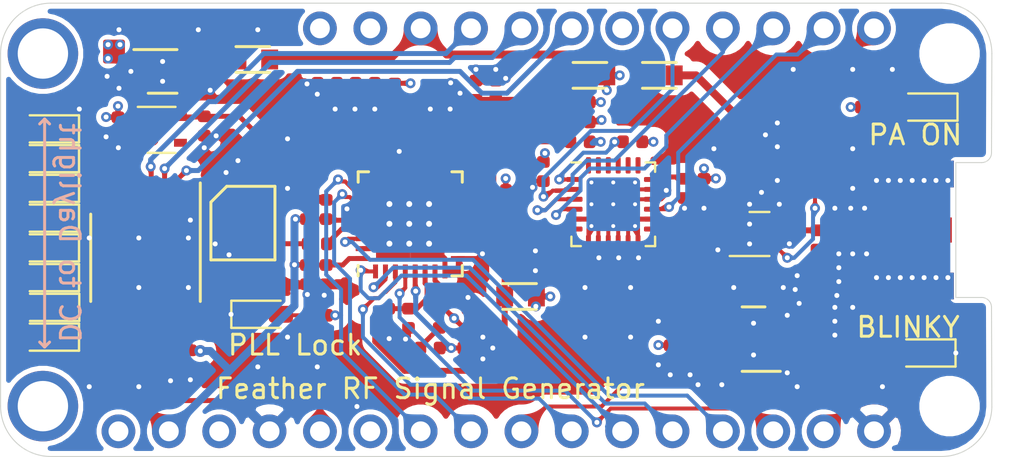
<source format=kicad_pcb>
(kicad_pcb (version 20171130) (host pcbnew 5.1.6-c6e7f7d~86~ubuntu20.04.1)
  (title_block (rev 0) (company "Josh Johnson"))
  (layers (0 F.Cu signal) (1 In1.Cu signal) (2 In2.Cu signal) (31 B.Cu signal) (34 B.Paste user) (35 F.Paste user) (36 B.SilkS user) (37 F.SilkS user) (38 B.Mask user) (39 F.Mask user) (44 Edge.Cuts user))
  (net 0 "")
  (net 1 +1V8)
  (net 2 GND)
  (net 3 "Net-(C2-Pad1)")
  (net 4 "Net-(C3-Pad1)")
  (net 5 "Net-(C4-Pad1)")
  (net 6 "Net-(C5-Pad2)")
  (net 7 "Net-(C5-Pad1)")
  (net 8 +3V3)
  (net 9 "Net-(C10-Pad2)")
  (net 10 VBUS)
  (net 11 "Net-(C15-Pad2)")
  (net 12 +3.3VA)
  (net 13 /RF_OUT_P)
  (net 14 "Net-(C22-Pad1)")
  (net 15 /CP_OUT)
  (net 16 "Net-(C23-Pad1)")
  (net 17 "Net-(C26-Pad2)")
  (net 18 /TUNE)
  (net 19 "Net-(C30-Pad2)")
  (net 20 "Net-(C30-Pad1)")
  (net 21 "Net-(C32-Pad1)")
  (net 22 "Net-(C33-Pad2)")
  (net 23 /RF_CPL)
  (net 24 "Net-(C36-Pad1)")
  (net 25 "Net-(C37-Pad1)")
  (net 26 "Net-(C38-Pad2)")
  (net 27 /RF_OUT_N)
  (net 28 "Net-(C39-Pad1)")
  (net 29 "Net-(C40-Pad2)")
  (net 30 "Net-(C40-Pad1)")
  (net 31 "Net-(D1-Pad2)")
  (net 32 /PA_PWDN)
  (net 33 "Net-(D2-Pad2)")
  (net 34 /MAX_CLK)
  (net 35 /MAX_DAT)
  (net 36 /MAX_MUX)
  (net 37 "Net-(R1-Pad1)")
  (net 38 "Net-(R2-Pad2)")
  (net 39 "Net-(R3-Pad2)")
  (net 40 /SW)
  (net 41 /MAX_LD)
  (net 42 "Net-(R11-Pad1)")
  (net 43 "Net-(R16-Pad2)")
  (net 44 /RF_PWR)
  (net 45 "Net-(R18-Pad1)")
  (net 46 /MAX_RFOUT_EN)
  (net 47 /MAX_CE)
  (net 48 /MAX_LE)
  (net 49 /ATTEN_SDO)
  (net 50 /ATTEN_LE)
  (net 51 /ATTEN_SDI)
  (net 52 /ATTEN_CLK)
  (net 53 "Net-(C14-Pad1)")
  (net 54 "Net-(C31-Pad1)")
  (net 55 "Net-(D3-Pad2)")
  (net 56 /LED)
  (net 57 "Net-(R20-Pad1)")
  (net 58 /nLED_OE)
  (net 59 /LED_LE)
  (net 60 /LED_CLK)
  (net 61 /LED_SDI)
  (net 62 "Net-(D4-Pad1)")
  (net 63 "Net-(D5-Pad1)")
  (net 64 "Net-(D6-Pad1)")
  (net 65 "Net-(D7-Pad1)")
  (net 66 "Net-(D8-Pad1)")
  (net 67 "Net-(D9-Pad1)")
  (net 68 "Net-(D10-Pad1)")
  (net 69 "Net-(D11-Pad1)")
  (module Resistor_SMD:R_0402_1005Metric (layer F.Cu) (at 131.85 113.05)
    (fp_text reference R5 hide)
    (fp_text value 90R9)
    (pad 1 smd roundrect (at -0.485 0) (size 0.59 0.64) (layers F.Cu F.Paste F.Mask) (net 40 /SW))
    (pad 2 smd roundrect (at 0.485 0) (size 0.59 0.64) (layers F.Cu F.Paste F.Mask) (net 2 GND))
  )
  (module Capacitor_SMD:C_0402_1005Metric (layer F.Cu) (at 142.5 105 90)
    (fp_text reference C28 hide)
    (fp_text value 100p)
    (pad 1 smd roundrect (at -0.485 0 90) (size 0.59 0.64) (layers F.Cu F.Paste F.Mask) (net 2 GND))
    (pad 2 smd roundrect (at 0.485 0 90) (size 0.59 0.64) (layers F.Cu F.Paste F.Mask) (net 12 +3.3VA))
  )
  (module Capacitor_SMD:C_0402_1005Metric (layer F.Cu) (at 141.8 113.4 90)
    (fp_text reference C41 hide)
    (fp_text value 100n)
    (pad 1 smd roundrect (at -0.485 0 90) (size 0.59 0.64) (layers F.Cu F.Paste F.Mask) (net 2 GND))
    (pad 2 smd roundrect (at 0.485 0 90) (size 0.59 0.64) (layers F.Cu F.Paste F.Mask) (net 12 +3.3VA))
  )
  (module Package_DFN_QFN:DFN-8-1EP_2x2mm_P0.5mm_EP0.9x1.5mm (layer F.Cu) (at 145.8 107.3)
    (fp_text reference U5 hide)
    (fp_text value TRF37A75)
    (pad 9 smd roundrect (at 0 0) (size 0.9 1.5) (layers F.Cu F.Mask) (net 2 GND))
    (pad 1 smd roundrect (at -1 -0.75) (size 0.7 0.25) (layers F.Cu F.Paste F.Mask) (net 54 "Net-(C31-Pad1)"))
    (pad 2 smd roundrect (at -1 -0.25) (size 0.7 0.25) (layers F.Cu F.Paste F.Mask) (net 20 "Net-(C30-Pad1)"))
    (pad 3 smd roundrect (at -1 0.25) (size 0.7 0.25) (layers F.Cu F.Paste F.Mask) (net 2 GND))
    (pad 4 smd roundrect (at -1 0.75) (size 0.7 0.25) (layers F.Cu F.Paste F.Mask) (net 2 GND))
    (pad 5 smd roundrect (at 1 0.75) (size 0.7 0.25) (layers F.Cu F.Paste F.Mask) (net 32 /PA_PWDN))
    (pad 6 smd roundrect (at 1 0.25) (size 0.7 0.25) (layers F.Cu F.Paste F.Mask) (net 2 GND))
    (pad 7 smd roundrect (at 1 -0.25) (size 0.7 0.25) (layers F.Cu F.Paste F.Mask) (net 29 "Net-(C40-Pad2)"))
    (pad 8 smd roundrect (at 1 -0.75) (size 0.7 0.25) (layers F.Cu F.Paste F.Mask) (net 2 GND))
  )
  (module Resistor_SMD:R_0402_1005Metric (layer F.Cu) (at 124.5 99.7 180)
    (fp_text reference R7 hide)
    (fp_text value DNP)
    (pad 1 smd roundrect (at -0.485 0 180) (size 0.59 0.64) (layers F.Cu F.Paste F.Mask) (net 17 "Net-(C26-Pad2)"))
    (pad 2 smd roundrect (at 0.485 0 180) (size 0.59 0.64) (layers F.Cu F.Paste F.Mask) (net 2 GND))
  )
  (module Resistor_SMD:R_0402_1005Metric (layer F.Cu) (at 151.8 113.3 180)
    (fp_text reference R19 hide)
    (fp_text value 1K)
    (pad 1 smd roundrect (at -0.485 0 180) (size 0.59 0.64) (layers F.Cu F.Paste F.Mask) (net 55 "Net-(D3-Pad2)"))
    (pad 2 smd roundrect (at 0.485 0 180) (size 0.59 0.64) (layers F.Cu F.Paste F.Mask) (net 56 /LED))
  )
  (module Resistor_SMD:R_0402_1005Metric (layer F.Cu) (at 127.9 100.2 90)
    (fp_text reference R8 hide)
    (fp_text value 240R)
    (pad 1 smd roundrect (at -0.485 0 90) (size 0.59 0.64) (layers F.Cu F.Paste F.Mask) (net 18 /TUNE))
    (pad 2 smd roundrect (at 0.485 0 90) (size 0.59 0.64) (layers F.Cu F.Paste F.Mask) (net 15 /CP_OUT))
  )
  (module Capacitor_SMD:C_0402_1005Metric (layer F.Cu) (at 142.8 113.4 90)
    (fp_text reference C42 hide)
    (fp_text value 100p)
    (pad 1 smd roundrect (at -0.485 0 90) (size 0.59 0.64) (layers F.Cu F.Paste F.Mask) (net 2 GND))
    (pad 2 smd roundrect (at 0.485 0 90) (size 0.59 0.64) (layers F.Cu F.Paste F.Mask) (net 12 +3.3VA))
  )
  (module LED_SMD:LED_0603_1608Metric_Castellated (layer F.Cu) (at 154.5 113.3 180)
    (fp_text reference D3 hide)
    (fp_text value LED)
    (pad 1 smd roundrect (at -0.8125 0 180) (size 1.225 0.85) (layers F.Cu F.Paste F.Mask) (net 2 GND))
    (pad 2 smd roundrect (at 0.8125 0 180) (size 1.225 0.85) (layers F.Cu F.Paste F.Mask) (net 55 "Net-(D3-Pad2)"))
  )
  (module LED_SMD:LED_0603_1608Metric_Castellated (layer F.Cu) (at 110.3 108 180)
    (fp_text reference D8 hide)
    (fp_text value LED)
    (pad 1 smd roundrect (at -0.8125 0 180) (size 1.225 0.85) (layers F.Cu F.Paste F.Mask) (net 66 "Net-(D8-Pad1)"))
    (pad 2 smd roundrect (at 0.8125 0 180) (size 1.225 0.85) (layers F.Cu F.Paste F.Mask) (net 8 +3V3))
  )
  (module Capacitor_SMD:C_0402_1005Metric (layer F.Cu) (at 130.7 102.1 270)
    (fp_text reference C16 hide)
    (fp_text value 100p)
    (pad 1 smd roundrect (at -0.485 0 270) (size 0.59 0.64) (layers F.Cu F.Paste F.Mask) (net 2 GND))
    (pad 2 smd roundrect (at 0.485 0 270) (size 0.59 0.64) (layers F.Cu F.Paste F.Mask) (net 11 "Net-(C15-Pad2)"))
  )
  (module Capacitor_SMD:C_0402_1005Metric (layer F.Cu) (at 143.8 114.4 90)
    (fp_text reference C38 hide)
    (fp_text value 47n)
    (pad 1 smd roundrect (at -0.485 0 90) (size 0.59 0.64) (layers F.Cu F.Paste F.Mask) (net 2 GND))
    (pad 2 smd roundrect (at 0.485 0 90) (size 0.59 0.64) (layers F.Cu F.Paste F.Mask) (net 26 "Net-(C38-Pad2)"))
  )
  (module Resistor_SMD:R_0402_1005Metric (layer F.Cu) (at 139.9 102.65)
    (fp_text reference R18 hide)
    (fp_text value 10K)
    (pad 1 smd roundrect (at -0.485 0) (size 0.59 0.64) (layers F.Cu F.Paste F.Mask) (net 45 "Net-(R18-Pad1)"))
    (pad 2 smd roundrect (at 0.485 0) (size 0.59 0.64) (layers F.Cu F.Paste F.Mask) (net 12 +3.3VA))
  )
  (module Capacitor_SMD:C_0402_1005Metric (layer F.Cu) (at 124.45 109.35 90)
    (fp_text reference C9 hide)
    (fp_text value 100p)
    (pad 1 smd roundrect (at -0.485 0 90) (size 0.59 0.64) (layers F.Cu F.Paste F.Mask) (net 2 GND))
    (pad 2 smd roundrect (at 0.485 0 90) (size 0.59 0.64) (layers F.Cu F.Paste F.Mask) (net 8 +3V3))
  )
  (module Capacitor_SMD:C_0402_1005Metric (layer F.Cu) (at 117.6 113.65 90)
    (fp_text reference C43 hide)
    (fp_text value 100n)
    (pad 1 smd roundrect (at -0.485 0 90) (size 0.59 0.64) (layers F.Cu F.Paste F.Mask) (net 2 GND))
    (pad 2 smd roundrect (at 0.485 0 90) (size 0.59 0.64) (layers F.Cu F.Paste F.Mask) (net 8 +3V3))
  )
  (module Resistor_SMD:R_0402_1005Metric (layer F.Cu) (at 124 111.4)
    (fp_text reference R10 hide)
    (fp_text value 1K)
    (pad 1 smd roundrect (at -0.485 0) (size 0.59 0.64) (layers F.Cu F.Paste F.Mask) (net 33 "Net-(D2-Pad2)"))
    (pad 2 smd roundrect (at 0.485 0) (size 0.59 0.64) (layers F.Cu F.Paste F.Mask) (net 41 /MAX_LD))
  )
  (module Capacitor_SMD:C_0402_1005Metric (layer F.Cu) (at 127.9 102.085 270)
    (fp_text reference C29 hide)
    (fp_text value 820p)
    (pad 1 smd roundrect (at -0.485 0 270) (size 0.59 0.64) (layers F.Cu F.Paste F.Mask) (net 18 /TUNE))
    (pad 2 smd roundrect (at 0.485 0 270) (size 0.59 0.64) (layers F.Cu F.Paste F.Mask) (net 2 GND))
  )
  (module Capacitor_SMD:C_0402_1005Metric (layer F.Cu) (at 133.95 109.15 180)
    (fp_text reference C10 hide)
    (fp_text value 10n)
    (pad 1 smd roundrect (at -0.485 0 180) (size 0.59 0.64) (layers F.Cu F.Paste F.Mask) (net 2 GND))
    (pad 2 smd roundrect (at 0.485 0 180) (size 0.59 0.64) (layers F.Cu F.Paste F.Mask) (net 9 "Net-(C10-Pad2)"))
  )
  (module Capacitor_SMD:C_0402_1005Metric (layer F.Cu) (at 126.415 99.7 180)
    (fp_text reference C26 hide)
    (fp_text value DNP)
    (pad 1 smd roundrect (at -0.485 0 180) (size 0.59 0.64) (layers F.Cu F.Paste F.Mask) (net 15 /CP_OUT))
    (pad 2 smd roundrect (at 0.485 0 180) (size 0.59 0.64) (layers F.Cu F.Paste F.Mask) (net 17 "Net-(C26-Pad2)"))
  )
  (module Capacitor_SMD:C_0402_1005Metric (layer F.Cu) (at 147.7 102.3 180)
    (fp_text reference C35 hide)
    (fp_text value 10n)
    (pad 1 smd roundrect (at -0.485 0 180) (size 0.59 0.64) (layers F.Cu F.Paste F.Mask) (net 54 "Net-(C31-Pad1)"))
    (pad 2 smd roundrect (at 0.485 0 180) (size 0.59 0.64) (layers F.Cu F.Paste F.Mask) (net 2 GND))
  )
  (module Resistor_SMD:R_0402_1005Metric (layer F.Cu) (at 129.685 113.05)
    (fp_text reference R6 hide)
    (fp_text value 31R1)
    (pad 1 smd roundrect (at -0.485 0) (size 0.59 0.64) (layers F.Cu F.Paste F.Mask) (net 16 "Net-(C23-Pad1)"))
    (pad 2 smd roundrect (at 0.485 0) (size 0.59 0.64) (layers F.Cu F.Paste F.Mask) (net 40 /SW))
  )
  (module Capacitor_SMD:C_0402_1005Metric (layer F.Cu) (at 124.9 102.065 90)
    (fp_text reference C4 hide)
    (fp_text value 1u)
    (pad 1 smd roundrect (at -0.485 0 90) (size 0.59 0.64) (layers F.Cu F.Paste F.Mask) (net 5 "Net-(C4-Pad1)"))
    (pad 2 smd roundrect (at 0.485 0 90) (size 0.59 0.64) (layers F.Cu F.Paste F.Mask) (net 2 GND))
  )
  (module Capacitor_SMD:C_0402_1005Metric (layer F.Cu) (at 133.95 108.15 180)
    (fp_text reference C11 hide)
    (fp_text value 100p)
    (pad 1 smd roundrect (at -0.485 0 180) (size 0.59 0.64) (layers F.Cu F.Paste F.Mask) (net 2 GND))
    (pad 2 smd roundrect (at 0.485 0 180) (size 0.59 0.64) (layers F.Cu F.Paste F.Mask) (net 9 "Net-(C10-Pad2)"))
  )
  (module Package_DFN_QFN:QFN-24-1EP_4x4mm_P0.5mm_EP2.7x2.7mm_ThermalVias (layer F.Cu) (at 138.925 105.8)
    (fp_text reference U4 hide)
    (fp_text value SKY12347-362LF)
    (pad 25 smd roundrect (at 0 0) (size 2.7 2.7) (layers F.Cu F.Mask) (roundrect_rratio 0.09259299999999999) (net 2 GND))
    (pad 25 thru_hole circle (at -1.1 -1.1) (size 0.5 0.5) (drill 0.2) (layers *.Cu) (net 2 GND))
    (pad 25 thru_hole circle (at 0 -1.1) (size 0.5 0.5) (drill 0.2) (layers *.Cu) (net 2 GND))
    (pad 25 thru_hole circle (at 1.1 -1.1) (size 0.5 0.5) (drill 0.2) (layers *.Cu) (net 2 GND))
    (pad 25 thru_hole circle (at -1.1 0) (size 0.5 0.5) (drill 0.2) (layers *.Cu) (net 2 GND))
    (pad 25 thru_hole circle (at 0 0) (size 0.5 0.5) (drill 0.2) (layers *.Cu) (net 2 GND))
    (pad 25 thru_hole circle (at 1.1 0) (size 0.5 0.5) (drill 0.2) (layers *.Cu) (net 2 GND))
    (pad 25 thru_hole circle (at -1.1 1.1) (size 0.5 0.5) (drill 0.2) (layers *.Cu) (net 2 GND))
    (pad 25 thru_hole circle (at 0 1.1) (size 0.5 0.5) (drill 0.2) (layers *.Cu) (net 2 GND))
    (pad 25 thru_hole circle (at 1.1 1.1) (size 0.5 0.5) (drill 0.2) (layers *.Cu) (net 2 GND))
    (pad 25 smd roundrect (at 0 0) (size 2.7 2.7) (layers B.Cu) (roundrect_rratio 0.09259299999999999) (net 2 GND))
    (pad 1 smd roundrect (at -1.9625 -1.25) (size 0.825 0.25) (layers F.Cu F.Paste F.Mask) (net 45 "Net-(R18-Pad1)"))
    (pad 2 smd roundrect (at -1.9625 -0.75) (size 0.825 0.25) (layers F.Cu F.Paste F.Mask) (net 52 /ATTEN_CLK))
    (pad 3 smd roundrect (at -1.9625 -0.25) (size 0.825 0.25) (layers F.Cu F.Paste F.Mask) (net 51 /ATTEN_SDI))
    (pad 4 smd roundrect (at -1.9625 0.25) (size 0.825 0.25) (layers F.Cu F.Paste F.Mask) (net 50 /ATTEN_LE))
    (pad 5 smd roundrect (at -1.9625 0.75) (size 0.825 0.25) (layers F.Cu F.Paste F.Mask) (net 2 GND))
    (pad 6 smd roundrect (at -1.9625 1.25) (size 0.825 0.25) (layers F.Cu F.Paste F.Mask) (net 14 "Net-(C22-Pad1)"))
    (pad 7 smd roundrect (at -1.25 1.9625) (size 0.25 0.825) (layers F.Cu F.Paste F.Mask) (net 2 GND))
    (pad 8 smd roundrect (at -0.75 1.9625) (size 0.25 0.825) (layers F.Cu F.Paste F.Mask) (net 2 GND))
    (pad 9 smd roundrect (at -0.25 1.9625) (size 0.25 0.825) (layers F.Cu F.Paste F.Mask) (net 2 GND))
    (pad 10 smd roundrect (at 0.25 1.9625) (size 0.25 0.825) (layers F.Cu F.Paste F.Mask) (net 2 GND))
    (pad 11 smd roundrect (at 0.75 1.9625) (size 0.25 0.825) (layers F.Cu F.Paste F.Mask) (net 2 GND))
    (pad 12 smd roundrect (at 1.25 1.9625) (size 0.25 0.825) (layers F.Cu F.Paste F.Mask) (net 2 GND))
    (pad 13 smd roundrect (at 1.9625 1.25) (size 0.825 0.25) (layers F.Cu F.Paste F.Mask) (net 19 "Net-(C30-Pad2)"))
    (pad 14 smd roundrect (at 1.9625 0.75) (size 0.825 0.25) (layers F.Cu F.Paste F.Mask) (net 2 GND))
    (pad 15 smd roundrect (at 1.9625 0.25) (size 0.825 0.25) (layers F.Cu F.Paste F.Mask) (net 49 /ATTEN_SDO))
    (pad 16 smd roundrect (at 1.9625 -0.25) (size 0.825 0.25) (layers F.Cu F.Paste F.Mask) (net 2 GND))
    (pad 17 smd roundrect (at 1.9625 -0.75) (size 0.825 0.25) (layers F.Cu F.Paste F.Mask) (net 2 GND))
    (pad 18 smd roundrect (at 1.9625 -1.25) (size 0.825 0.25) (layers F.Cu F.Paste F.Mask) (net 12 +3.3VA))
    (pad 19 smd roundrect (at 1.25 -1.9625) (size 0.25 0.825) (layers F.Cu F.Paste F.Mask))
    (pad 20 smd roundrect (at 0.75 -1.9625) (size 0.25 0.825) (layers F.Cu F.Paste F.Mask))
    (pad 21 smd roundrect (at 0.25 -1.9625) (size 0.25 0.825) (layers F.Cu F.Paste F.Mask))
    (pad 22 smd roundrect (at -0.25 -1.9625) (size 0.25 0.825) (layers F.Cu F.Paste F.Mask))
    (pad 23 smd roundrect (at -0.75 -1.9625) (size 0.25 0.825) (layers F.Cu F.Paste F.Mask))
    (pad 24 smd roundrect (at -1.25 -1.9625) (size 0.25 0.825) (layers F.Cu F.Paste F.Mask))
  )
  (module Capacitor_SMD:C_0402_1005Metric (layer F.Cu) (at 135.4 104.15 270)
    (fp_text reference C34 hide)
    (fp_text value 100p)
    (pad 1 smd roundrect (at -0.485 0 270) (size 0.59 0.64) (layers F.Cu F.Paste F.Mask) (net 12 +3.3VA))
    (pad 2 smd roundrect (at 0.485 0 270) (size 0.59 0.64) (layers F.Cu F.Paste F.Mask) (net 2 GND))
  )
  (module Capacitor_SMD:C_0402_1005Metric (layer F.Cu) (at 148.25 111.865 90)
    (fp_text reference C32 hide)
    (fp_text value 8p2)
    (pad 1 smd roundrect (at -0.485 0 90) (size 0.59 0.64) (layers F.Cu F.Paste F.Mask) (net 21 "Net-(C32-Pad1)"))
    (pad 2 smd roundrect (at 0.485 0 90) (size 0.59 0.64) (layers F.Cu F.Paste F.Mask) (net 2 GND))
  )
  (module Resistor_SMD:R_0402_1005Metric (layer F.Cu) (at 151.9 100.9 180)
    (fp_text reference R9 hide)
    (fp_text value 1K)
    (pad 2 smd roundrect (at 0.485 0 180) (size 0.59 0.64) (layers F.Cu F.Paste F.Mask) (net 12 +3.3VA))
    (pad 1 smd roundrect (at -0.485 0 180) (size 0.59 0.64) (layers F.Cu F.Paste F.Mask) (net 31 "Net-(D1-Pad2)"))
  )
  (module Resistor_SMD:R_0402_1005Metric (layer F.Cu) (at 137.25 102.65)
    (fp_text reference R17 hide)
    (fp_text value 49R9)
    (pad 1 smd roundrect (at -0.485 0) (size 0.59 0.64) (layers F.Cu F.Paste F.Mask) (net 28 "Net-(C39-Pad1)"))
    (pad 2 smd roundrect (at 0.485 0) (size 0.59 0.64) (layers F.Cu F.Paste F.Mask) (net 2 GND))
  )
  (module Resistor_SMD:R_0402_1005Metric (layer F.Cu) (at 126.9 102.085 90)
    (fp_text reference R1 hide)
    (fp_text value 5K1)
    (pad 1 smd roundrect (at -0.485 0 90) (size 0.59 0.64) (layers F.Cu F.Paste F.Mask) (net 37 "Net-(R1-Pad1)"))
    (pad 2 smd roundrect (at 0.485 0 90) (size 0.59 0.64) (layers F.Cu F.Paste F.Mask) (net 2 GND))
  )
  (module Capacitor_SMD:C_0402_1005Metric (layer F.Cu) (at 133.9 102.65 180)
    (fp_text reference C39 hide)
    (fp_text value 1n)
    (pad 1 smd roundrect (at -0.485 0 180) (size 0.59 0.64) (layers F.Cu F.Paste F.Mask) (net 28 "Net-(C39-Pad1)"))
    (pad 2 smd roundrect (at 0.485 0 180) (size 0.59 0.64) (layers F.Cu F.Paste F.Mask) (net 27 /RF_OUT_N))
  )
  (module Package_DFN_QFN:DFN-8-1EP_2x3mm_P0.5mm_EP0.61x2.2mm (layer F.Cu) (at 146 112.6 180)
    (fp_text reference U6 hide)
    (fp_text value AD8319)
    (pad 1 smd rect (at -0.925 -0.75 180) (size 0.7 0.25) (layers F.Cu F.Paste F.Mask) (net 22 "Net-(C33-Pad2)"))
    (pad 2 smd rect (at -0.925 -0.25 180) (size 0.7 0.25) (layers F.Cu F.Paste F.Mask) (net 2 GND))
    (pad 3 smd rect (at -0.925 0.25 180) (size 0.7 0.25) (layers F.Cu F.Paste F.Mask) (net 21 "Net-(C32-Pad1)"))
    (pad 4 smd rect (at -0.925 0.75 180) (size 0.7 0.25) (layers F.Cu F.Paste F.Mask) (net 43 "Net-(R16-Pad2)"))
    (pad 5 smd rect (at 0.925 0.75 180) (size 0.7 0.25) (layers F.Cu F.Paste F.Mask) (net 43 "Net-(R16-Pad2)"))
    (pad 6 smd rect (at 0.925 0.25 180) (size 0.7 0.25) (layers F.Cu F.Paste F.Mask) (net 42 "Net-(R11-Pad1)"))
    (pad 7 smd rect (at 0.925 -0.25 180) (size 0.7 0.25) (layers F.Cu F.Paste F.Mask) (net 12 +3.3VA))
    (pad 8 smd rect (at 0.925 -0.75 180) (size 0.7 0.25) (layers F.Cu F.Paste F.Mask) (net 26 "Net-(C38-Pad2)"))
    (pad 9 smd rect (at 0 0 180) (size 0.61 2.2) (layers F.Cu F.Mask) (net 2 GND))
  )
  (module Capacitor_SMD:C_0402_1005Metric (layer F.Cu) (at 124 107.8 180)
    (fp_text reference C5 hide)
    (fp_text value 10n)
    (pad 1 smd roundrect (at -0.485 0 180) (size 0.59 0.64) (layers F.Cu F.Paste F.Mask) (net 7 "Net-(C5-Pad1)"))
    (pad 2 smd roundrect (at 0.485 0 180) (size 0.59 0.64) (layers F.Cu F.Paste F.Mask) (net 6 "Net-(C5-Pad2)"))
  )
  (module Capacitor_SMD:C_0402_1005Metric (layer F.Cu) (at 135 107.05 180)
    (fp_text reference C22 hide)
    (fp_text value 1n)
    (pad 1 smd roundrect (at -0.485 0 180) (size 0.59 0.64) (layers F.Cu F.Paste F.Mask) (net 14 "Net-(C22-Pad1)"))
    (pad 2 smd roundrect (at 0.485 0 180) (size 0.59 0.64) (layers F.Cu F.Paste F.Mask) (net 13 /RF_OUT_P))
  )
  (module josh-passives-smt:Ferrite_Bead_0603 (layer F.Cu) (at 141.2 99.3 180)
    (fp_text reference FB4 hide)
    (fp_text value 600R hide)
    (pad 1 smd rect (at -0.8 0 180) (size 0.85 1) (layers F.Cu F.Paste F.Mask) (net 54 "Net-(C31-Pad1)"))
    (pad 2 smd rect (at 0.8 0 180) (size 0.85 1) (layers F.Cu F.Paste F.Mask) (net 10 VBUS))
  )
  (module Capacitor_SMD:C_0402_1005Metric (layer F.Cu) (at 142.9 107.05 180)
    (fp_text reference C30 hide)
    (fp_text value 1n)
    (pad 1 smd roundrect (at -0.485 0 180) (size 0.59 0.64) (layers F.Cu F.Paste F.Mask) (net 20 "Net-(C30-Pad1)"))
    (pad 2 smd roundrect (at 0.485 0 180) (size 0.59 0.64) (layers F.Cu F.Paste F.Mask) (net 19 "Net-(C30-Pad2)"))
  )
  (module Capacitor_SMD:C_0402_1005Metric (layer F.Cu) (at 114 98.9 270)
    (fp_text reference C19 hide)
    (fp_text value 1u)
    (pad 1 smd roundrect (at -0.485 0 270) (size 0.59 0.64) (layers F.Cu F.Paste F.Mask) (net 12 +3.3VA))
    (pad 2 smd roundrect (at 0.485 0 270) (size 0.59 0.64) (layers F.Cu F.Paste F.Mask) (net 2 GND))
  )
  (module josh-passives-smt:Ferrite_Bead_0603 (layer F.Cu) (at 134.25 110.45)
    (fp_text reference FB2 hide)
    (fp_text value 600R hide)
    (pad 1 smd rect (at -0.8 0) (size 0.85 1) (layers F.Cu F.Paste F.Mask) (net 9 "Net-(C10-Pad2)"))
    (pad 2 smd rect (at 0.8 0) (size 0.85 1) (layers F.Cu F.Paste F.Mask) (net 12 +3.3VA))
  )
  (module josh-dfn-qfn:QFN-32-1EP_5x5mm_Pitch0.5mm_Thermal_Vias (layer F.Cu) (at 128.6875 106.7875 90)
    (fp_text reference U1)
    (fp_text value MAX2871)
    (pad 33 thru_hole circle (at 1 0.95 90) (size 0.6 0.6) (drill 0.3) (layers *.Cu) (net 2 GND))
    (pad 33 thru_hole circle (at 0 0.95 90) (size 0.6 0.6) (drill 0.3) (layers *.Cu) (net 2 GND))
    (pad 33 thru_hole circle (at -1 0.95 90) (size 0.6 0.6) (drill 0.3) (layers *.Cu) (net 2 GND))
    (pad 33 thru_hole circle (at 1 -0.05 90) (size 0.6 0.6) (drill 0.3) (layers *.Cu) (net 2 GND))
    (pad 33 thru_hole circle (at 0 -0.05 90) (size 0.6 0.6) (drill 0.3) (layers *.Cu) (net 2 GND))
    (pad 33 thru_hole circle (at -1 -0.05 90) (size 0.6 0.6) (drill 0.3) (layers *.Cu) (net 2 GND))
    (pad 33 thru_hole circle (at 1 -1.05 90) (size 0.6 0.6) (drill 0.3) (layers *.Cu) (net 2 GND))
    (pad 33 thru_hole circle (at 0 -1.05 90) (size 0.6 0.6) (drill 0.3) (layers *.Cu) (net 2 GND))
    (pad 33 thru_hole circle (at -1 -1.05 90) (size 0.6 0.6) (drill 0.3) (layers *.Cu) (net 2 GND))
    (pad 1 smd rect (at -2.4 -1.75 90) (size 0.7 0.25) (layers F.Cu F.Paste F.Mask) (net 34 /MAX_CLK))
    (pad 2 smd rect (at -2.4 -1.25 90) (size 0.7 0.25) (layers F.Cu F.Paste F.Mask) (net 35 /MAX_DAT))
    (pad 3 smd rect (at -2.4 -0.75 90) (size 0.7 0.25) (layers F.Cu F.Paste F.Mask) (net 48 /MAX_LE))
    (pad 4 smd rect (at -2.4 -0.25 90) (size 0.7 0.25) (layers F.Cu F.Paste F.Mask) (net 47 /MAX_CE))
    (pad 5 smd rect (at -2.4 0.25 90) (size 0.7 0.25) (layers F.Cu F.Paste F.Mask) (net 40 /SW))
    (pad 6 smd rect (at -2.4 0.75 90) (size 0.7 0.25) (layers F.Cu F.Paste F.Mask) (net 9 "Net-(C10-Pad2)"))
    (pad 7 smd rect (at -2.4 1.25 90) (size 0.7 0.25) (layers F.Cu F.Paste F.Mask) (net 15 /CP_OUT))
    (pad 8 smd rect (at -2.4 1.75 90) (size 0.7 0.25) (layers F.Cu F.Paste F.Mask) (net 2 GND))
    (pad 9 smd rect (at -1.75 2.4 180) (size 0.7 0.25) (layers F.Cu F.Paste F.Mask) (net 2 GND))
    (pad 10 smd rect (at -1.25 2.4 180) (size 0.7 0.25) (layers F.Cu F.Paste F.Mask) (net 9 "Net-(C10-Pad2)"))
    (pad 11 smd rect (at -0.75 2.4 180) (size 0.7 0.25) (layers F.Cu F.Paste F.Mask) (net 2 GND))
    (pad 12 smd rect (at -0.25 2.4 180) (size 0.7 0.25) (layers F.Cu F.Paste F.Mask) (net 13 /RF_OUT_P))
    (pad 13 smd rect (at 0.25 2.4 180) (size 0.7 0.25) (layers F.Cu F.Paste F.Mask) (net 27 /RF_OUT_N))
    (pad 14 smd rect (at 0.75 2.4 180) (size 0.7 0.25) (layers F.Cu F.Paste F.Mask) (net 38 "Net-(R2-Pad2)"))
    (pad 15 smd rect (at 1.25 2.4 180) (size 0.7 0.25) (layers F.Cu F.Paste F.Mask) (net 39 "Net-(R3-Pad2)"))
    (pad 16 smd rect (at 1.75 2.4 180) (size 0.7 0.25) (layers F.Cu F.Paste F.Mask) (net 11 "Net-(C15-Pad2)"))
    (pad 17 smd rect (at 2.4 1.75 90) (size 0.7 0.25) (layers F.Cu F.Paste F.Mask) (net 11 "Net-(C15-Pad2)"))
    (pad 18 smd rect (at 2.4 1.25 90) (size 0.7 0.25) (layers F.Cu F.Paste F.Mask) (net 2 GND))
    (pad 19 smd rect (at 2.4 0.75 90) (size 0.7 0.25) (layers F.Cu F.Paste F.Mask) (net 3 "Net-(C2-Pad1)"))
    (pad 20 smd rect (at 2.4 0.25 90) (size 0.7 0.25) (layers F.Cu F.Paste F.Mask) (net 18 /TUNE))
    (pad 21 smd rect (at 2.4 -0.25 90) (size 0.7 0.25) (layers F.Cu F.Paste F.Mask) (net 2 GND))
    (pad 22 smd rect (at 2.4 -0.75 90) (size 0.7 0.25) (layers F.Cu F.Paste F.Mask) (net 37 "Net-(R1-Pad1)"))
    (pad 23 smd rect (at 2.4 -1.25 90) (size 0.7 0.25) (layers F.Cu F.Paste F.Mask) (net 4 "Net-(C3-Pad1)"))
    (pad 24 smd rect (at 2.4 -1.75 90) (size 0.7 0.25) (layers F.Cu F.Paste F.Mask) (net 5 "Net-(C4-Pad1)"))
    (pad 25 smd rect (at 1.75 -2.4 180) (size 0.7 0.25) (layers F.Cu F.Paste F.Mask) (net 41 /MAX_LD))
    (pad 26 smd rect (at 1.25 -2.4 180) (size 0.7 0.25) (layers F.Cu F.Paste F.Mask) (net 46 /MAX_RFOUT_EN))
    (pad 27 smd rect (at 0.75 -2.4 180) (size 0.7 0.25) (layers F.Cu F.Paste F.Mask) (net 2 GND))
    (pad 28 smd rect (at 0.25 -2.4 180) (size 0.7 0.25) (layers F.Cu F.Paste F.Mask) (net 8 +3V3))
    (pad 29 smd rect (at -0.25 -2.4 180) (size 0.7 0.25) (layers F.Cu F.Paste F.Mask) (net 7 "Net-(C5-Pad1)"))
    (pad 30 smd rect (at -0.75 -2.4 180) (size 0.7 0.25) (layers F.Cu F.Paste F.Mask) (net 36 /MAX_MUX))
    (pad 31 smd rect (at -1.25 -2.4 180) (size 0.7 0.25) (layers F.Cu F.Paste F.Mask) (net 2 GND))
    (pad 32 smd rect (at -1.75 -2.4 180) (size 0.7 0.25) (layers F.Cu F.Paste F.Mask) (net 8 +3V3))
    (pad 33 smd rect (at 0.8625 0.8625 90) (size 1.725 1.725) (layers F.Cu F.Paste F.Mask) (net 2 GND))
    (pad 33 smd rect (at 0.8625 -0.8625 90) (size 1.725 1.725) (layers F.Cu F.Paste F.Mask) (net 2 GND))
    (pad 33 smd rect (at -0.8625 0.8625 90) (size 1.725 1.725) (layers F.Cu F.Paste F.Mask) (net 2 GND))
    (pad 33 smd rect (at -0.8625 -0.8625 90) (size 1.725 1.725) (layers F.Cu F.Paste F.Mask) (net 2 GND))
  )
  (module Resistor_SMD:R_0402_1005Metric (layer F.Cu) (at 148.7 114.3)
    (fp_text reference R12 hide)
    (fp_text value 52R3)
    (pad 1 smd roundrect (at -0.485 0) (size 0.59 0.64) (layers F.Cu F.Paste F.Mask) (net 2 GND))
    (pad 2 smd roundrect (at 0.485 0) (size 0.59 0.64) (layers F.Cu F.Paste F.Mask) (net 23 /RF_CPL))
  )
  (module Capacitor_SMD:C_0402_1005Metric (layer F.Cu) (at 127.6 111.55 90)
    (fp_text reference C12 hide)
    (fp_text value 10n)
    (pad 1 smd roundrect (at -0.485 0 90) (size 0.59 0.64) (layers F.Cu F.Paste F.Mask) (net 2 GND))
    (pad 2 smd roundrect (at 0.485 0 90) (size 0.59 0.64) (layers F.Cu F.Paste F.Mask) (net 9 "Net-(C10-Pad2)"))
  )
  (module LED_SMD:LED_0603_1608Metric_Castellated (layer F.Cu) (at 110.3 106.5 180)
    (fp_text reference D7 hide)
    (fp_text value LED)
    (pad 1 smd roundrect (at -0.8125 0 180) (size 1.225 0.85) (layers F.Cu F.Paste F.Mask) (net 65 "Net-(D7-Pad1)"))
    (pad 2 smd roundrect (at 0.8125 0 180) (size 1.225 0.85) (layers F.Cu F.Paste F.Mask) (net 8 +3V3))
  )
  (module Resistor_SMD:R_0402_1005Metric (layer F.Cu) (at 142.315 111.7 180)
    (fp_text reference R11 hide)
    (fp_text value 18K)
    (pad 1 smd roundrect (at -0.485 0 180) (size 0.59 0.64) (layers F.Cu F.Paste F.Mask) (net 42 "Net-(R11-Pad1)"))
    (pad 2 smd roundrect (at 0.485 0 180) (size 0.59 0.64) (layers F.Cu F.Paste F.Mask) (net 2 GND))
  )
  (module Capacitor_SMD:C_0402_1005Metric (layer F.Cu) (at 125.9 102.065 90)
    (fp_text reference C3 hide)
    (fp_text value 1u)
    (pad 1 smd roundrect (at -0.485 0 90) (size 0.59 0.64) (layers F.Cu F.Paste F.Mask) (net 4 "Net-(C3-Pad1)"))
    (pad 2 smd roundrect (at 0.485 0 90) (size 0.59 0.64) (layers F.Cu F.Paste F.Mask) (net 2 GND))
  )
  (module Capacitor_SMD:C_0402_1005Metric (layer F.Cu) (at 128.6 111.55 90)
    (fp_text reference C13 hide)
    (fp_text value 100p)
    (pad 1 smd roundrect (at -0.485 0 90) (size 0.59 0.64) (layers F.Cu F.Paste F.Mask) (net 2 GND))
    (pad 2 smd roundrect (at 0.485 0 90) (size 0.59 0.64) (layers F.Cu F.Paste F.Mask) (net 9 "Net-(C10-Pad2)"))
  )
  (module Resistor_SMD:R_0402_1005Metric (layer F.Cu) (at 137.25 100.65 180)
    (fp_text reference R3 hide)
    (fp_text value 0R0)
    (pad 2 smd roundrect (at 0.485 0 180) (size 0.59 0.64) (layers F.Cu F.Paste F.Mask) (net 39 "Net-(R3-Pad2)"))
    (pad 1 smd roundrect (at -0.485 0 180) (size 0.59 0.64) (layers F.Cu F.Paste F.Mask) (net 12 +3.3VA))
  )
  (module Resistor_SMD:R_0402_1005Metric (layer F.Cu) (at 133.5 106.565 270)
    (fp_text reference R4 hide)
    (fp_text value 49R9)
    (pad 1 smd roundrect (at -0.485 0 270) (size 0.59 0.64) (layers F.Cu F.Paste F.Mask) (net 12 +3.3VA))
    (pad 2 smd roundrect (at 0.485 0 270) (size 0.59 0.64) (layers F.Cu F.Paste F.Mask) (net 13 /RF_OUT_P))
  )
  (module Capacitor_SMD:C_0402_1005Metric (layer F.Cu) (at 150.7 107.1 180)
    (fp_text reference C40 hide)
    (fp_text value 1n)
    (pad 1 smd roundrect (at -0.485 0 180) (size 0.59 0.64) (layers F.Cu F.Paste F.Mask) (net 30 "Net-(C40-Pad1)"))
    (pad 2 smd roundrect (at 0.485 0 180) (size 0.59 0.64) (layers F.Cu F.Paste F.Mask) (net 29 "Net-(C40-Pad2)"))
  )
  (module Capacitor_SMD:C_0402_1005Metric (layer F.Cu) (at 134 105.1)
    (fp_text reference C20 hide)
    (fp_text value 100p)
    (pad 1 smd roundrect (at -0.485 0) (size 0.59 0.64) (layers F.Cu F.Paste F.Mask) (net 12 +3.3VA))
    (pad 2 smd roundrect (at 0.485 0) (size 0.59 0.64) (layers F.Cu F.Paste F.Mask) (net 2 GND))
  )
  (module Resistor_SMD:R_0402_1005Metric (layer F.Cu) (at 133.9 103.65 180)
    (fp_text reference R13 hide)
    (fp_text value 49R9)
    (pad 1 smd roundrect (at -0.485 0 180) (size 0.59 0.64) (layers F.Cu F.Paste F.Mask) (net 12 +3.3VA))
    (pad 2 smd roundrect (at 0.485 0 180) (size 0.59 0.64) (layers F.Cu F.Paste F.Mask) (net 27 /RF_OUT_N))
  )
  (module Resistor_SMD:R_0402_1005Metric (layer F.Cu) (at 142.315 110.7)
    (fp_text reference R16 hide)
    (fp_text value 1K)
    (pad 1 smd roundrect (at -0.485 0) (size 0.59 0.64) (layers F.Cu F.Paste F.Mask) (net 44 /RF_PWR))
    (pad 2 smd roundrect (at 0.485 0) (size 0.59 0.64) (layers F.Cu F.Paste F.Mask) (net 43 "Net-(R16-Pad2)"))
  )
  (module Capacitor_SMD:C_0402_1005Metric (layer F.Cu) (at 120.465 104.2)
    (fp_text reference C1 hide)
    (fp_text value 100n)
    (pad 1 smd roundrect (at -0.485 0) (size 0.59 0.64) (layers F.Cu F.Paste F.Mask) (net 2 GND))
    (pad 2 smd roundrect (at 0.485 0) (size 0.59 0.64) (layers F.Cu F.Paste F.Mask) (net 1 +1V8))
  )
  (module Capacitor_SMD:C_0402_1005Metric (layer F.Cu) (at 130.15 111.55 90)
    (fp_text reference C23 hide)
    (fp_text value 100n)
    (pad 1 smd roundrect (at -0.485 0 90) (size 0.59 0.64) (layers F.Cu F.Paste F.Mask) (net 16 "Net-(C23-Pad1)"))
    (pad 2 smd roundrect (at 0.485 0 90) (size 0.59 0.64) (layers F.Cu F.Paste F.Mask) (net 15 /CP_OUT))
  )
  (module Capacitor_SMD:C_0402_1005Metric (layer F.Cu) (at 145.3 105.2)
    (fp_text reference C31 hide)
    (fp_text value 10n)
    (pad 1 smd roundrect (at -0.485 0) (size 0.59 0.64) (layers F.Cu F.Paste F.Mask) (net 54 "Net-(C31-Pad1)"))
    (pad 2 smd roundrect (at 0.485 0) (size 0.59 0.64) (layers F.Cu F.Paste F.Mask) (net 2 GND))
  )
  (module Capacitor_SMD:C_0402_1005Metric (layer F.Cu) (at 133 100.05 270)
    (fp_text reference C17 hide)
    (fp_text value 10n)
    (pad 1 smd roundrect (at -0.485 0 270) (size 0.59 0.64) (layers F.Cu F.Paste F.Mask) (net 2 GND))
    (pad 2 smd roundrect (at 0.485 0 270) (size 0.59 0.64) (layers F.Cu F.Paste F.Mask) (net 11 "Net-(C15-Pad2)"))
  )
  (module Capacitor_SMD:C_0402_1005Metric (layer F.Cu) (at 113.95 101.9 270)
    (fp_text reference C21 hide)
    (fp_text value 1u)
    (pad 1 smd roundrect (at -0.485 0 270) (size 0.59 0.64) (layers F.Cu F.Paste F.Mask) (net 12 +3.3VA))
    (pad 2 smd roundrect (at 0.485 0 270) (size 0.59 0.64) (layers F.Cu F.Paste F.Mask) (net 2 GND))
  )
  (module Capacitor_SMD:C_0402_1005Metric (layer F.Cu) (at 131.6 111.55 90)
    (fp_text reference C24 hide)
    (fp_text value 12n)
    (pad 1 smd roundrect (at -0.485 0 90) (size 0.59 0.64) (layers F.Cu F.Paste F.Mask) (net 15 /CP_OUT))
    (pad 2 smd roundrect (at 0.485 0 90) (size 0.59 0.64) (layers F.Cu F.Paste F.Mask) (net 2 GND))
  )
  (module Capacitor_SMD:C_0402_1005Metric (layer F.Cu) (at 147.715 105.2 180)
    (fp_text reference C36 hide)
    (fp_text value 10p)
    (pad 1 smd roundrect (at -0.485 0 180) (size 0.59 0.64) (layers F.Cu F.Paste F.Mask) (net 24 "Net-(C36-Pad1)"))
    (pad 2 smd roundrect (at 0.485 0 180) (size 0.59 0.64) (layers F.Cu F.Paste F.Mask) (net 2 GND))
  )
  (module josh-oscillators:ASTXR-12 (layer F.Cu) (at 120.25 106.75 270)
    (fp_text reference XO1 hide)
    (fp_text value ASTXR-12-19.200MHz)
    (pad 3 smd rect (at 1.04 0.695 270) (size 0.63 0.84) (layers F.Cu F.Paste F.Mask) (net 2 GND))
    (pad 4 smd rect (at 1.04 -0.695 270) (size 0.63 0.84) (layers F.Cu F.Paste F.Mask) (net 6 "Net-(C5-Pad2)"))
    (pad 1 smd rect (at -1.04 0.695 270) (size 0.63 0.84) (layers F.Cu F.Paste F.Mask))
    (pad 6 smd rect (at -1.04 -0.695 270) (size 0.63 0.84) (layers F.Cu F.Paste F.Mask) (net 1 +1V8))
  )
  (module LED_SMD:LED_0603_1608Metric_Castellated (layer F.Cu) (at 154.6 100.9 180)
    (fp_text reference D1 hide)
    (fp_text value LED)
    (pad 2 smd roundrect (at 0.8125 0 180) (size 1.225 0.85) (layers F.Cu F.Paste F.Mask) (net 31 "Net-(D1-Pad2)"))
    (pad 1 smd roundrect (at -0.8125 0 180) (size 1.225 0.85) (layers F.Cu F.Paste F.Mask) (net 32 /PA_PWDN))
  )
  (module Inductor_SMD:L_0402_1005Metric (layer F.Cu) (at 148.2 106.6 270)
    (fp_text reference L1 hide)
    (fp_text value 100n)
    (pad 1 smd roundrect (at -0.485 0 270) (size 0.59 0.64) (layers F.Cu F.Paste F.Mask) (net 24 "Net-(C36-Pad1)"))
    (pad 2 smd roundrect (at 0.485 0 270) (size 0.59 0.64) (layers F.Cu F.Paste F.Mask) (net 29 "Net-(C40-Pad2)"))
  )
  (module Capacitor_SMD:C_0402_1005Metric (layer F.Cu) (at 123.45 106.065 270)
    (fp_text reference C6 hide)
    (fp_text value 10n)
    (pad 1 smd roundrect (at -0.485 0 270) (size 0.59 0.64) (layers F.Cu F.Paste F.Mask) (net 2 GND))
    (pad 2 smd roundrect (at 0.485 0 270) (size 0.59 0.64) (layers F.Cu F.Paste F.Mask) (net 8 +3V3))
  )
  (module josh-passives-smt:Ferrite_Bead_0603 (layer F.Cu) (at 137.8 99.3)
    (fp_text reference FB3 hide)
    (fp_text value 600R hide)
    (pad 1 smd rect (at -0.8 0) (size 0.85 1) (layers F.Cu F.Paste F.Mask) (net 11 "Net-(C15-Pad2)"))
    (pad 2 smd rect (at 0.8 0) (size 0.85 1) (layers F.Cu F.Paste F.Mask) (net 12 +3.3VA))
  )
  (module Capacitor_SMD:C_0402_1005Metric (layer F.Cu) (at 123.45 109.35 90)
    (fp_text reference C8 hide)
    (fp_text value 10n)
    (pad 1 smd roundrect (at -0.485 0 90) (size 0.59 0.64) (layers F.Cu F.Paste F.Mask) (net 2 GND))
    (pad 2 smd roundrect (at 0.485 0 90) (size 0.59 0.64) (layers F.Cu F.Paste F.Mask) (net 8 +3V3))
  )
  (module Capacitor_SMD:C_0402_1005Metric (layer F.Cu) (at 124.45 106.065 270)
    (fp_text reference C7 hide)
    (fp_text value 100p)
    (pad 1 smd roundrect (at -0.485 0 270) (size 0.59 0.64) (layers F.Cu F.Paste F.Mask) (net 2 GND))
    (pad 2 smd roundrect (at 0.485 0 270) (size 0.59 0.64) (layers F.Cu F.Paste F.Mask) (net 8 +3V3))
  )
  (module josh-connectors:SMA_EDGE_MOUNT_INSET (layer F.Cu) (at 154 107.1)
    (fp_text reference J2)
    (fp_text value SMA)
    (fp_line (start 2.2 -3.4) (end 2.2 3.4) (layer Edge.Cuts) (width 0.05))
    (fp_line (start 2.2 -3.4) (end 3.5 -3.4) (layer Edge.Cuts) (width 0.05))
    (fp_line (start 2.2 3.4) (end 3.5 3.4) (layer Edge.Cuts) (width 0.05))
    (fp_arc (start 3.5 -3.9) (end 3.5 -3.4) (angle -90) (layer Edge.Cuts) (width 0.05))
    (fp_arc (start 3.5 3.9) (end 4 3.9) (angle -90) (layer Edge.Cuts) (width 0.05))
    (pad 1 smd rect (at 0.2 0 90) (size 1.27 3.6) (layers F.Cu F.Mask) (net 30 "Net-(C40-Pad1)"))
    (pad 2 smd rect (at 0 -2.825 90) (size 1.35 4.2) (layers F.Cu F.Mask) (net 2 GND))
    (pad 2 smd rect (at 0 2.825 90) (size 1.35 4.2) (layers F.Cu F.Mask) (net 2 GND))
    (pad 2 smd rect (at 0 -2.825 90) (size 1.35 4.2) (layers B.Cu B.Mask) (net 2 GND))
    (pad 2 smd rect (at 0 2.825 90) (size 1.35 4.2) (layers B.Cu B.Mask) (net 2 GND))
  )
  (module Capacitor_SMD:C_0402_1005Metric (layer F.Cu) (at 118.6 99 270)
    (fp_text reference C14 hide)
    (fp_text value 1u)
    (pad 1 smd roundrect (at -0.485 0 270) (size 0.59 0.64) (layers F.Cu F.Paste F.Mask) (net 53 "Net-(C14-Pad1)"))
    (pad 2 smd roundrect (at 0.485 0 270) (size 0.59 0.64) (layers F.Cu F.Paste F.Mask) (net 2 GND))
  )
  (module Resistor_SMD:R_0402_1005Metric (layer F.Cu) (at 137.25 101.65 180)
    (fp_text reference R2 hide)
    (fp_text value 0R0)
    (pad 2 smd roundrect (at 0.485 0 180) (size 0.59 0.64) (layers F.Cu F.Paste F.Mask) (net 38 "Net-(R2-Pad2)"))
    (pad 1 smd roundrect (at -0.485 0 180) (size 0.59 0.64) (layers F.Cu F.Paste F.Mask) (net 12 +3.3VA))
  )
  (module Capacitor_SMD:C_0402_1005Metric (layer F.Cu) (at 130.15 100.2)
    (fp_text reference C2 hide)
    (fp_text value 1u)
    (pad 1 smd roundrect (at -0.485 0) (size 0.59 0.64) (layers F.Cu F.Paste F.Mask) (net 3 "Net-(C2-Pad1)"))
    (pad 2 smd roundrect (at 0.485 0) (size 0.59 0.64) (layers F.Cu F.Paste F.Mask) (net 2 GND))
  )
  (module Capacitor_SMD:C_0402_1005Metric (layer F.Cu) (at 118.3 101.85 270)
    (fp_text reference C25 hide)
    (fp_text value 1u)
    (pad 1 smd roundrect (at -0.485 0 270) (size 0.59 0.64) (layers F.Cu F.Paste F.Mask) (net 1 +1V8))
    (pad 2 smd roundrect (at 0.485 0 270) (size 0.59 0.64) (layers F.Cu F.Paste F.Mask) (net 2 GND))
  )
  (module Capacitor_SMD:C_0402_1005Metric (layer F.Cu) (at 148.7 113.3 180)
    (fp_text reference C33 hide)
    (fp_text value 47n)
    (pad 1 smd roundrect (at -0.485 0 180) (size 0.59 0.64) (layers F.Cu F.Paste F.Mask) (net 23 /RF_CPL))
    (pad 2 smd roundrect (at 0.485 0 180) (size 0.59 0.64) (layers F.Cu F.Paste F.Mask) (net 22 "Net-(C33-Pad2)"))
  )
  (module Resistor_SMD:R_0402_1005Metric (layer F.Cu) (at 148.2 103.715 270)
    (fp_text reference R15 hide)
    (fp_text value 1R8)
    (pad 1 smd roundrect (at -0.485 0 270) (size 0.59 0.64) (layers F.Cu F.Paste F.Mask) (net 54 "Net-(C31-Pad1)"))
    (pad 2 smd roundrect (at 0.485 0 270) (size 0.59 0.64) (layers F.Cu F.Paste F.Mask) (net 24 "Net-(C36-Pad1)"))
  )
  (module Package_TO_SOT_SMD:SOT-353_SC-70-5 (layer F.Cu) (at 116.15 102.05)
    (fp_text reference U3 hide)
    (fp_text value MIC5366-1.8)
    (pad 1 smd rect (at -0.95 -0.65) (size 0.65 0.4) (layers F.Cu F.Paste F.Mask) (net 12 +3.3VA))
    (pad 3 smd rect (at -0.95 0.65) (size 0.65 0.4) (layers F.Cu F.Paste F.Mask) (net 12 +3.3VA))
    (pad 2 smd rect (at -0.95 0) (size 0.65 0.4) (layers F.Cu F.Paste F.Mask) (net 2 GND))
    (pad 4 smd rect (at 0.95 0.65) (size 0.65 0.4) (layers F.Cu F.Paste F.Mask))
    (pad 5 smd rect (at 0.95 -0.65) (size 0.65 0.4) (layers F.Cu F.Paste F.Mask) (net 1 +1V8))
  )
  (module LED_SMD:LED_0603_1608Metric_Castellated (layer F.Cu) (at 121.35 111.35)
    (fp_text reference D2 hide)
    (fp_text value LED)
    (pad 1 smd roundrect (at -0.8125 0) (size 1.225 0.85) (layers F.Cu F.Paste F.Mask) (net 2 GND))
    (pad 2 smd roundrect (at 0.8125 0) (size 1.225 0.85) (layers F.Cu F.Paste F.Mask) (net 33 "Net-(D2-Pad2)"))
  )
  (module Capacitor_SMD:C_0402_1005Metric (layer F.Cu) (at 143.5 105 90)
    (fp_text reference C27 hide)
    (fp_text value 100n)
    (pad 1 smd roundrect (at -0.485 0 90) (size 0.59 0.64) (layers F.Cu F.Paste F.Mask) (net 2 GND))
    (pad 2 smd roundrect (at 0.485 0 90) (size 0.59 0.64) (layers F.Cu F.Paste F.Mask) (net 12 +3.3VA))
  )
  (module Package_DFN_QFN:DFN-6-1EP_2x2mm_P0.65mm_EP1x1.6mm (layer F.Cu) (at 116.2 99.1)
    (fp_text reference U2 hide)
    (fp_text value LP5912)
    (pad 1 smd rect (at -1.05 -0.65) (size 0.65 0.35) (layers F.Cu F.Paste F.Mask) (net 12 +3.3VA))
    (pad 2 smd rect (at -1.05 0) (size 0.65 0.35) (layers F.Cu F.Paste F.Mask) (net 2 GND))
    (pad 3 smd rect (at -1.05 0.65) (size 0.65 0.35) (layers F.Cu F.Paste F.Mask))
    (pad 4 smd rect (at 1.05 0.65) (size 0.65 0.35) (layers F.Cu F.Paste F.Mask) (net 53 "Net-(C14-Pad1)"))
    (pad 5 smd rect (at 1.05 0) (size 0.65 0.35) (layers F.Cu F.Paste F.Mask) (net 2 GND))
    (pad 6 smd rect (at 1.05 -0.65) (size 0.65 0.35) (layers F.Cu F.Paste F.Mask) (net 53 "Net-(C14-Pad1)"))
    (pad 7 smd rect (at 0 0) (size 1 1.6) (layers F.Cu F.Mask) (net 2 GND))
  )
  (module Capacitor_SMD:C_0402_1005Metric (layer F.Cu) (at 132 100.05 270)
    (fp_text reference C18 hide)
    (fp_text value 100p)
    (pad 1 smd roundrect (at -0.485 0 270) (size 0.59 0.64) (layers F.Cu F.Paste F.Mask) (net 2 GND))
    (pad 2 smd roundrect (at 0.485 0 270) (size 0.59 0.64) (layers F.Cu F.Paste F.Mask) (net 11 "Net-(C15-Pad2)"))
  )
  (module Capacitor_SMD:C_0402_1005Metric (layer F.Cu) (at 149.2 109.6 270)
    (fp_text reference C37 hide)
    (fp_text value 1n)
    (pad 1 smd roundrect (at -0.485 0 270) (size 0.59 0.64) (layers F.Cu F.Paste F.Mask) (net 25 "Net-(C37-Pad1)"))
    (pad 2 smd roundrect (at 0.485 0 270) (size 0.59 0.64) (layers F.Cu F.Paste F.Mask) (net 23 /RF_CPL))
  )
  (module LED_SMD:LED_0603_1608Metric_Castellated (layer F.Cu) (at 110.3 105 180)
    (fp_text reference D6 hide)
    (fp_text value LED)
    (pad 1 smd roundrect (at -0.8125 0 180) (size 1.225 0.85) (layers F.Cu F.Paste F.Mask) (net 64 "Net-(D6-Pad1)"))
    (pad 2 smd roundrect (at 0.8125 0 180) (size 1.225 0.85) (layers F.Cu F.Paste F.Mask) (net 8 +3V3))
  )
  (module LED_SMD:LED_0603_1608Metric_Castellated (layer F.Cu) (at 110.3 103.5 180)
    (fp_text reference D5 hide)
    (fp_text value LED)
    (pad 1 smd roundrect (at -0.8125 0 180) (size 1.225 0.85) (layers F.Cu F.Paste F.Mask) (net 63 "Net-(D5-Pad1)"))
    (pad 2 smd roundrect (at 0.8125 0 180) (size 1.225 0.85) (layers F.Cu F.Paste F.Mask) (net 8 +3V3))
  )
  (module LED_SMD:LED_0603_1608Metric_Castellated (layer F.Cu) (at 110.3125 111 180)
    (fp_text reference D10 hide)
    (fp_text value LED)
    (pad 1 smd roundrect (at -0.8125 0 180) (size 1.225 0.85) (layers F.Cu F.Paste F.Mask) (net 68 "Net-(D10-Pad1)"))
    (pad 2 smd roundrect (at 0.8125 0 180) (size 1.225 0.85) (layers F.Cu F.Paste F.Mask) (net 8 +3V3))
  )
  (module Resistor_SMD:R_0402_1005Metric (layer F.Cu) (at 116.6 113.685 270)
    (fp_text reference R20 hide)
    (fp_text value 2K2)
    (pad 1 smd roundrect (at -0.485 0 270) (size 0.59 0.64) (layers F.Cu F.Paste F.Mask) (net 57 "Net-(R20-Pad1)"))
    (pad 2 smd roundrect (at 0.485 0 270) (size 0.59 0.64) (layers F.Cu F.Paste F.Mask) (net 2 GND))
  )
  (module Package_SO:TSSOP-16_4.4x5mm_P0.65mm (layer F.Cu) (at 115.3 108.5 270)
    (fp_text reference U7 hide)
    (fp_text value STP08CP05)
    (pad 1 smd rect (at -2.95 -2.275 270) (size 1.5 0.45) (layers F.Cu F.Paste F.Mask) (net 2 GND))
    (pad 2 smd rect (at -2.95 -1.625 270) (size 1.5 0.45) (layers F.Cu F.Paste F.Mask) (net 61 /LED_SDI))
    (pad 3 smd rect (at -2.95 -0.975 270) (size 1.5 0.45) (layers F.Cu F.Paste F.Mask) (net 60 /LED_CLK))
    (pad 4 smd rect (at -2.95 -0.325 270) (size 1.5 0.45) (layers F.Cu F.Paste F.Mask) (net 59 /LED_LE))
    (pad 5 smd rect (at -2.95 0.325 270) (size 1.5 0.45) (layers F.Cu F.Paste F.Mask) (net 62 "Net-(D4-Pad1)"))
    (pad 6 smd rect (at -2.95 0.975 270) (size 1.5 0.45) (layers F.Cu F.Paste F.Mask) (net 63 "Net-(D5-Pad1)"))
    (pad 7 smd rect (at -2.95 1.625 270) (size 1.5 0.45) (layers F.Cu F.Paste F.Mask) (net 64 "Net-(D6-Pad1)"))
    (pad 8 smd rect (at -2.95 2.275 270) (size 1.5 0.45) (layers F.Cu F.Paste F.Mask) (net 65 "Net-(D7-Pad1)"))
    (pad 9 smd rect (at 2.95 2.275 270) (size 1.5 0.45) (layers F.Cu F.Paste F.Mask) (net 66 "Net-(D8-Pad1)"))
    (pad 10 smd rect (at 2.95 1.625 270) (size 1.5 0.45) (layers F.Cu F.Paste F.Mask) (net 67 "Net-(D9-Pad1)"))
    (pad 11 smd rect (at 2.95 0.975 270) (size 1.5 0.45) (layers F.Cu F.Paste F.Mask) (net 68 "Net-(D10-Pad1)"))
    (pad 12 smd rect (at 2.95 0.325 270) (size 1.5 0.45) (layers F.Cu F.Paste F.Mask) (net 69 "Net-(D11-Pad1)"))
    (pad 13 smd rect (at 2.95 -0.325 270) (size 1.5 0.45) (layers F.Cu F.Paste F.Mask) (net 58 /nLED_OE))
    (pad 14 smd rect (at 2.95 -0.975 270) (size 1.5 0.45) (layers F.Cu F.Paste F.Mask))
    (pad 15 smd rect (at 2.95 -1.625 270) (size 1.5 0.45) (layers F.Cu F.Paste F.Mask) (net 57 "Net-(R20-Pad1)"))
    (pad 16 smd rect (at 2.95 -2.275 270) (size 1.5 0.45) (layers F.Cu F.Paste F.Mask) (net 8 +3V3))
  )
  (module LED_SMD:LED_0603_1608Metric_Castellated (layer F.Cu) (at 110.3 102 180)
    (fp_text reference D4 hide)
    (fp_text value LED)
    (pad 1 smd roundrect (at -0.8125 0 180) (size 1.225 0.85) (layers F.Cu F.Paste F.Mask) (net 62 "Net-(D4-Pad1)"))
    (pad 2 smd roundrect (at 0.8125 0 180) (size 1.225 0.85) (layers F.Cu F.Paste F.Mask) (net 8 +3V3))
  )
  (module LED_SMD:LED_0603_1608Metric_Castellated (layer F.Cu) (at 110.3 112.5 180)
    (fp_text reference D11 hide)
    (fp_text value LED)
    (pad 1 smd roundrect (at -0.8125 0 180) (size 1.225 0.85) (layers F.Cu F.Paste F.Mask) (net 69 "Net-(D11-Pad1)"))
    (pad 2 smd roundrect (at 0.8125 0 180) (size 1.225 0.85) (layers F.Cu F.Paste F.Mask) (net 8 +3V3))
  )
  (module Resistor_SMD:R_0402_1005Metric (layer F.Cu) (at 149.2 107.6 270)
    (fp_text reference R14 hide)
    (fp_text value 500R)
    (pad 1 smd roundrect (at -0.485 0 270) (size 0.59 0.64) (layers F.Cu F.Paste F.Mask) (net 29 "Net-(C40-Pad2)"))
    (pad 2 smd roundrect (at 0.485 0 270) (size 0.59 0.64) (layers F.Cu F.Paste F.Mask) (net 25 "Net-(C37-Pad1)"))
  )
  (module Capacitor_SMD:C_0402_1005Metric (layer F.Cu) (at 129.7 102.1 270)
    (fp_text reference C15 hide)
    (fp_text value 10n)
    (pad 1 smd roundrect (at -0.485 0 270) (size 0.59 0.64) (layers F.Cu F.Paste F.Mask) (net 2 GND))
    (pad 2 smd roundrect (at 0.485 0 270) (size 0.59 0.64) (layers F.Cu F.Paste F.Mask) (net 11 "Net-(C15-Pad2)"))
  )
  (module josh-passives-smt:Ferrite_Bead_0603 (layer F.Cu) (at 120.8 98.5)
    (fp_text reference FB1 hide)
    (fp_text value 600R hide)
    (pad 1 smd rect (at -0.8 0) (size 0.85 1) (layers F.Cu F.Paste F.Mask) (net 53 "Net-(C14-Pad1)"))
    (pad 2 smd rect (at 0.8 0) (size 0.85 1) (layers F.Cu F.Paste F.Mask) (net 10 VBUS))
  )
  (module LED_SMD:LED_0603_1608Metric_Castellated (layer F.Cu) (at 110.3 109.5 180)
    (fp_text reference D9 hide)
    (fp_text value LED)
    (pad 1 smd roundrect (at -0.8125 0 180) (size 1.225 0.85) (layers F.Cu F.Paste F.Mask) (net 67 "Net-(D9-Pad1)"))
    (pad 2 smd roundrect (at 0.8125 0 180) (size 1.225 0.85) (layers F.Cu F.Paste F.Mask) (net 8 +3V3))
  )
  (module josh-connectors:featherwing-short (layer F.Cu) (at 133.0236 107.09)
    (fp_text reference J1)
    (fp_text value Feather)
    (fp_line (start 22.4536 -11.43) (end -22.4536 -11.43) (layer Edge.Cuts) (width 0.05))
    (fp_line (start -22.4536 11.43) (end 22.4536 11.43) (layer Edge.Cuts) (width 0.05))
    (fp_line (start -24.9936 -8.89) (end -24.9936 8.89) (layer Edge.Cuts) (width 0.05))
    (fp_arc (start 22.4536 -8.89) (end 22.4536 -11.43) (angle 90) (layer Edge.Cuts) (width 0.05))
    (fp_arc (start 22.4536 8.89) (end 22.4536 11.43) (angle -88.9) (layer Edge.Cuts) (width 0.05))
    (fp_arc (start -22.4536 8.89) (end -22.4536 11.43) (angle 90) (layer Edge.Cuts) (width 0.05))
    (fp_arc (start -22.4536 -8.89) (end -24.9936 -8.89) (angle 90) (layer Edge.Cuts) (width 0.05))
    (pad "" np_thru_hole circle (at 22.86 8.89) (size 2.54 2.54) (drill 2.54) (layers *.Cu *.Mask))
    (pad GND thru_hole circle (at -22.86 8.89) (size 3.556 3.556) (drill 2.54) (layers *.Cu *.Mask))
    (pad "" np_thru_hole circle (at 22.86 -8.89) (size 2.54 2.54) (drill 2.54) (layers *.Cu *.Mask))
    (pad GND thru_hole circle (at -22.86 -8.89) (size 3.556 3.556) (drill 2.54) (layers *.Cu *.Mask))
    (pad 17 thru_hole circle (at 19.05 -10.16) (size 1.7 1.7) (drill 1) (layers *.Cu *.Mask) (net 32 /PA_PWDN))
    (pad 18 thru_hole circle (at 16.51 -10.16) (size 1.7 1.7) (drill 1) (layers *.Cu *.Mask) (net 49 /ATTEN_SDO))
    (pad 19 thru_hole circle (at 13.97 -10.16) (size 1.7 1.7) (drill 1) (layers *.Cu *.Mask) (net 50 /ATTEN_LE))
    (pad 20 thru_hole circle (at 11.43 -10.16) (size 1.7 1.7) (drill 1) (layers *.Cu *.Mask) (net 51 /ATTEN_SDI))
    (pad 21 thru_hole circle (at 8.89 -10.16) (size 1.7 1.7) (drill 1) (layers *.Cu *.Mask) (net 52 /ATTEN_CLK))
    (pad 22 thru_hole circle (at 6.35 -10.16) (size 1.7 1.7) (drill 1) (layers *.Cu *.Mask))
    (pad 23 thru_hole circle (at 3.81 -10.16) (size 1.7 1.7) (drill 1) (layers *.Cu *.Mask) (net 61 /LED_SDI))
    (pad 24 thru_hole circle (at 1.27 -10.16) (size 1.7 1.7) (drill 1) (layers *.Cu *.Mask) (net 60 /LED_CLK))
    (pad 25 thru_hole circle (at -1.27 -10.16) (size 1.7 1.7) (drill 1) (layers *.Cu *.Mask) (net 59 /LED_LE))
    (pad 26 thru_hole circle (at -3.81 -10.16) (size 1.7 1.7) (drill 1) (layers *.Cu *.Mask) (net 10 VBUS))
    (pad 27 thru_hole circle (at -6.35 -10.16) (size 1.7 1.7) (drill 1) (layers *.Cu *.Mask))
    (pad 28 thru_hole circle (at -8.89 -10.16) (size 1.7 1.7) (drill 1) (layers *.Cu *.Mask))
    (pad 16 thru_hole circle (at 19.05 10.16) (size 1.7 1.7) (drill 1) (layers *.Cu *.Mask) (net 2 GND))
    (pad 1 thru_hole circle (at -19.05 10.16) (size 1.7 1.7) (drill 1) (layers *.Cu *.Mask))
    (pad 15 thru_hole circle (at 16.51 10.16) (size 1.7 1.7) (drill 1) (layers *.Cu *.Mask) (net 56 /LED))
    (pad 14 thru_hole circle (at 13.97 10.16) (size 1.7 1.7) (drill 1) (layers *.Cu *.Mask) (net 47 /MAX_CE))
    (pad 13 thru_hole circle (at 11.43 10.16) (size 1.7 1.7) (drill 1) (layers *.Cu *.Mask) (net 36 /MAX_MUX))
    (pad 12 thru_hole circle (at 8.89 10.16) (size 1.7 1.7) (drill 1) (layers *.Cu *.Mask) (net 35 /MAX_DAT))
    (pad 11 thru_hole circle (at 6.35 10.16) (size 1.7 1.7) (drill 1) (layers *.Cu *.Mask) (net 34 /MAX_CLK))
    (pad 10 thru_hole circle (at 3.81 10.16) (size 1.7 1.7) (drill 1) (layers *.Cu *.Mask) (net 48 /MAX_LE))
    (pad 9 thru_hole circle (at 1.27 10.16) (size 1.7 1.7) (drill 1) (layers *.Cu *.Mask) (net 44 /RF_PWR))
    (pad 8 thru_hole circle (at -1.27 10.16) (size 1.7 1.7) (drill 1) (layers *.Cu *.Mask) (net 46 /MAX_RFOUT_EN))
    (pad 7 thru_hole circle (at -3.81 10.16) (size 1.7 1.7) (drill 1) (layers *.Cu *.Mask) (net 41 /MAX_LD))
    (pad 6 thru_hole circle (at -6.35 10.16) (size 1.7 1.7) (drill 1) (layers *.Cu *.Mask))
    (pad 5 thru_hole circle (at -8.89 10.16) (size 1.7 1.7) (drill 1) (layers *.Cu *.Mask) (net 58 /nLED_OE))
    (pad 4 thru_hole circle (at -11.43 10.16) (size 1.7 1.7) (drill 1) (layers *.Cu *.Mask) (net 2 GND))
    (pad 3 thru_hole circle (at -13.97 10.16) (size 1.7 1.7) (drill 1) (layers *.Cu *.Mask))
    (pad 2 thru_hole circle (at -16.51 10.16) (size 1.7 1.7) (drill 1) (layers *.Cu *.Mask) (net 8 +3V3))
  )
  (gr_text "DC to Daylight" (at 111.5 107.25 270) (layer B.SilkS) (effects (font (size 1 1)) (justify mirror)))
  (gr_text BLINKY (at 151.1 112) (layer F.SilkS) (effects (font (size 1 1)) (justify left)))
  (gr_line (start 110.25 101.5) (end 110.5 101.75) (layer B.SilkS) (width 0.15))
  (gr_line (start 110.25 113) (end 110.5 112.75) (layer B.SilkS) (width 0.15))
  (gr_line (start 110.25 113) (end 110.25 101.5) (layer B.SilkS) (width 0.15))
  (gr_line (start 110 112.75) (end 110.25 113) (layer B.SilkS) (width 0.15))
  (gr_line (start 110 101.75) (end 110.25 101.5) (layer B.SilkS) (width 0.15))
  (gr_text "PLL Lock" (at 119.4 112.9) (layer F.SilkS) (effects (font (size 1 1)) (justify left)))
  (gr_text "Feather RF Signal Generator" (at 118.8 115.1) (layer F.SilkS) (effects (font (size 1 1)) (justify left)))
  (gr_text "PA ON" (at 151.7 102.3) (layer F.SilkS) (effects (font (size 1 1)) (justify left)))
  (gr_line (start 158 111) (end 158.016732 116.028762) (layer Edge.Cuts) (width 0.05))
  (gr_line (start 158.0172 98.2) (end 158 103.2) (layer Edge.Cuts) (width 0.05))
  (segment (start 120.95 104.2) (end 120.95 102.25) (width 0.25) (layer F.Cu) (net 1))
  (segment (start 120.945 104.205) (end 120.95 104.2) (width 0.25) (layer F.Cu) (net 1))
  (segment (start 117.1 101.4) (end 118.265 101.4) (width 0.25) (layer F.Cu) (net 1))
  (segment (start 120.95 102.25) (end 120.065 101.365) (width 0.25) (layer F.Cu) (net 1))
  (segment (start 120.945 105.71) (end 120.945 104.205) (width 0.25) (layer F.Cu) (net 1))
  (segment (start 118.265 101.4) (end 118.3 101.365) (width 0.25) (layer F.Cu) (net 1))
  (segment (start 120.065 101.365) (end 118.3 101.365) (width 0.25) (layer F.Cu) (net 1))
  (segment (start 145.785 105.2) (end 145.785 105.785) (width 0.25) (layer F.Cu) (net 2))
  (segment (start 114 99.385) (end 114 99.95) (width 0.25) (layer F.Cu) (net 2))
  (segment (start 147.23 105.73) (end 147.3 105.8) (width 0.25) (layer F.Cu) (net 2))
  (segment (start 141.83 111.7) (end 141.2 111.7) (width 0.25) (layer F.Cu) (net 2))
  (via (at 141.2 111.7) (size 0.5) (drill 0.25) (layers F.Cu B.Cu) (net 2))
  (segment (start 141.215 113.885) (end 141.2 113.9) (width 0.25) (layer F.Cu) (net 2))
  (segment (start 140.175 107.7625) (end 140.175 107.05) (width 0.2) (layer F.Cu) (net 2))
  (segment (start 140.175 107.05) (end 138.925 105.8) (width 0.2) (layer F.Cu) (net 2))
  (segment (start 143.8 114.885) (end 144.385021 114.885) (width 0.25) (layer F.Cu) (net 2))
  (segment (start 143.8 114.885) (end 143.214979 114.885) (width 0.25) (layer F.Cu) (net 2))
  (via (at 112.5 115) (size 0.5) (drill 0.25) (layers F.Cu B.Cu) (net 2))
  (segment (start 133.500206 99.484794) (end 133.500206 99.450206) (width 0.25) (layer F.Cu) (net 2))
  (segment (start 133 99.565) (end 133.42 99.565) (width 0.25) (layer F.Cu) (net 2))
  (via (at 130.726051 99.67501) (size 0.5) (drill 0.25) (layers F.Cu B.Cu) (net 2))
  (via (at 147.7 111.4) (size 0.5) (drill 0.25) (layers F.Cu B.Cu) (net 2))
  (segment (start 148.25 111.38) (end 148.25 110.85) (width 0.25) (layer F.Cu) (net 2))
  (via (at 148.3 110.8) (size 0.5) (drill 0.25) (layers F.Cu B.Cu) (net 2))
  (segment (start 146.925 112.85) (end 146.25 112.85) (width 0.25) (layer F.Cu) (net 2))
  (segment (start 145.785 105.785) (end 145.8 105.8) (width 0.25) (layer F.Cu) (net 2))
  (via (at 152.5 115) (size 0.5) (drill 0.25) (layers F.Cu B.Cu) (net 2))
  (via (at 147.5 110) (size 0.5) (drill 0.25) (layers F.Cu B.Cu) (net 2))
  (via (at 145 110) (size 0.5) (drill 0.25) (layers F.Cu B.Cu) (net 2))
  (via (at 139.8 112.5) (size 0.5) (drill 0.25) (layers F.Cu B.Cu) (net 2))
  (via (at 139.8 110) (size 0.5) (drill 0.25) (layers F.Cu B.Cu) (net 2))
  (segment (start 138.675 106.05) (end 138.925 105.8) (width 0.2) (layer F.Cu) (net 2))
  (segment (start 138.175 107.7625) (end 138.175 106.55) (width 0.2) (layer F.Cu) (net 2))
  (segment (start 137.675 107.7625) (end 137.675 107.05) (width 0.2) (layer F.Cu) (net 2))
  (segment (start 113.95 102.385) (end 113.95 102.93181) (width 0.25) (layer F.Cu) (net 2))
  (segment (start 116.6 114.17) (end 116.6 114.7) (width 0.25) (layer F.Cu) (net 2))
  (via (at 116.6 114.7) (size 0.5) (drill 0.25) (layers F.Cu B.Cu) (net 2))
  (segment (start 146.1 105.2) (end 146.3 105.2) (width 0.25) (layer F.Cu) (net 2))
  (segment (start 145.785 105.2) (end 146.1 105.2) (width 0.25) (layer F.Cu) (net 2))
  (via (at 117.6 106.6) (size 0.5) (drill 0.25) (layers F.Cu B.Cu) (net 2))
  (segment (start 113.95 102.93181) (end 113.96818 102.94999) (width 0.25) (layer F.Cu) (net 2))
  (via (at 113.96818 102.94999) (size 0.5) (drill 0.25) (layers F.Cu B.Cu) (net 2))
  (via (at 147.3 105.8) (size 0.5) (drill 0.25) (layers F.Cu B.Cu) (net 2))
  (via (at 133.500206 99.450206) (size 0.5) (drill 0.25) (layers F.Cu B.Cu) (net 2))
  (segment (start 133.42 99.565) (end 133.500206 99.484794) (width 0.25) (layer F.Cu) (net 2))
  (segment (start 144.385021 114.885) (end 144.4 114.899979) (width 0.25) (layer F.Cu) (net 2))
  (segment (start 143.214979 114.885) (end 143.2 114.899979) (width 0.25) (layer F.Cu) (net 2))
  (segment (start 120.5375 111.35) (end 119.65 111.35) (width 0.25) (layer F.Cu) (net 2))
  (via (at 119.65 111.35) (size 0.5) (drill 0.25) (layers F.Cu B.Cu) (net 2))
  (via (at 146.400004 105.2) (size 0.5) (drill 0.25) (layers F.Cu B.Cu) (net 2))
  (via (at 144 103) (size 0.5) (drill 0.25) (layers F.Cu B.Cu) (net 2))
  (segment (start 147.215 101.715) (end 147.2 101.7) (width 0.25) (layer F.Cu) (net 2))
  (segment (start 147.23 105.2) (end 146.400004 105.2) (width 0.25) (layer F.Cu) (net 2))
  (via (at 151 99) (size 0.5) (drill 0.25) (layers F.Cu B.Cu) (net 2))
  (via (at 153 99) (size 0.5) (drill 0.25) (layers F.Cu B.Cu) (net 2))
  (via (at 122.5 105) (size 0.5) (drill 0.25) (layers F.Cu B.Cu) (net 2))
  (via (at 122.5 112.5) (size 0.5) (drill 0.25) (layers F.Cu B.Cu) (net 2))
  (via (at 115 115) (size 0.5) (drill 0.25) (layers F.Cu B.Cu) (net 2))
  (segment (start 124.45 109.835) (end 124.45 110.289011) (width 0.25) (layer F.Cu) (net 2))
  (segment (start 125.502224 106.0375) (end 125.496742 106.032018) (width 0.25) (layer F.Cu) (net 2))
  (via (at 125.496742 106.032018) (size 0.5) (drill 0.25) (layers F.Cu B.Cu) (net 2))
  (segment (start 117.6 114.135) (end 117.6 114.65) (width 0.25) (layer F.Cu) (net 2))
  (via (at 117.6 114.65) (size 0.5) (drill 0.25) (layers F.Cu B.Cu) (net 2))
  (via (at 124.34999 110.389021) (size 0.5) (drill 0.25) (layers F.Cu B.Cu) (net 2))
  (segment (start 124.45 110.289011) (end 124.34999 110.389021) (width 0.25) (layer F.Cu) (net 2))
  (segment (start 147.3 106.3) (end 147.3 105.8) (width 0.2) (layer F.Cu) (net 2))
  (segment (start 144.8 107.55) (end 145.55 107.55) (width 0.25) (layer F.Cu) (net 2))
  (segment (start 145.55 107.55) (end 145.8 107.3) (width 0.25) (layer F.Cu) (net 2))
  (via (at 118 97) (size 0.5) (drill 0.25) (layers F.Cu B.Cu) (net 2))
  (via (at 121 97) (size 0.5) (drill 0.25) (layers F.Cu B.Cu) (net 2))
  (via (at 151 111) (size 0.5) (drill 0.25) (layers F.Cu B.Cu) (net 2))
  (via (at 118.85 107.8) (size 0.5) (drill 0.25) (layers F.Cu B.Cu) (net 2))
  (segment (start 119.555 108.345) (end 119.55 108.35) (width 0.25) (layer F.Cu) (net 2))
  (segment (start 119.555 107.79) (end 119.555 108.345) (width 0.25) (layer F.Cu) (net 2))
  (via (at 118.6 100.05) (size 0.5) (drill 0.25) (layers F.Cu B.Cu) (net 2))
  (segment (start 118.6 99.485) (end 118.6 100.05) (width 0.3) (layer F.Cu) (net 2))
  (segment (start 134.485 105.1) (end 134.581475 105.196475) (width 0.23) (layer F.Cu) (net 2))
  (segment (start 134.581475 105.196475) (end 134.605363 105.196475) (width 0.23) (layer F.Cu) (net 2))
  (segment (start 134.98 104.635) (end 134.855362 104.759638) (width 0.23) (layer F.Cu) (net 2))
  (segment (start 134.855362 104.759638) (end 134.855362 104.946476) (width 0.23) (layer F.Cu) (net 2))
  (segment (start 134.605363 105.196475) (end 134.855362 104.946476) (width 0.23) (layer F.Cu) (net 2))
  (via (at 135 108.15) (size 0.5) (drill 0.25) (layers F.Cu B.Cu) (net 2))
  (segment (start 131.0875 107.5375) (end 129.6625 107.5375) (width 0.25) (layer F.Cu) (net 2))
  (segment (start 129.6625 107.5375) (end 129.55 107.65) (width 0.25) (layer F.Cu) (net 2))
  (via (at 138.292607 102.65001) (size 0.5) (drill 0.25) (layers F.Cu B.Cu) (net 2))
  (segment (start 137.735 102.65) (end 138.292597 102.65) (width 0.25) (layer F.Cu) (net 2))
  (segment (start 138.292597 102.65) (end 138.292607 102.65001) (width 0.25) (layer F.Cu) (net 2))
  (via (at 143.2 114.899979) (size 0.5) (drill 0.25) (layers F.Cu B.Cu) (net 2))
  (via (at 144.4 114.899979) (size 0.5) (drill 0.25) (layers F.Cu B.Cu) (net 2))
  (segment (start 132.335 113.05) (end 132.335 112.515) (width 0.25) (layer F.Cu) (net 2))
  (segment (start 127.9 102.965) (end 128.069277 103.134277) (width 0.25) (layer F.Cu) (net 2))
  (via (at 128.132312 103.134277) (size 0.5) (drill 0.25) (layers F.Cu B.Cu) (net 2))
  (segment (start 128.4375 104.3875) (end 128.4375 103.442132) (width 0.25) (layer F.Cu) (net 2))
  (via (at 140.2 108.5) (size 0.5) (drill 0.25) (layers F.Cu B.Cu) (net 2))
  (segment (start 142.5 105.485) (end 142.5 105.983134) (width 0.25) (layer F.Cu) (net 2))
  (segment (start 115.15 99.1) (end 116.2 99.1) (width 0.3) (layer F.Cu) (net 2))
  (via (at 154 109.5) (size 0.5) (drill 0.25) (layers F.Cu B.Cu) (net 2))
  (via (at 153.4 109.5) (size 0.5) (drill 0.25) (layers F.Cu B.Cu) (net 2))
  (segment (start 147.23 104.63) (end 147.2 104.6) (width 0.25) (layer F.Cu) (net 2))
  (segment (start 115.15 99.1) (end 114.6 99.1) (width 0.3) (layer F.Cu) (net 2))
  (segment (start 129.9375 104.3875) (end 129.9375 105.5375) (width 0.2) (layer F.Cu) (net 2))
  (segment (start 148.25 110.85) (end 148.3 110.8) (width 0.25) (layer F.Cu) (net 2))
  (via (at 146.600008 102.3) (size 0.5) (drill 0.25) (layers F.Cu B.Cu) (net 2))
  (via (at 113.4 99.35) (size 0.5) (drill 0.25) (layers F.Cu B.Cu) (net 2))
  (segment (start 146.1 105.2) (end 146.400004 105.2) (width 0.25) (layer F.Cu) (net 2))
  (via (at 124 114) (size 0.5) (drill 0.25) (layers F.Cu B.Cu) (net 2))
  (via (at 121 114) (size 0.5) (drill 0.25) (layers F.Cu B.Cu) (net 2))
  (via (at 114 97) (size 0.5) (drill 0.25) (layers F.Cu B.Cu) (net 2))
  (segment (start 147.215 102.3) (end 147.215 101.715) (width 0.25) (layer F.Cu) (net 2))
  (segment (start 125.9 101.58) (end 125.9 101) (width 0.25) (layer F.Cu) (net 2))
  (segment (start 147.23 105.2) (end 147.23 105.73) (width 0.25) (layer F.Cu) (net 2))
  (via (at 142.8 114.4) (size 0.5) (drill 0.25) (layers F.Cu B.Cu) (net 2))
  (via (at 146 113.4) (size 0.5) (drill 0.25) (layers F.Cu B.Cu) (net 2))
  (via (at 146 111.8) (size 0.5) (drill 0.25) (layers F.Cu B.Cu) (net 2))
  (segment (start 147.72 111.38) (end 147.7 111.4) (width 0.25) (layer F.Cu) (net 2))
  (via (at 138.2 108.5) (size 0.5) (drill 0.25) (layers F.Cu B.Cu) (net 2))
  (segment (start 139.175 108.475) (end 139.2 108.5) (width 0.2) (layer F.Cu) (net 2))
  (segment (start 139.175 107.7625) (end 139.175 108.475) (width 0.2) (layer F.Cu) (net 2))
  (segment (start 145.8 107.1) (end 145.8 107.3) (width 0.2) (layer F.Cu) (net 2))
  (segment (start 147.05 106.55) (end 147.3 106.3) (width 0.2) (layer F.Cu) (net 2))
  (segment (start 146.8 106.55) (end 147.05 106.55) (width 0.2) (layer F.Cu) (net 2))
  (segment (start 142.5 105.983134) (end 142.518259 106.001393) (width 0.25) (layer F.Cu) (net 2))
  (via (at 142.518259 106.001393) (size 0.5) (drill 0.25) (layers F.Cu B.Cu) (net 2))
  (segment (start 140.8875 105.05) (end 139.675 105.05) (width 0.2) (layer F.Cu) (net 2))
  (segment (start 148.25 111.38) (end 147.72 111.38) (width 0.25) (layer F.Cu) (net 2))
  (segment (start 131.0875 108.8625) (end 131.125 108.9) (width 0.2) (layer F.Cu) (net 2))
  (segment (start 142.260732 106.251392) (end 142.26826 106.251392) (width 0.2) (layer F.Cu) (net 2))
  (segment (start 142.26826 106.251392) (end 142.518259 106.001393) (width 0.2) (layer F.Cu) (net 2))
  (segment (start 139.675 106.55) (end 138.925 105.8) (width 0.25) (layer F.Cu) (net 2))
  (segment (start 147.215 102.3) (end 146.600008 102.3) (width 0.25) (layer F.Cu) (net 2))
  (via (at 147.7 114.3) (size 0.5) (drill 0.25) (layers F.Cu B.Cu) (net 2))
  (segment (start 148.215 114.985) (end 148.2 115) (width 0.3) (layer F.Cu) (net 2))
  (segment (start 148.215 114.4) (end 148.215 114.985) (width 0.3) (layer F.Cu) (net 2))
  (via (at 148.2 115) (size 0.5) (drill 0.25) (layers F.Cu B.Cu) (net 2))
  (via (at 147.2 102.9) (size 0.5) (drill 0.25) (layers F.Cu B.Cu) (net 2))
  (via (at 112 101) (size 0.5) (drill 0.25) (layers F.Cu B.Cu) (net 2))
  (via (at 126 116) (size 0.5) (drill 0.25) (layers F.Cu B.Cu) (net 2))
  (segment (start 147.215 102.3) (end 147.215 102.885) (width 0.25) (layer F.Cu) (net 2))
  (via (at 147.2 101.7) (size 0.5) (drill 0.25) (layers F.Cu B.Cu) (net 2))
  (segment (start 141.6 105.3) (end 141.6 105.100004) (width 0.2) (layer F.Cu) (net 2))
  (segment (start 141.35 105.55) (end 141.6 105.3) (width 0.2) (layer F.Cu) (net 2))
  (segment (start 140.8875 105.55) (end 141.35 105.55) (width 0.2) (layer F.Cu) (net 2))
  (via (at 127.624272 112.575728) (size 0.5) (drill 0.25) (layers F.Cu B.Cu) (net 2))
  (segment (start 118.86 107.79) (end 118.85 107.8) (width 0.25) (layer F.Cu) (net 2))
  (via (at 116.2 99.6) (size 0.5) (drill 0.25) (layers F.Cu B.Cu) (net 2))
  (via (at 145.8 107.8) (size 0.5) (drill 0.25) (layers F.Cu B.Cu) (net 2))
  (segment (start 146.8 106.55) (end 146.35 106.55) (width 0.2) (layer F.Cu) (net 2))
  (segment (start 146.35 106.55) (end 145.8 107.1) (width 0.2) (layer F.Cu) (net 2))
  (segment (start 132.335 113.05) (end 132.335 113.585) (width 0.25) (layer F.Cu) (net 2))
  (via (at 112.5 107.5) (size 0.5) (drill 0.25) (layers F.Cu B.Cu) (net 2))
  (segment (start 140.8875 106.55) (end 141.962124 106.55) (width 0.2) (layer F.Cu) (net 2))
  (segment (start 141.962124 106.55) (end 142.260732 106.251392) (width 0.2) (layer F.Cu) (net 2))
  (segment (start 144.25 108.05) (end 144.2 108.1) (width 0.25) (layer F.Cu) (net 2))
  (via (at 144.2 108.1) (size 0.5) (drill 0.25) (layers F.Cu B.Cu) (net 2))
  (via (at 139.2 108.5) (size 0.5) (drill 0.25) (layers F.Cu B.Cu) (net 2))
  (segment (start 140.8875 105.05) (end 141.549996 105.05) (width 0.2) (layer F.Cu) (net 2))
  (via (at 141.6 105.100004) (size 0.5) (drill 0.25) (layers F.Cu B.Cu) (net 2))
  (segment (start 141.549996 105.05) (end 141.6 105.100004) (width 0.2) (layer F.Cu) (net 2))
  (segment (start 137.675 107.05) (end 137.825 106.9) (width 0.2) (layer F.Cu) (net 2))
  (segment (start 148.215 114.4) (end 147.7 114.4) (width 0.3) (layer F.Cu) (net 2))
  (segment (start 143.5 105.485) (end 143.5 106) (width 0.25) (layer F.Cu) (net 2))
  (via (at 143.5 106) (size 0.5) (drill 0.25) (layers F.Cu B.Cu) (net 2))
  (segment (start 140.8875 106.55) (end 139.675 106.55) (width 0.25) (layer F.Cu) (net 2))
  (segment (start 144.8 108.05) (end 144.8 108.5) (width 0.25) (layer F.Cu) (net 2))
  (via (at 115 107.5) (size 0.5) (drill 0.25) (layers F.Cu B.Cu) (net 2))
  (via (at 117.5 107.5) (size 0.5) (drill 0.25) (layers F.Cu B.Cu) (net 2))
  (via (at 117.5 110) (size 0.5) (drill 0.25) (layers F.Cu B.Cu) (net 2))
  (via (at 115 110) (size 0.5) (drill 0.25) (layers F.Cu B.Cu) (net 2))
  (via (at 118.3 102.95) (size 0.5) (drill 0.25) (layers F.Cu B.Cu) (net 2))
  (segment (start 128.069277 103.134277) (end 128.132312 103.134277) (width 0.25) (layer F.Cu) (net 2))
  (segment (start 123.45 110.29999) (end 123.50001 110.35) (width 0.25) (layer F.Cu) (net 2))
  (segment (start 123.45 109.835) (end 123.45 110.29999) (width 0.25) (layer F.Cu) (net 2))
  (via (at 123.50001 110.35) (size 0.5) (drill 0.25) (layers F.Cu B.Cu) (net 2))
  (segment (start 155.3125 113.3) (end 156.2 113.3) (width 0.25) (layer F.Cu) (net 2))
  (segment (start 147.23 105.2) (end 147.23 104.63) (width 0.25) (layer F.Cu) (net 2))
  (segment (start 144.8 108.05) (end 144.25 108.05) (width 0.25) (layer F.Cu) (net 2))
  (via (at 145.8 105.8) (size 0.5) (drill 0.25) (layers F.Cu B.Cu) (net 2))
  (segment (start 131.6 111.065) (end 131.6 110.5) (width 0.25) (layer F.Cu) (net 2))
  (via (at 131.6 110.5) (size 0.5) (drill 0.25) (layers F.Cu B.Cu) (net 2))
  (via (at 152.8 104.6) (size 0.5) (drill 0.25) (layers F.Cu B.Cu) (net 2))
  (via (at 154.6 104.6) (size 0.5) (drill 0.25) (layers F.Cu B.Cu) (net 2))
  (via (at 153.4 104.6) (size 0.5) (drill 0.25) (layers F.Cu B.Cu) (net 2))
  (segment (start 147.215 102.885) (end 147.2 102.9) (width 0.25) (layer F.Cu) (net 2))
  (segment (start 130.635 100.2) (end 130.635 99.766061) (width 0.25) (layer F.Cu) (net 2))
  (segment (start 130.635 99.766061) (end 130.726051 99.67501) (width 0.25) (layer F.Cu) (net 2))
  (segment (start 123.513188 99.7) (end 123.481594 99.731594) (width 0.25) (layer F.Cu) (net 2))
  (segment (start 134.435 108.15) (end 135 108.15) (width 0.3) (layer F.Cu) (net 2))
  (segment (start 140.8875 105.55) (end 139.175 105.55) (width 0.2) (layer F.Cu) (net 2))
  (segment (start 139.175 105.55) (end 138.925 105.8) (width 0.2) (layer F.Cu) (net 2))
  (segment (start 132 99.565) (end 132 99) (width 0.25) (layer F.Cu) (net 2))
  (via (at 147.806496 107.793309) (size 0.5) (drill 0.25) (layers F.Cu B.Cu) (net 2))
  (segment (start 135.4 104.785) (end 135.310102 104.785) (width 0.25) (layer F.Cu) (net 2))
  (segment (start 127.6 112.551456) (end 127.624272 112.575728) (width 0.25) (layer F.Cu) (net 2))
  (segment (start 127.6 112.035) (end 127.6 112.551456) (width 0.25) (layer F.Cu) (net 2))
  (via (at 156.2 113.3) (size 0.5) (drill 0.25) (layers F.Cu B.Cu) (net 2))
  (via (at 134.855362 104.946476) (size 0.5) (drill 0.25) (layers F.Cu B.Cu) (net 2))
  (segment (start 135.4 104.635) (end 134.98 104.635) (width 0.23) (layer F.Cu) (net 2))
  (segment (start 139.675 107.7625) (end 139.675 106.55) (width 0.2) (layer F.Cu) (net 2))
  (segment (start 131.125 108.9) (end 130.8375 109.1875) (width 0.2) (layer F.Cu) (net 2))
  (segment (start 130.8375 109.1875) (end 130.4375 109.1875) (width 0.2) (layer F.Cu) (net 2))
  (segment (start 131.0875 108.5375) (end 131.0875 108.8625) (width 0.2) (layer F.Cu) (net 2))
  (segment (start 139.175 107.7625) (end 139.175 106.05) (width 0.2) (layer F.Cu) (net 2))
  (via (at 114.6 99.1) (size 0.5) (drill 0.25) (layers F.Cu B.Cu) (net 2))
  (segment (start 129.7 101.615) (end 129.7 101) (width 0.25) (layer F.Cu) (net 2))
  (via (at 129.7 101) (size 0.5) (drill 0.25) (layers F.Cu B.Cu) (net 2))
  (segment (start 130.7 101.615) (end 130.7 101) (width 0.25) (layer F.Cu) (net 2))
  (via (at 141.8 114.4) (size 0.5) (drill 0.25) (layers F.Cu B.Cu) (net 2))
  (segment (start 117.25 99.1) (end 116.2 99.1) (width 0.3) (layer F.Cu) (net 2))
  (via (at 155.8 109.5) (size 0.5) (drill 0.25) (layers F.Cu B.Cu) (net 2))
  (via (at 155.2 109.5) (size 0.5) (drill 0.25) (layers F.Cu B.Cu) (net 2))
  (via (at 154.6 109.5) (size 0.5) (drill 0.25) (layers F.Cu B.Cu) (net 2))
  (segment (start 146.25 112.85) (end 146 112.6) (width 0.25) (layer F.Cu) (net 2))
  (segment (start 142.8 113.885) (end 142.8 114.4) (width 0.25) (layer F.Cu) (net 2))
  (segment (start 139.175 106.05) (end 138.925 105.8) (width 0.2) (layer F.Cu) (net 2))
  (segment (start 138.675 107.7625) (end 138.675 106.05) (width 0.2) (layer F.Cu) (net 2))
  (via (at 145.8 106.8) (size 0.5) (drill 0.25) (layers F.Cu B.Cu) (net 2))
  (segment (start 129.9375 105.5375) (end 129.55 105.925) (width 0.2) (layer F.Cu) (net 2))
  (segment (start 134.435 109.15) (end 135 109.15) (width 0.3) (layer F.Cu) (net 2))
  (via (at 135 109.15) (size 0.5) (drill 0.25) (layers F.Cu B.Cu) (net 2))
  (via (at 120 103.6) (size 0.5) (drill 0.25) (layers F.Cu B.Cu) (net 2))
  (segment (start 139.675 105.05) (end 138.925 105.8) (width 0.2) (layer F.Cu) (net 2))
  (segment (start 126.2875 106.0375) (end 125.502224 106.0375) (width 0.25) (layer F.Cu) (net 2))
  (segment (start 147.563187 107.55) (end 147.806496 107.793309) (width 0.25) (layer F.Cu) (net 2))
  (segment (start 146.8 107.55) (end 147.563187 107.55) (width 0.25) (layer F.Cu) (net 2))
  (via (at 132 99) (size 0.5) (drill 0.25) (layers F.Cu B.Cu) (net 2))
  (segment (start 133 99.565) (end 133 99) (width 0.25) (layer F.Cu) (net 2))
  (via (at 133 99) (size 0.5) (drill 0.25) (layers F.Cu B.Cu) (net 2))
  (segment (start 124.015 99.7) (end 123.513188 99.7) (width 0.25) (layer F.Cu) (net 2))
  (via (at 123.481594 99.731594) (size 0.5) (drill 0.25) (layers F.Cu B.Cu) (net 2))
  (segment (start 117.575 106.575) (end 117.6 106.6) (width 0.25) (layer F.Cu) (net 2))
  (segment (start 117.575 105.55) (end 117.575 106.575) (width 0.25) (layer F.Cu) (net 2))
  (via (at 151 105) (size 0.5) (drill 0.25) (layers F.Cu B.Cu) (net 2))
  (via (at 151 103) (size 0.5) (drill 0.25) (layers F.Cu B.Cu) (net 2))
  (via (at 148 99) (size 0.5) (drill 0.25) (layers F.Cu B.Cu) (net 2))
  (segment (start 136.9625 106.55) (end 138.175 106.55) (width 0.25) (layer F.Cu) (net 2))
  (segment (start 140.175 108.475) (end 140.2 108.5) (width 0.2) (layer F.Cu) (net 2))
  (segment (start 140.175 107.7625) (end 140.175 108.475) (width 0.2) (layer F.Cu) (net 2))
  (segment (start 127.9 102.57) (end 127.9 102.965) (width 0.25) (layer F.Cu) (net 2))
  (segment (start 128.132312 103.136944) (end 128.132312 103.134277) (width 0.25) (layer F.Cu) (net 2))
  (segment (start 114 99.385) (end 113.435 99.385) (width 0.25) (layer F.Cu) (net 2))
  (segment (start 130.4375 109.1875) (end 130.4375 108.5375) (width 0.25) (layer F.Cu) (net 2))
  (segment (start 130.4375 108.5375) (end 129.55 107.65) (width 0.25) (layer F.Cu) (net 2))
  (via (at 137.5 110) (size 0.5) (drill 0.25) (layers F.Cu B.Cu) (net 2))
  (via (at 137.5 112.5) (size 0.5) (drill 0.25) (layers F.Cu B.Cu) (net 2))
  (via (at 122.5 102.5) (size 0.5) (drill 0.25) (layers F.Cu B.Cu) (net 2))
  (via (at 114 99.95) (size 0.5) (drill 0.25) (layers F.Cu B.Cu) (net 2))
  (segment (start 113.435 99.385) (end 113.4 99.35) (width 0.25) (layer F.Cu) (net 2))
  (via (at 116.2 98.6) (size 0.5) (drill 0.25) (layers F.Cu B.Cu) (net 2))
  (via (at 132.35 112.5) (size 0.5) (drill 0.25) (layers F.Cu B.Cu) (net 2))
  (segment (start 132.335 113.585) (end 132.35 113.6) (width 0.25) (layer F.Cu) (net 2))
  (segment (start 138.175 108.475) (end 138.2 108.5) (width 0.2) (layer F.Cu) (net 2))
  (segment (start 138.175 107.7625) (end 138.175 108.475) (width 0.2) (layer F.Cu) (net 2))
  (segment (start 119.555 107.79) (end 118.86 107.79) (width 0.25) (layer F.Cu) (net 2))
  (segment (start 124.9 101.58) (end 124.9 101) (width 0.25) (layer F.Cu) (net 2))
  (via (at 124.9 101) (size 0.5) (drill 0.25) (layers F.Cu B.Cu) (net 2))
  (segment (start 128.4375 103.442132) (end 128.132312 103.136944) (width 0.25) (layer F.Cu) (net 2))
  (segment (start 130.635 100.2) (end 131.2 100.2) (width 0.25) (layer F.Cu) (net 2))
  (via (at 131.2 100.2) (size 0.5) (drill 0.25) (layers F.Cu B.Cu) (net 2))
  (segment (start 138.175 106.55) (end 138.925 105.8) (width 0.25) (layer F.Cu) (net 2))
  (segment (start 132.335 112.515) (end 132.35 112.5) (width 0.25) (layer F.Cu) (net 2))
  (segment (start 126.2875 108.0375) (end 127.3875 108.0375) (width 0.25) (layer F.Cu) (net 2))
  (via (at 152.2 104.6) (size 0.5) (drill 0.25) (layers F.Cu B.Cu) (net 2))
  (via (at 154 104.6) (size 0.5) (drill 0.25) (layers F.Cu B.Cu) (net 2))
  (via (at 155.2 104.6) (size 0.5) (drill 0.25) (layers F.Cu B.Cu) (net 2))
  (via (at 130.7 101) (size 0.5) (drill 0.25) (layers F.Cu B.Cu) (net 2))
  (segment (start 127.3875 108.0375) (end 127.6375 107.7875) (width 0.25) (layer F.Cu) (net 2))
  (segment (start 126.2875 106.0375) (end 127.7125 106.0375) (width 0.25) (layer F.Cu) (net 2))
  (segment (start 127.7125 106.0375) (end 127.825 105.925) (width 0.25) (layer F.Cu) (net 2))
  (segment (start 119.98 104.2) (end 119.4 104.2) (width 0.25) (layer F.Cu) (net 2))
  (via (at 119.4 104.2) (size 0.5) (drill 0.25) (layers F.Cu B.Cu) (net 2))
  (segment (start 118.885 102.335) (end 118.9 102.35) (width 0.25) (layer F.Cu) (net 2))
  (segment (start 128.6 112.45) (end 128.45 112.6) (width 0.25) (layer F.Cu) (net 2))
  (segment (start 128.6 112.035) (end 128.6 112.45) (width 0.25) (layer F.Cu) (net 2))
  (via (at 128.45 112.6) (size 0.5) (drill 0.25) (layers F.Cu B.Cu) (net 2))
  (segment (start 113.365 102.385) (end 113.35 102.4) (width 0.25) (layer F.Cu) (net 2))
  (segment (start 113.95 102.385) (end 113.365 102.385) (width 0.25) (layer F.Cu) (net 2))
  (via (at 147.2 104.6) (size 0.5) (drill 0.25) (layers F.Cu B.Cu) (net 2))
  (segment (start 118.3 102.335) (end 118.885 102.335) (width 0.25) (layer F.Cu) (net 2))
  (via (at 118.9 102.35) (size 0.5) (drill 0.25) (layers F.Cu B.Cu) (net 2))
  (segment (start 118.3 102.335) (end 118.3 102.95) (width 0.25) (layer F.Cu) (net 2))
  (via (at 113.35 102.4) (size 0.5) (drill 0.25) (layers F.Cu B.Cu) (net 2))
  (segment (start 115.2 102.05) (end 114.285 102.05) (width 0.25) (layer F.Cu) (net 2))
  (segment (start 114.285 102.05) (end 113.95 102.385) (width 0.25) (layer F.Cu) (net 2))
  (via (at 119.55 108.35) (size 0.5) (drill 0.25) (layers F.Cu B.Cu) (net 2))
  (segment (start 119.98 103.62) (end 120 103.6) (width 0.25) (layer F.Cu) (net 2))
  (segment (start 119.98 104.2) (end 119.98 103.62) (width 0.25) (layer F.Cu) (net 2))
  (via (at 132.35 113.6) (size 0.5) (drill 0.25) (layers F.Cu B.Cu) (net 2))
  (segment (start 132.335 113.05) (end 132.85 113.05) (width 0.25) (layer F.Cu) (net 2))
  (via (at 132.85 113.05) (size 0.5) (drill 0.25) (layers F.Cu B.Cu) (net 2))
  (segment (start 141.8 113.885) (end 141.215 113.885) (width 0.25) (layer F.Cu) (net 2))
  (via (at 141.2 113.9) (size 0.5) (drill 0.25) (layers F.Cu B.Cu) (net 2))
  (segment (start 141.8 113.885) (end 141.8 114.4) (width 0.25) (layer F.Cu) (net 2))
  (via (at 125.9 101) (size 0.5) (drill 0.25) (layers F.Cu B.Cu) (net 2))
  (segment (start 126.9 101.6) (end 126.9 101) (width 0.25) (layer F.Cu) (net 2))
  (via (at 126.9 101) (size 0.5) (drill 0.25) (layers F.Cu B.Cu) (net 2))
  (segment (start 124.015 100.235) (end 124 100.25) (width 0.25) (layer F.Cu) (net 2))
  (segment (start 124.015 99.7) (end 124.015 100.235) (width 0.25) (layer F.Cu) (net 2))
  (via (at 124 100.25) (size 0.5) (drill 0.25) (layers F.Cu B.Cu) (net 2))
  (via (at 155.8 104.6) (size 0.5) (drill 0.25) (layers F.Cu B.Cu) (net 2))
  (via (at 152.8 109.5) (size 0.5) (drill 0.25) (layers F.Cu B.Cu) (net 2))
  (via (at 152.2 109.5) (size 0.5) (drill 0.25) (layers F.Cu B.Cu) (net 2))
  (via (at 132.328988 108.296156) (size 0.5) (drill 0.25) (layers F.Cu B.Cu) (net 2))
  (segment (start 131.0875 108.5375) (end 132.087644 108.5375) (width 0.25) (layer F.Cu) (net 2))
  (segment (start 132.087644 108.5375) (end 132.328988 108.296156) (width 0.25) (layer F.Cu) (net 2))
  (via (at 150.1 112.4) (size 0.5) (drill 0.25) (layers F.Cu B.Cu) (net 2))
  (via (at 150.1 111.7) (size 0.5) (drill 0.25) (layers F.Cu B.Cu) (net 2))
  (via (at 150.1 111) (size 0.5) (drill 0.25) (layers F.Cu B.Cu) (net 2))
  (via (at 150.3 109.7) (size 0.5) (drill 0.25) (layers F.Cu B.Cu) (net 2))
  (via (at 150.3 109) (size 0.5) (drill 0.25) (layers F.Cu B.Cu) (net 2))
  (via (at 150.3 108.3) (size 0.5) (drill 0.25) (layers F.Cu B.Cu) (net 2))
  (via (at 151 108.3) (size 0.5) (drill 0.25) (layers F.Cu B.Cu) (net 2))
  (via (at 151.7 108.3) (size 0.5) (drill 0.25) (layers F.Cu B.Cu) (net 2))
  (via (at 150.2 110.4) (size 0.5) (drill 0.25) (layers F.Cu B.Cu) (net 2))
  (via (at 148.1 110.1) (size 0.5) (drill 0.25) (layers F.Cu B.Cu) (net 2))
  (via (at 148.2 109.4) (size 0.5) (drill 0.25) (layers F.Cu B.Cu) (net 2))
  (via (at 151.6 106) (size 0.5) (drill 0.25) (layers F.Cu B.Cu) (net 2))
  (via (at 150.1 106) (size 0.5) (drill 0.25) (layers F.Cu B.Cu) (net 2))
  (via (at 150.9 106) (size 0.5) (drill 0.25) (layers F.Cu B.Cu) (net 2))
  (segment (start 129.4375 104.3875) (end 129.4375 103.275376) (width 0.2) (layer F.Cu) (net 3))
  (segment (start 129.4375 103.275376) (end 129.07999 102.917866) (width 0.2) (layer F.Cu) (net 3))
  (segment (start 129.07999 102.917866) (end 129.07999 100.78501) (width 0.2) (layer F.Cu) (net 3))
  (segment (start 129.330832 100.534168) (end 129.665 100.2) (width 0.2) (layer F.Cu) (net 3))
  (segment (start 129.07999 100.78501) (end 129.330832 100.534168) (width 0.2) (layer F.Cu) (net 3))
  (segment (start 127.4375 103.894362) (end 126.943138 103.4) (width 0.25) (layer F.Cu) (net 4))
  (segment (start 127.4375 104.3875) (end 127.4375 103.894362) (width 0.25) (layer F.Cu) (net 4))
  (segment (start 126.943138 103.4) (end 126.355 103.4) (width 0.25) (layer F.Cu) (net 4))
  (segment (start 126.355 103.4) (end 125.9 102.945) (width 0.25) (layer F.Cu) (net 4))
  (segment (start 125.9 102.945) (end 125.9 102.55) (width 0.25) (layer F.Cu) (net 4))
  (segment (start 126.3425 104.3875) (end 124.9 102.945) (width 0.25) (layer F.Cu) (net 5))
  (segment (start 124.9 102.945) (end 124.9 102.55) (width 0.25) (layer F.Cu) (net 5))
  (segment (start 126.9375 104.3875) (end 126.3425 104.3875) (width 0.25) (layer F.Cu) (net 5))
  (segment (start 120.945 107.79) (end 123.505 107.79) (width 0.25) (layer F.Cu) (net 6))
  (segment (start 123.505 107.79) (end 123.515 107.8) (width 0.25) (layer F.Cu) (net 6))
  (segment (start 126.2875 107.0375) (end 126.267969 107.057031) (width 0.25) (layer F.Cu) (net 7))
  (segment (start 124.819168 107.465832) (end 124.485 107.8) (width 0.25) (layer F.Cu) (net 7))
  (segment (start 125.227969 107.057031) (end 124.819168 107.465832) (width 0.25) (layer F.Cu) (net 7))
  (segment (start 126.267969 107.057031) (end 125.227969 107.057031) (width 0.25) (layer F.Cu) (net 7))
  (segment (start 123.45 108.865) (end 122.865 108.865) (width 0.25) (layer F.Cu) (net 8))
  (via (at 122.85 108.85) (size 0.5) (drill 0.25) (layers F.Cu B.Cu) (net 8))
  (segment (start 125.285 108.865) (end 125.6125 108.5375) (width 0.25) (layer F.Cu) (net 8))
  (segment (start 118.1 113.2) (end 117.585 113.2) (width 0.25) (layer F.Cu) (net 8))
  (segment (start 118.6 113.2) (end 118.4 113.2) (width 0.4) (layer B.Cu) (net 8))
  (segment (start 124.45 108.865) (end 125.285 108.865) (width 0.25) (layer F.Cu) (net 8))
  (segment (start 125.6125 108.5375) (end 126.2875 108.5375) (width 0.25) (layer F.Cu) (net 8))
  (segment (start 123.45 108.865) (end 124.45 108.865) (width 0.25) (layer F.Cu) (net 8))
  (segment (start 117.585 111.46) (end 117.575 111.45) (width 0.25) (layer F.Cu) (net 8))
  (segment (start 122.85 110.9136) (end 122.85 108.85) (width 0.4) (layer B.Cu) (net 8))
  (segment (start 122.85 108.85) (end 122.85 106.6) (width 0.4) (layer B.Cu) (net 8))
  (segment (start 122.85 106.6) (end 122.9 106.55) (width 0.4) (layer B.Cu) (net 8))
  (segment (start 123.45 106.55) (end 122.9 106.55) (width 0.25) (layer F.Cu) (net 8))
  (via (at 122.9 106.55) (size 0.5) (drill 0.25) (layers F.Cu B.Cu) (net 8))
  (segment (start 124.45 106.55) (end 123.45 106.55) (width 0.25) (layer F.Cu) (net 8))
  (segment (start 119.5818 114.1818) (end 118.6 113.2) (width 0.4) (layer B.Cu) (net 8))
  (segment (start 118.4 113.2) (end 118.1 113.2) (width 0.4) (layer B.Cu) (net 8))
  (segment (start 119.5818 114.1818) (end 122.85 110.9136) (width 0.4) (layer B.Cu) (net 8))
  (segment (start 116.5136 117.25) (end 119.5818 114.1818) (width 0.4) (layer B.Cu) (net 8))
  (segment (start 126.2875 106.5375) (end 125.842264 106.5375) (width 0.25) (layer F.Cu) (net 8))
  (segment (start 125.842264 106.5375) (end 125.772744 106.60702) (width 0.25) (layer F.Cu) (net 8))
  (segment (start 124.92702 106.60702) (end 124.87 106.55) (width 0.25) (layer F.Cu) (net 8))
  (segment (start 125.772744 106.60702) (end 124.92702 106.60702) (width 0.25) (layer F.Cu) (net 8))
  (segment (start 124.87 106.55) (end 124.45 106.55) (width 0.25) (layer F.Cu) (net 8))
  (segment (start 122.865 108.865) (end 122.85 108.85) (width 0.25) (layer F.Cu) (net 8))
  (via (at 118.1 113.2) (size 0.6) (drill 0.25) (layers F.Cu B.Cu) (net 8))
  (segment (start 117.585 113.2) (end 117.585 111.46) (width 0.25) (layer F.Cu) (net 8))
  (segment (start 109.4875 111.0125) (end 109.5 111) (width 0.25) (layer F.Cu) (net 8))
  (segment (start 109.4875 112.5) (end 109.4875 111.0125) (width 0.25) (layer F.Cu) (net 8))
  (segment (start 109.5 109.5125) (end 109.4875 109.5) (width 0.25) (layer F.Cu) (net 8))
  (segment (start 109.5 111) (end 109.5 109.5125) (width 0.25) (layer F.Cu) (net 8))
  (segment (start 109.4875 109.5) (end 109.4875 108) (width 0.25) (layer F.Cu) (net 8))
  (segment (start 109.4875 108) (end 109.4875 106.5) (width 0.25) (layer F.Cu) (net 8))
  (segment (start 109.4875 105) (end 109.4875 106.5) (width 0.25) (layer F.Cu) (net 8))
  (segment (start 109.4875 103.5) (end 109.4875 105) (width 0.25) (layer F.Cu) (net 8))
  (segment (start 109.4875 102) (end 109.4875 103.5) (width 0.25) (layer F.Cu) (net 8))
  (segment (start 109.9 113.7) (end 109.4875 113.2875) (width 0.3) (layer F.Cu) (net 8))
  (segment (start 109.4875 113.2875) (end 109.4875 112.5) (width 0.3) (layer F.Cu) (net 8))
  (segment (start 112.1 113.7) (end 109.9 113.7) (width 0.3) (layer F.Cu) (net 8))
  (segment (start 114.9636 115.7) (end 114.1 115.7) (width 0.3) (layer F.Cu) (net 8))
  (segment (start 114.1 115.7) (end 112.1 113.7) (width 0.3) (layer F.Cu) (net 8))
  (segment (start 116.5136 117.25) (end 114.9636 115.7) (width 0.3) (layer F.Cu) (net 8))
  (segment (start 133.465 109.15) (end 133.465 108.15) (width 0.25) (layer F.Cu) (net 9))
  (segment (start 129.536873 110.548127) (end 129.536873 109.886873) (width 0.25) (layer F.Cu) (net 9))
  (segment (start 129.4375 109.7875) (end 129.4375 109.1875) (width 0.25) (layer F.Cu) (net 9))
  (segment (start 133.45 113.75) (end 133 114.2) (width 0.3) (layer F.Cu) (net 9))
  (segment (start 128.4 114.2) (end 126.9225 112.7225) (width 0.3) (layer F.Cu) (net 9))
  (segment (start 133 114.2) (end 128.4 114.2) (width 0.3) (layer F.Cu) (net 9))
  (segment (start 133.45 110.45) (end 133.45 113.75) (width 0.3) (layer F.Cu) (net 9))
  (segment (start 133.45 110.45) (end 133.45 109.165) (width 0.3) (layer F.Cu) (net 9))
  (segment (start 133.45 109.165) (end 133.465 109.15) (width 0.3) (layer F.Cu) (net 9))
  (segment (start 133.465 110.435) (end 133.45 110.45) (width 0.25) (layer F.Cu) (net 9))
  (segment (start 129.02 111.065) (end 129.536873 110.548127) (width 0.25) (layer F.Cu) (net 9))
  (segment (start 128.6 111.065) (end 129.02 111.065) (width 0.25) (layer F.Cu) (net 9))
  (segment (start 129.536873 109.886873) (end 129.4375 109.7875) (width 0.25) (layer F.Cu) (net 9))
  (segment (start 126.9225 111.3225) (end 127.18 111.065) (width 0.3) (layer F.Cu) (net 9))
  (segment (start 126.9225 112.7225) (end 126.9225 111.3225) (width 0.3) (layer F.Cu) (net 9))
  (segment (start 127.18 111.065) (end 127.6 111.065) (width 0.3) (layer F.Cu) (net 9))
  (segment (start 127.6 111.065) (end 128.6 111.065) (width 0.25) (layer F.Cu) (net 9))
  (segment (start 133.036154 107.721154) (end 133.465 108.15) (width 0.25) (layer F.Cu) (net 9))
  (segment (start 131.0875 108.0375) (end 131.73664 108.0375) (width 0.25) (layer F.Cu) (net 9))
  (segment (start 132.052986 107.721154) (end 133.036154 107.721154) (width 0.25) (layer F.Cu) (net 9))
  (segment (start 131.73664 108.0375) (end 132.052986 107.721154) (width 0.25) (layer F.Cu) (net 9))
  (segment (start 121.6 98.5) (end 127.6436 98.5) (width 0.4) (layer F.Cu) (net 10))
  (segment (start 127.6436 98.5) (end 129.2136 96.93) (width 0.4) (layer F.Cu) (net 10))
  (segment (start 140.4 99.225) (end 139.425 98.25) (width 0.4) (layer F.Cu) (net 10))
  (segment (start 140.4 99.3) (end 140.4 99.225) (width 0.4) (layer F.Cu) (net 10))
  (segment (start 139.425 98.25) (end 130.5336 98.25) (width 0.4) (layer F.Cu) (net 10))
  (segment (start 130.5336 98.25) (end 129.2136 96.93) (width 0.4) (layer F.Cu) (net 10))
  (segment (start 133 100.535) (end 132 100.535) (width 0.3) (layer F.Cu) (net 11))
  (segment (start 130.4375 104.3875) (end 130.4375 103.3225) (width 0.25) (layer F.Cu) (net 11))
  (segment (start 136.35 99.3) (end 135.115 100.535) (width 0.3) (layer F.Cu) (net 11))
  (segment (start 137 99.3) (end 136.35 99.3) (width 0.3) (layer F.Cu) (net 11))
  (segment (start 135.115 100.535) (end 133.42 100.535) (width 0.3) (layer F.Cu) (net 11))
  (segment (start 133.42 100.535) (end 133 100.535) (width 0.3) (layer F.Cu) (net 11))
  (segment (start 131.5 102.6) (end 131.5 101.035) (width 0.25) (layer F.Cu) (net 11))
  (segment (start 131.5 103.4) (end 131.5 102.6) (width 0.25) (layer F.Cu) (net 11))
  (segment (start 131.5 102.6) (end 131.485 102.585) (width 0.25) (layer F.Cu) (net 11))
  (segment (start 131.485 102.585) (end 130.7 102.585) (width 0.25) (layer F.Cu) (net 11))
  (segment (start 131.5 101.035) (end 132 100.535) (width 0.25) (layer F.Cu) (net 11))
  (segment (start 130.4375 103.3225) (end 130.034168 102.919168) (width 0.25) (layer F.Cu) (net 11))
  (segment (start 130.034168 102.919168) (end 129.7 102.585) (width 0.25) (layer F.Cu) (net 11))
  (segment (start 131.0875 103.8125) (end 131.5 103.4) (width 0.25) (layer F.Cu) (net 11))
  (segment (start 131.0875 105.0375) (end 131.0875 103.8125) (width 0.25) (layer F.Cu) (net 11))
  (segment (start 130.7 102.585) (end 129.7 102.585) (width 0.3) (layer F.Cu) (net 11))
  (segment (start 113.95 101.415) (end 115.185 101.415) (width 0.25) (layer F.Cu) (net 12))
  (segment (start 115.185 101.415) (end 115.2 101.4) (width 0.25) (layer F.Cu) (net 12))
  (segment (start 140.385 102.65) (end 140.95 102.65) (width 0.2) (layer F.Cu) (net 12))
  (segment (start 140.9875 104.55) (end 141.112502 104.424998) (width 0.25) (layer F.Cu) (net 12))
  (segment (start 142.089998 104.424998) (end 142.18 104.515) (width 0.25) (layer F.Cu) (net 12))
  (segment (start 141.112502 104.424998) (end 142.089998 104.424998) (width 0.25) (layer F.Cu) (net 12))
  (segment (start 137.735 101.65) (end 138.23378 101.65) (width 0.25) (layer F.Cu) (net 12))
  (segment (start 138.23378 101.65) (end 138.33379 101.54999) (width 0.25) (layer F.Cu) (net 12))
  (via (at 138.33379 101.54999) (size 0.5) (drill 0.25) (layers F.Cu B.Cu) (net 12))
  (segment (start 151.415 100.9) (end 150.9 100.9) (width 0.25) (layer F.Cu) (net 12))
  (segment (start 142.8 112.915) (end 142.865 112.85) (width 0.25) (layer F.Cu) (net 12))
  (segment (start 142.865 112.85) (end 145.075 112.85) (width 0.25) (layer F.Cu) (net 12))
  (segment (start 143.5 104.515) (end 143.5 104) (width 0.25) (layer F.Cu) (net 12))
  (via (at 143.5 104) (size 0.5) (drill 0.25) (layers F.Cu B.Cu) (net 12))
  (segment (start 143.5 104.515) (end 142.5 104.515) (width 0.25) (layer F.Cu) (net 12))
  (segment (start 135.021495 110.478505) (end 135.021495 110.596436) (width 0.3) (layer F.Cu) (net 12))
  (segment (start 113.95 101.415) (end 113.95 100.85) (width 0.25) (layer F.Cu) (net 12))
  (via (at 113.95 100.85) (size 0.5) (drill 0.25) (layers F.Cu B.Cu) (net 12))
  (segment (start 141.8 112.915) (end 142.8 112.915) (width 0.25) (layer F.Cu) (net 12))
  (segment (start 144.085 104.515) (end 144.1 104.5) (width 0.25) (layer F.Cu) (net 12))
  (segment (start 143.5 104.515) (end 144.085 104.515) (width 0.25) (layer F.Cu) (net 12))
  (via (at 144.1 104.5) (size 0.5) (drill 0.25) (layers F.Cu B.Cu) (net 12))
  (via (at 139.25 99.3) (size 0.5) (drill 0.25) (layers F.Cu B.Cu) (net 12))
  (segment (start 135.05 110.45) (end 135.75 110.45) (width 0.3) (layer F.Cu) (net 12))
  (via (at 135.75 110.45) (size 0.5) (drill 0.25) (layers F.Cu B.Cu) (net 12))
  (segment (start 137.735 100.65) (end 137.735 101.65) (width 0.25) (layer F.Cu) (net 12))
  (segment (start 135.44499 103.22501) (end 135.479567 103.22501) (width 0.25) (layer F.Cu) (net 12))
  (segment (start 135.4 103.665) (end 134.4 103.665) (width 0.25) (layer F.Cu) (net 12))
  (segment (start 134.4 103.665) (end 134.385 103.65) (width 0.25) (layer F.Cu) (net 12))
  (segment (start 133.515 104.515) (end 133.5 104.5) (width 0.25) (layer F.Cu) (net 12))
  (via (at 113.45 98.45) (size 0.5) (drill 0.25) (layers F.Cu B.Cu) (net 12))
  (via (at 113.45 97.75) (size 0.5) (drill 0.25) (layers F.Cu B.Cu) (net 12))
  (segment (start 115.15 98.45) (end 114.035 98.45) (width 0.3) (layer F.Cu) (net 12))
  (segment (start 142.18 104.515) (end 142.5 104.515) (width 0.25) (layer F.Cu) (net 12))
  (segment (start 135.4 103.27) (end 135.44499 103.22501) (width 0.25) (layer F.Cu) (net 12))
  (segment (start 135.4 103.665) (end 135.4 103.27) (width 0.25) (layer F.Cu) (net 12))
  (via (at 135.479567 103.22501) (size 0.5) (drill 0.25) (layers F.Cu B.Cu) (net 12))
  (segment (start 133.515 105.1) (end 133.515 104.515) (width 0.25) (layer F.Cu) (net 12))
  (via (at 133.5 104.5) (size 0.5) (drill 0.25) (layers F.Cu B.Cu) (net 12))
  (segment (start 133.5 106.08) (end 133.5 105.115) (width 0.25) (layer F.Cu) (net 12))
  (segment (start 133.5 105.115) (end 133.515 105.1) (width 0.25) (layer F.Cu) (net 12))
  (segment (start 141.215 112.915) (end 141.2 112.9) (width 0.25) (layer F.Cu) (net 12))
  (segment (start 141.8 112.915) (end 141.215 112.915) (width 0.25) (layer F.Cu) (net 12))
  (via (at 141.2 112.9) (size 0.5) (drill 0.25) (layers F.Cu B.Cu) (net 12))
  (segment (start 115.775 102.7) (end 115.850001 102.624999) (width 0.25) (layer F.Cu) (net 12))
  (segment (start 115.850001 102.624999) (end 115.850001 101.475001) (width 0.25) (layer F.Cu) (net 12))
  (segment (start 115.850001 101.475001) (end 115.775 101.4) (width 0.25) (layer F.Cu) (net 12))
  (segment (start 115.775 101.4) (end 115.2 101.4) (width 0.25) (layer F.Cu) (net 12))
  (via (at 114.05 97.75) (size 0.5) (drill 0.25) (layers F.Cu B.Cu) (net 12))
  (via (at 140.95 102.65) (size 0.5) (drill 0.25) (layers F.Cu B.Cu) (net 12))
  (segment (start 138.6 99.3) (end 138.6 100.05) (width 0.3) (layer F.Cu) (net 12))
  (via (at 138.6 100.05) (size 0.5) (drill 0.25) (layers F.Cu B.Cu) (net 12))
  (segment (start 138.6 99.3) (end 139.25 99.3) (width 0.3) (layer F.Cu) (net 12))
  (segment (start 137.735 100.65) (end 138.3 100.65) (width 0.25) (layer F.Cu) (net 12))
  (via (at 138.3 100.65) (size 0.5) (drill 0.25) (layers F.Cu B.Cu) (net 12))
  (segment (start 114.035 98.45) (end 114 98.415) (width 0.3) (layer F.Cu) (net 12))
  (via (at 150.9 100.9) (size 0.5) (drill 0.25) (layers F.Cu B.Cu) (net 12))
  (segment (start 135.05 110.45) (end 135.021495 110.478505) (width 0.3) (layer F.Cu) (net 12))
  (segment (start 135.021495 110.596436) (end 135.021495 110.949989) (width 0.3) (layer F.Cu) (net 12))
  (via (at 135.021495 110.949989) (size 0.5) (drill 0.25) (layers F.Cu B.Cu) (net 12))
  (segment (start 113.365 101.415) (end 113.35 101.4) (width 0.25) (layer F.Cu) (net 12))
  (segment (start 113.95 101.415) (end 113.365 101.415) (width 0.25) (layer F.Cu) (net 12))
  (via (at 113.35 101.4) (size 0.5) (drill 0.25) (layers F.Cu B.Cu) (net 12))
  (segment (start 115.2 102.7) (end 115.775 102.7) (width 0.25) (layer F.Cu) (net 12))
  (segment (start 131.0875 107.0375) (end 133.4875 107.0375) (width 0.25) (layer F.Cu) (net 13))
  (segment (start 133.4875 107.0375) (end 133.5 107.05) (width 0.25) (layer F.Cu) (net 13))
  (segment (start 134.515 107.05) (end 133.5 107.05) (width 0.25) (layer F.Cu) (net 13))
  (segment (start 136.9625 107.05) (end 135.485 107.05) (width 0.25) (layer F.Cu) (net 14))
  (segment (start 130.15 110.67) (end 130.15 111.065) (width 0.25) (layer F.Cu) (net 15))
  (segment (start 129.9375 109.1875) (end 129.9375 109.650087) (width 0.25) (layer F.Cu) (net 15))
  (segment (start 128.7 99.7) (end 127.915 99.7) (width 0.25) (layer F.Cu) (net 15))
  (segment (start 127.915 99.7) (end 127.9 99.715) (width 0.25) (layer F.Cu) (net 15))
  (via (at 128.7 99.7) (size 0.5) (drill 0.25) (layers F.Cu B.Cu) (net 15))
  (segment (start 130.15 111.065) (end 130.315 111.065) (width 0.25) (layer F.Cu) (net 15))
  (segment (start 131.285 112.035) (end 131.4 112.035) (width 0.25) (layer F.Cu) (net 15))
  (segment (start 126.9 99.7) (end 127.885 99.7) (width 0.25) (layer F.Cu) (net 15))
  (segment (start 127.885 99.7) (end 127.9 99.715) (width 0.25) (layer F.Cu) (net 15))
  (segment (start 130.15 109.862587) (end 130.15 110.67) (width 0.25) (layer F.Cu) (net 15))
  (segment (start 129.9375 109.650087) (end 130.15 109.862587) (width 0.25) (layer F.Cu) (net 15))
  (segment (start 131.385 112.035) (end 130.9 111.55) (width 0.25) (layer F.Cu) (net 15))
  (via (at 130.9 111.55) (size 0.5) (drill 0.25) (layers F.Cu B.Cu) (net 15))
  (segment (start 130.9 111.55) (end 130.415 111.065) (width 0.25) (layer F.Cu) (net 15))
  (segment (start 130.415 111.065) (end 130.15 111.065) (width 0.25) (layer F.Cu) (net 15))
  (segment (start 131.6 112.035) (end 131.385 112.035) (width 0.25) (layer F.Cu) (net 15))
  (segment (start 129.2 113.05) (end 129.2 112.985) (width 0.25) (layer F.Cu) (net 16))
  (segment (start 129.2 112.985) (end 130.15 112.035) (width 0.25) (layer F.Cu) (net 16))
  (segment (start 130.18 112.065) (end 130.15 112.035) (width 0.25) (layer F.Cu) (net 16))
  (segment (start 124.985 99.7) (end 125.93 99.7) (width 0.25) (layer F.Cu) (net 17))
  (segment (start 128.679979 103.083555) (end 128.679979 102.379979) (width 0.2) (layer F.Cu) (net 18))
  (segment (start 128.9375 103.341076) (end 128.679979 103.083555) (width 0.2) (layer F.Cu) (net 18))
  (segment (start 128.9375 104.3875) (end 128.9375 103.341076) (width 0.2) (layer F.Cu) (net 18))
  (segment (start 128.679979 102.379979) (end 128.234168 101.934168) (width 0.2) (layer F.Cu) (net 18))
  (segment (start 128.234168 101.934168) (end 127.9 101.6) (width 0.2) (layer F.Cu) (net 18))
  (segment (start 127.9 100.685) (end 127.9 101.6) (width 0.25) (layer F.Cu) (net 18))
  (segment (start 140.8875 107.05) (end 142.415 107.05) (width 0.2) (layer F.Cu) (net 19))
  (segment (start 143.435 107.05) (end 143.385 107.1) (width 0.25) (layer F.Cu) (net 20))
  (segment (start 144.8 107.05) (end 143.435 107.05) (width 0.25) (layer F.Cu) (net 20))
  (segment (start 146.925 112.35) (end 148.25 112.35) (width 0.25) (layer F.Cu) (net 21))
  (segment (start 146.925 113.35) (end 148.165 113.35) (width 0.25) (layer F.Cu) (net 22))
  (segment (start 148.165 113.35) (end 148.215 113.4) (width 0.25) (layer F.Cu) (net 22))
  (segment (start 149.185 114.4) (end 149.185 113.4) (width 0.3) (layer F.Cu) (net 23))
  (segment (start 149.185 113.4) (end 149.185 110.1) (width 0.3) (layer F.Cu) (net 23))
  (segment (start 149.185 110.1) (end 149.2 110.085) (width 0.3) (layer F.Cu) (net 23))
  (segment (start 148.2 105.2) (end 148.2 104.2) (width 0.3) (layer F.Cu) (net 24))
  (segment (start 148.2 106.115) (end 148.2 105.2) (width 0.3) (layer F.Cu) (net 24))
  (segment (start 149.2 108.085) (end 149.2 109.115) (width 0.3) (layer F.Cu) (net 25))
  (segment (start 145.075 113.35) (end 144.365 113.35) (width 0.25) (layer F.Cu) (net 26))
  (segment (start 144.365 113.35) (end 143.8 113.915) (width 0.25) (layer F.Cu) (net 26))
  (segment (start 132.89499 104.731778) (end 132.9 104.726768) (width 0.25) (layer F.Cu) (net 27))
  (segment (start 132.89499 105.468222) (end 132.89499 104.731778) (width 0.25) (layer F.Cu) (net 27))
  (segment (start 132.9 105.473232) (end 132.89499 105.468222) (width 0.25) (layer F.Cu) (net 27))
  (segment (start 132.9 105.65) (end 132.9 105.473232) (width 0.25) (layer F.Cu) (net 27))
  (segment (start 131.0875 106.5375) (end 132.0125 106.5375) (width 0.25) (layer F.Cu) (net 27))
  (segment (start 132.0125 106.5375) (end 132.9 105.65) (width 0.25) (layer F.Cu) (net 27))
  (segment (start 132.9 104.726768) (end 132.9 104.165) (width 0.25) (layer F.Cu) (net 27))
  (segment (start 132.9 104.165) (end 133.415 103.65) (width 0.25) (layer F.Cu) (net 27))
  (segment (start 133.415 103.65) (end 133.415 102.65) (width 0.25) (layer F.Cu) (net 27))
  (segment (start 133.290001 103.774999) (end 133.415 103.65) (width 0.25) (layer F.Cu) (net 27))
  (segment (start 134.385 102.65) (end 136.765 102.65) (width 0.25) (layer F.Cu) (net 28))
  (segment (start 150.215 107.1) (end 149.215 107.1) (width 0.3) (layer F.Cu) (net 29))
  (segment (start 149.215 107.1) (end 149.2 107.115) (width 0.3) (layer F.Cu) (net 29))
  (segment (start 146.8 107.05) (end 148.135 107.05) (width 0.25) (layer F.Cu) (net 29))
  (segment (start 148.135 107.15) (end 148.2 107.085) (width 0.25) (layer F.Cu) (net 29))
  (segment (start 149.2 107.115) (end 148.23 107.115) (width 0.3) (layer F.Cu) (net 29))
  (segment (start 148.23 107.115) (end 148.2 107.085) (width 0.3) (layer F.Cu) (net 29))
  (segment (start 151.185 107.1) (end 154.2 107.1) (width 0.3) (layer F.Cu) (net 30))
  (segment (start 153.7875 100.9) (end 152.385 100.9) (width 0.2) (layer F.Cu) (net 31))
  (segment (start 147.7 108.5) (end 148.053553 108.5) (width 0.2) (layer B.Cu) (net 32))
  (segment (start 148.053553 108.5) (end 149 107.553553) (width 0.2) (layer B.Cu) (net 32))
  (via (at 147.7 108.5) (size 0.5) (drill 0.25) (layers F.Cu B.Cu) (net 32))
  (segment (start 155.4125 101.425) (end 154.7375 102.1) (width 0.25) (layer F.Cu) (net 32))
  (segment (start 154.7375 102.1) (end 149.1 102.1) (width 0.25) (layer F.Cu) (net 32))
  (segment (start 149.1 99.9036) (end 152.0736 96.93) (width 0.2) (layer F.Cu) (net 32))
  (segment (start 151.9125 97.0911) (end 152.0736 96.93) (width 0.2) (layer F.Cu) (net 32))
  (segment (start 149.1 102.1) (end 149.1 99.9036) (width 0.2) (layer F.Cu) (net 32))
  (segment (start 149.1 106) (end 149.1 102.1) (width 0.2) (layer F.Cu) (net 32))
  (segment (start 155.4125 100.9) (end 155.4125 101.425) (width 0.25) (layer F.Cu) (net 32))
  (segment (start 147.25 108.05) (end 147.7 108.5) (width 0.2) (layer F.Cu) (net 32))
  (segment (start 146.8 108.05) (end 147.25 108.05) (width 0.2) (layer F.Cu) (net 32))
  (segment (start 149 106.1) (end 149.1 106) (width 0.2) (layer B.Cu) (net 32))
  (segment (start 149 107.553553) (end 149 106.1) (width 0.2) (layer B.Cu) (net 32))
  (via (at 149.1 106) (size 0.5) (drill 0.25) (layers F.Cu B.Cu) (net 32))
  (segment (start 122.2125 111.4) (end 122.1625 111.35) (width 0.2) (layer F.Cu) (net 33))
  (segment (start 123.515 111.4) (end 122.2125 111.4) (width 0.2) (layer F.Cu) (net 33))
  (via (at 126.188783 109.127019) (size 0.5) (drill 0.25) (layers F.Cu B.Cu) (net 34))
  (segment (start 126.9375 109.1875) (end 126.249264 109.1875) (width 0.2) (layer F.Cu) (net 34))
  (segment (start 126.249264 109.1875) (end 126.188783 109.127019) (width 0.2) (layer F.Cu) (net 34))
  (segment (start 136.2236 114.1) (end 139.3736 117.25) (width 0.2) (layer B.Cu) (net 34))
  (segment (start 131.523602 109.400002) (end 136.2236 114.1) (width 0.2) (layer B.Cu) (net 34))
  (segment (start 126.576605 110.537514) (end 127.104609 110.537514) (width 0.2) (layer B.Cu) (net 34))
  (segment (start 126.188783 109.127019) (end 126.188783 110.149692) (width 0.2) (layer B.Cu) (net 34))
  (segment (start 127.104609 110.537514) (end 128.242121 109.400002) (width 0.2) (layer B.Cu) (net 34))
  (segment (start 128.242121 109.400002) (end 131.523602 109.400002) (width 0.2) (layer B.Cu) (net 34))
  (segment (start 126.188783 110.149692) (end 126.576605 110.537514) (width 0.2) (layer B.Cu) (net 34))
  (segment (start 127.0468 109.9875) (end 126.834667 109.9875) (width 0.2) (layer F.Cu) (net 35))
  (via (at 126.834667 109.9875) (size 0.5) (drill 0.25) (layers F.Cu B.Cu) (net 35))
  (segment (start 127.4375 109.1875) (end 127.4375 109.5968) (width 0.2) (layer F.Cu) (net 35))
  (segment (start 127.4375 109.5968) (end 127.0468 109.9875) (width 0.2) (layer F.Cu) (net 35))
  (segment (start 140.513587 115.849987) (end 141.9136 117.25) (width 0.2) (layer B.Cu) (net 35))
  (segment (start 126.834667 109.9875) (end 127.822176 108.999991) (width 0.2) (layer B.Cu) (net 35))
  (segment (start 127.822176 108.999991) (end 131.689291 108.999991) (width 0.2) (layer B.Cu) (net 35))
  (segment (start 131.689291 108.999991) (end 138.539287 115.849987) (width 0.2) (layer B.Cu) (net 35))
  (segment (start 138.539287 115.849987) (end 140.513587 115.849987) (width 0.2) (layer B.Cu) (net 35))
  (via (at 125.4 107.7) (size 0.5) (drill 0.25) (layers F.Cu B.Cu) (net 36))
  (segment (start 125.5625 107.5375) (end 125.4 107.7) (width 0.2) (layer F.Cu) (net 36))
  (segment (start 126.2875 107.5375) (end 125.5625 107.5375) (width 0.2) (layer F.Cu) (net 36))
  (segment (start 125.4 107.7) (end 125.753553 107.7) (width 0.2) (layer B.Cu) (net 36))
  (segment (start 142.653576 115.449976) (end 143.603601 116.400001) (width 0.2) (layer B.Cu) (net 36))
  (segment (start 143.603601 116.400001) (end 144.4536 117.25) (width 0.2) (layer B.Cu) (net 36))
  (segment (start 138.704976 115.449976) (end 142.653576 115.449976) (width 0.2) (layer B.Cu) (net 36))
  (segment (start 126.653533 108.59998) (end 131.85498 108.59998) (width 0.2) (layer B.Cu) (net 36))
  (segment (start 131.85498 108.59998) (end 138.704976 115.449976) (width 0.2) (layer B.Cu) (net 36))
  (segment (start 125.753553 107.7) (end 126.653533 108.59998) (width 0.2) (layer B.Cu) (net 36))
  (segment (start 127.234168 102.904168) (end 126.9 102.57) (width 0.25) (layer F.Cu) (net 37))
  (segment (start 127.9375 103.757951) (end 127.234168 103.054619) (width 0.25) (layer F.Cu) (net 37))
  (segment (start 127.9375 104.3875) (end 127.9375 103.757951) (width 0.25) (layer F.Cu) (net 37))
  (segment (start 127.234168 103.054619) (end 127.234168 102.904168) (width 0.25) (layer F.Cu) (net 37))
  (segment (start 132.350011 102.499989) (end 133.2 101.65) (width 0.2) (layer F.Cu) (net 38))
  (segment (start 131.7782 106.0375) (end 132.350011 105.465689) (width 0.2) (layer F.Cu) (net 38))
  (segment (start 131.0875 106.0375) (end 131.7782 106.0375) (width 0.2) (layer F.Cu) (net 38))
  (segment (start 132.350011 105.465689) (end 132.350011 102.499989) (width 0.2) (layer F.Cu) (net 38))
  (segment (start 133.2 101.65) (end 136.765 101.65) (width 0.2) (layer F.Cu) (net 38))
  (segment (start 136.185 100.65) (end 135.585011 101.249989) (width 0.2) (layer F.Cu) (net 39))
  (segment (start 131.95 105.225) (end 131.6375 105.5375) (width 0.2) (layer F.Cu) (net 39))
  (segment (start 131.6375 105.5375) (end 131.0875 105.5375) (width 0.2) (layer F.Cu) (net 39))
  (segment (start 133.000011 101.249989) (end 131.95 102.3) (width 0.2) (layer F.Cu) (net 39))
  (segment (start 135.585011 101.249989) (end 133.000011 101.249989) (width 0.2) (layer F.Cu) (net 39))
  (segment (start 136.765 100.65) (end 136.185 100.65) (width 0.2) (layer F.Cu) (net 39))
  (segment (start 131.95 102.3) (end 131.95 105.225) (width 0.2) (layer F.Cu) (net 39))
  (segment (start 128.9375 109.1875) (end 128.9375 110.156929) (width 0.25) (layer F.Cu) (net 40))
  (segment (start 128.9375 110.156929) (end 128.961872 110.181301) (width 0.25) (layer F.Cu) (net 40))
  (segment (start 131.365 113.05) (end 130.649974 113.05) (width 0.25) (layer F.Cu) (net 40))
  (segment (start 130.17 113.05) (end 130.649974 113.05) (width 0.25) (layer F.Cu) (net 40))
  (via (at 130.75 113.05) (size 0.5) (drill 0.25) (layers F.Cu B.Cu) (net 40))
  (segment (start 128.961872 110.534854) (end 128.961872 110.181301) (width 0.25) (layer B.Cu) (net 40))
  (via (at 128.961872 110.181301) (size 0.5) (drill 0.25) (layers F.Cu B.Cu) (net 40))
  (segment (start 128.961872 111.261872) (end 128.961872 110.534854) (width 0.25) (layer B.Cu) (net 40))
  (segment (start 130.75 113.05) (end 128.961872 111.261872) (width 0.25) (layer B.Cu) (net 40))
  (via (at 125.05 104.55) (size 0.5) (drill 0.25) (layers F.Cu B.Cu) (net 41))
  (segment (start 126.2875 105.0375) (end 125.7875 105.0375) (width 0.2) (layer F.Cu) (net 41))
  (segment (start 125.7875 105.0375) (end 125.4 104.65) (width 0.2) (layer F.Cu) (net 41))
  (segment (start 125.4 104.65) (end 125.35 104.65) (width 0.2) (layer F.Cu) (net 41))
  (segment (start 124.45 105.15) (end 124.45 109.35) (width 0.2) (layer B.Cu) (net 41))
  (segment (start 125.2 113.2364) (end 128.363601 116.400001) (width 0.2) (layer B.Cu) (net 41))
  (segment (start 128.363601 116.400001) (end 129.2136 117.25) (width 0.2) (layer B.Cu) (net 41))
  (segment (start 124.45 109.35) (end 125.2 110.1) (width 0.2) (layer B.Cu) (net 41))
  (segment (start 125.05 104.55) (end 124.45 105.15) (width 0.2) (layer B.Cu) (net 41))
  (segment (start 125.15 104.65) (end 125.05 104.55) (width 0.2) (layer F.Cu) (net 41))
  (segment (start 125.4 104.65) (end 125.15 104.65) (width 0.2) (layer F.Cu) (net 41))
  (segment (start 125.2 111.4) (end 125.2 113.2364) (width 0.2) (layer B.Cu) (net 41))
  (segment (start 125.2 110.1) (end 125.2 111.4) (width 0.2) (layer B.Cu) (net 41))
  (segment (start 124.9 111.4) (end 125.2 111.4) (width 0.2) (layer B.Cu) (net 41))
  (segment (start 124.485 111.4) (end 124.9 111.4) (width 0.25) (layer F.Cu) (net 41))
  (via (at 124.9 111.4) (size 0.5) (drill 0.25) (layers F.Cu B.Cu) (net 41))
  (segment (start 145.075 112.35) (end 143.45 112.35) (width 0.25) (layer F.Cu) (net 42))
  (segment (start 143.45 112.35) (end 142.8 111.7) (width 0.25) (layer F.Cu) (net 42))
  (segment (start 143.95 111.85) (end 142.8 110.7) (width 0.25) (layer F.Cu) (net 43))
  (segment (start 146.925 111.475) (end 146.55 111.1) (width 0.25) (layer F.Cu) (net 43))
  (segment (start 146.925 111.85) (end 146.925 111.475) (width 0.25) (layer F.Cu) (net 43))
  (segment (start 146.55 111.1) (end 145.45 111.1) (width 0.25) (layer F.Cu) (net 43))
  (segment (start 145.45 111.1) (end 145.075 111.475) (width 0.25) (layer F.Cu) (net 43))
  (segment (start 145.075 111.475) (end 145.075 111.85) (width 0.25) (layer F.Cu) (net 43))
  (segment (start 145.075 111.85) (end 143.95 111.85) (width 0.25) (layer F.Cu) (net 43))
  (segment (start 141.05 110.7) (end 140.4 111.35) (width 0.2) (layer F.Cu) (net 44))
  (segment (start 140.4 111.35) (end 140.4 113.9343) (width 0.2) (layer F.Cu) (net 44))
  (segment (start 140.4 113.9343) (end 138.3343 116) (width 0.2) (layer F.Cu) (net 44))
  (segment (start 141.83 110.7) (end 141.05 110.7) (width 0.2) (layer F.Cu) (net 44))
  (segment (start 138.3343 116) (end 135.5436 116) (width 0.2) (layer F.Cu) (net 44))
  (segment (start 135.5436 116) (end 134.2936 117.25) (width 0.2) (layer F.Cu) (net 44))
  (segment (start 139.415 102.65) (end 138.995424 102.65) (width 0.2) (layer F.Cu) (net 45))
  (segment (start 138.995424 102.65) (end 138.992613 102.652811) (width 0.2) (layer F.Cu) (net 45))
  (segment (start 136.15 104.465768) (end 137.415757 103.200011) (width 0.2) (layer B.Cu) (net 45))
  (segment (start 137.415757 103.200011) (end 138.556608 103.200011) (width 0.2) (layer B.Cu) (net 45))
  (via (at 138.992613 102.652811) (size 0.5) (drill 0.25) (layers F.Cu B.Cu) (net 45))
  (segment (start 138.556608 103.200011) (end 138.992613 102.764006) (width 0.2) (layer B.Cu) (net 45))
  (segment (start 138.992613 102.764006) (end 138.992613 102.652811) (width 0.2) (layer B.Cu) (net 45))
  (segment (start 136.15 104.55) (end 136.15 104.465768) (width 0.2) (layer B.Cu) (net 45))
  (segment (start 136.9625 104.55) (end 136.15 104.55) (width 0.2) (layer F.Cu) (net 45))
  (via (at 136.2 104.55) (size 0.5) (drill 0.25) (layers F.Cu B.Cu) (net 45))
  (segment (start 126.2875 105.5375) (end 125.7375 105.5375) (width 0.2) (layer F.Cu) (net 46))
  (segment (start 125.7375 105.5375) (end 125.637511 105.437511) (width 0.2) (layer F.Cu) (net 46))
  (segment (start 125.409679 105.437511) (end 125.261084 105.288916) (width 0.2) (layer F.Cu) (net 46))
  (segment (start 125.637511 105.437511) (end 125.409679 105.437511) (width 0.2) (layer F.Cu) (net 46))
  (via (at 125.261084 105.288916) (size 0.5) (drill 0.25) (layers F.Cu B.Cu) (net 46))
  (segment (start 130.903601 116.400001) (end 131.7536 117.25) (width 0.2) (layer B.Cu) (net 46))
  (segment (start 128.4 115.4) (end 129.9036 115.4) (width 0.2) (layer B.Cu) (net 46))
  (segment (start 125.65001 109.55001) (end 125.65001 112.65001) (width 0.2) (layer B.Cu) (net 46))
  (segment (start 124.85 108.75) (end 125.65001 109.55001) (width 0.2) (layer B.Cu) (net 46))
  (segment (start 125.65001 112.65001) (end 128.4 115.4) (width 0.2) (layer B.Cu) (net 46))
  (segment (start 124.85 105.7) (end 124.85 108.75) (width 0.2) (layer B.Cu) (net 46))
  (segment (start 129.9036 115.4) (end 130.903601 116.400001) (width 0.2) (layer B.Cu) (net 46))
  (segment (start 125.261084 105.288916) (end 124.85 105.7) (width 0.2) (layer B.Cu) (net 46))
  (segment (start 128.4375 109.1875) (end 128.4375 110.015332) (width 0.2) (layer F.Cu) (net 47))
  (segment (start 128.4375 110.015332) (end 128.401415 110.051417) (width 0.2) (layer F.Cu) (net 47))
  (segment (start 128.401415 110.051417) (end 128.151416 110.301416) (width 0.2) (layer F.Cu) (net 47))
  (via (at 128.151416 110.301416) (size 0.5) (drill 0.25) (layers F.Cu B.Cu) (net 47))
  (via (at 138.1 116.8) (size 0.5) (drill 0.25) (layers F.Cu B.Cu) (net 47))
  (segment (start 138.800001 116.099999) (end 145.843599 116.099999) (width 0.2) (layer F.Cu) (net 47))
  (segment (start 138.1 116.8) (end 138.800001 116.099999) (width 0.2) (layer F.Cu) (net 47))
  (segment (start 145.843599 116.099999) (end 146.9936 117.25) (width 0.2) (layer F.Cu) (net 47))
  (segment (start 136.5 115.2) (end 137.25 115.95) (width 0.2) (layer B.Cu) (net 47))
  (segment (start 131.85 115.2) (end 136.5 115.2) (width 0.2) (layer B.Cu) (net 47))
  (segment (start 128.151416 110.301416) (end 128.151416 111.501416) (width 0.2) (layer B.Cu) (net 47))
  (segment (start 137.25 115.95) (end 138.1 116.8) (width 0.2) (layer B.Cu) (net 47))
  (segment (start 128.151416 111.501416) (end 131.85 115.2) (width 0.2) (layer B.Cu) (net 47))
  (segment (start 137.05 117.25) (end 136.8336 117.25) (width 0.2) (layer B.Cu) (net 48))
  (segment (start 126.862499 110.537501) (end 126.3 111.1) (width 0.2) (layer F.Cu) (net 48))
  (segment (start 126.962499 110.537501) (end 126.862499 110.537501) (width 0.2) (layer F.Cu) (net 48))
  (via (at 126.3 111.1) (size 0.5) (drill 0.25) (layers F.Cu B.Cu) (net 48))
  (segment (start 127.411169 110.225) (end 127.098668 110.537501) (width 0.2) (layer F.Cu) (net 48))
  (segment (start 127.45 110.225) (end 127.411169 110.225) (width 0.2) (layer F.Cu) (net 48))
  (segment (start 127.098668 110.537501) (end 126.962499 110.537501) (width 0.2) (layer F.Cu) (net 48))
  (segment (start 127.9375 109.7375) (end 127.45 110.225) (width 0.2) (layer F.Cu) (net 48))
  (segment (start 127.9375 109.1875) (end 127.9375 109.7375) (width 0.2) (layer F.Cu) (net 48))
  (segment (start 126.3 111.1) (end 126.3 112.5) (width 0.2) (layer B.Cu) (net 48))
  (segment (start 126.3 112.5) (end 128.7 114.9) (width 0.2) (layer B.Cu) (net 48))
  (segment (start 128.7 114.9) (end 130.9843 114.9) (width 0.2) (layer B.Cu) (net 48))
  (segment (start 130.9843 114.9) (end 131.684311 115.600011) (width 0.2) (layer B.Cu) (net 48))
  (segment (start 131.684311 115.600011) (end 135.183611 115.600011) (width 0.2) (layer B.Cu) (net 48))
  (segment (start 135.183611 115.600011) (end 136.8336 117.25) (width 0.2) (layer B.Cu) (net 48))
  (segment (start 148.2136 98.25) (end 147.15 98.25) (width 0.2) (layer B.Cu) (net 49))
  (segment (start 140.8875 106.05) (end 141.627832 106.05) (width 0.2) (layer F.Cu) (net 49))
  (segment (start 141.627832 106.05) (end 141.738916 105.938916) (width 0.2) (layer F.Cu) (net 49))
  (segment (start 149.5336 96.93) (end 148.2136 98.25) (width 0.2) (layer B.Cu) (net 49))
  (segment (start 147.15 98.25) (end 142.2 103.2) (width 0.2) (layer B.Cu) (net 49))
  (via (at 141.738916 105.938916) (size 0.5) (drill 0.25) (layers F.Cu B.Cu) (net 49))
  (segment (start 142.2 105.477832) (end 141.988915 105.688917) (width 0.2) (layer B.Cu) (net 49))
  (segment (start 142.2 103.2) (end 142.2 105.477832) (width 0.2) (layer B.Cu) (net 49))
  (segment (start 141.988915 105.688917) (end 141.738916 105.938916) (width 0.2) (layer B.Cu) (net 49))
  (via (at 136.038916 106.338916) (size 0.5) (drill 0.25) (layers F.Cu B.Cu) (net 50))
  (segment (start 138.888019 104) (end 140.5 104) (width 0.2) (layer B.Cu) (net 50))
  (segment (start 138.887986 104.000033) (end 138.888019 104) (width 0.2) (layer B.Cu) (net 50))
  (segment (start 137.747135 104.000033) (end 138.887986 104.000033) (width 0.2) (layer B.Cu) (net 50))
  (segment (start 140.5 104) (end 141.6 102.9) (width 0.2) (layer B.Cu) (net 50))
  (segment (start 141.6 102.9) (end 141.6 102.3236) (width 0.2) (layer B.Cu) (net 50))
  (segment (start 141.6 102.3236) (end 146.9936 96.93) (width 0.2) (layer B.Cu) (net 50))
  (segment (start 136.288915 106.088917) (end 136.038916 106.338916) (width 0.2) (layer F.Cu) (net 50))
  (segment (start 136.9625 106.05) (end 136.327832 106.05) (width 0.2) (layer F.Cu) (net 50))
  (segment (start 136.327832 106.05) (end 136.288915 106.088917) (width 0.2) (layer F.Cu) (net 50))
  (segment (start 137.27499 104.472178) (end 137.747135 104.000033) (width 0.2) (layer B.Cu) (net 50))
  (segment (start 136.038916 106.338916) (end 137.27499 105.102842) (width 0.2) (layer B.Cu) (net 50))
  (segment (start 137.27499 105.102842) (end 137.27499 104.472178) (width 0.2) (layer B.Cu) (net 50))
  (segment (start 136.05 105.55) (end 135.5 106.1) (width 0.2) (layer F.Cu) (net 51))
  (segment (start 135.5 106.1) (end 135.453553 106.1) (width 0.2) (layer F.Cu) (net 51))
  (segment (start 136.9625 105.55) (end 136.05 105.55) (width 0.2) (layer F.Cu) (net 51))
  (via (at 135.1 106.1) (size 0.5) (drill 0.25) (layers F.Cu B.Cu) (net 51))
  (segment (start 138.722297 103.600022) (end 137.581446 103.600022) (width 0.2) (layer B.Cu) (net 51))
  (segment (start 138.730149 103.59217) (end 138.722297 103.600022) (width 0.2) (layer B.Cu) (net 51))
  (segment (start 136.874979 104.725021) (end 135.5 106.1) (width 0.2) (layer B.Cu) (net 51))
  (segment (start 135.453553 106.1) (end 135.1 106.1) (width 0.2) (layer F.Cu) (net 51))
  (segment (start 135.453553 106.1) (end 135.1 106.1) (width 0.2) (layer B.Cu) (net 51))
  (segment (start 138.993511 103.59217) (end 138.730149 103.59217) (width 0.2) (layer B.Cu) (net 51))
  (segment (start 144.4536 96.93) (end 144.4536 98.132081) (width 0.2) (layer B.Cu) (net 51))
  (segment (start 144.4536 98.132081) (end 138.993511 103.59217) (width 0.2) (layer B.Cu) (net 51))
  (segment (start 136.874979 104.306489) (end 136.874979 104.725021) (width 0.2) (layer B.Cu) (net 51))
  (segment (start 135.5 106.1) (end 135.453553 106.1) (width 0.2) (layer B.Cu) (net 51))
  (segment (start 137.581446 103.600022) (end 136.874979 104.306489) (width 0.2) (layer B.Cu) (net 51))
  (segment (start 135.405372 104.494628) (end 137.8 102.1) (width 0.2) (layer B.Cu) (net 52))
  (segment (start 135.405372 105.416796) (end 135.405372 104.494628) (width 0.2) (layer B.Cu) (net 52))
  (via (at 135.405372 105.416796) (size 0.5) (drill 0.25) (layers F.Cu B.Cu) (net 52))
  (segment (start 135.570436 105.416796) (end 135.405372 105.416796) (width 0.2) (layer F.Cu) (net 52))
  (segment (start 136.536202 105.05) (end 136.471201 105.115001) (width 0.23) (layer F.Cu) (net 52))
  (segment (start 136.9625 105.05) (end 136.536202 105.05) (width 0.23) (layer F.Cu) (net 52))
  (segment (start 137.8 102.1) (end 139.8 102.1) (width 0.2) (layer B.Cu) (net 52))
  (segment (start 139.8 102.1) (end 141.9136 99.9864) (width 0.2) (layer B.Cu) (net 52))
  (segment (start 141.9136 99.9864) (end 141.9136 96.93) (width 0.2) (layer B.Cu) (net 52))
  (segment (start 136.034776 105.115001) (end 135.872231 105.115001) (width 0.2) (layer F.Cu) (net 52))
  (segment (start 135.872231 105.115001) (end 135.570436 105.416796) (width 0.2) (layer F.Cu) (net 52))
  (segment (start 136.471201 105.115001) (end 136.034776 105.115001) (width 0.23) (layer F.Cu) (net 52))
  (segment (start 118.615 98.5) (end 118.6 98.515) (width 0.3) (layer F.Cu) (net 53))
  (segment (start 119.985 98.415) (end 120 98.4) (width 0.3) (layer F.Cu) (net 53))
  (segment (start 117.775 99.75) (end 117.95 99.575) (width 0.2) (layer F.Cu) (net 53))
  (segment (start 117.95 99.575) (end 117.95 98.45) (width 0.2) (layer F.Cu) (net 53))
  (segment (start 118.535 98.45) (end 118.6 98.515) (width 0.3) (layer F.Cu) (net 53))
  (segment (start 120 98.5) (end 118.615 98.5) (width 0.3) (layer F.Cu) (net 53))
  (segment (start 117.95 98.45) (end 118.535 98.45) (width 0.3) (layer F.Cu) (net 53))
  (segment (start 117.25 98.45) (end 117.95 98.45) (width 0.3) (layer F.Cu) (net 53))
  (segment (start 117.25 99.75) (end 117.775 99.75) (width 0.2) (layer F.Cu) (net 53))
  (segment (start 145.35 101.55) (end 144.815 102.085) (width 0.4) (layer F.Cu) (net 54))
  (segment (start 144.815 102.085) (end 144.815 105.2) (width 0.4) (layer F.Cu) (net 54))
  (segment (start 144.815 105.2) (end 144.815 106.535) (width 0.25) (layer F.Cu) (net 54))
  (segment (start 144.815 106.535) (end 144.8 106.55) (width 0.25) (layer F.Cu) (net 54))
  (segment (start 148.2 103.23) (end 148.2 102.315) (width 0.3) (layer F.Cu) (net 54))
  (segment (start 148.2 101.865) (end 148.2 101.7) (width 0.4) (layer F.Cu) (net 54))
  (segment (start 148.2 101.7) (end 147.4 100.9) (width 0.4) (layer F.Cu) (net 54))
  (segment (start 147.4 100.9) (end 146 100.9) (width 0.4) (layer F.Cu) (net 54))
  (segment (start 146 100.9) (end 145.35 101.55) (width 0.4) (layer F.Cu) (net 54))
  (segment (start 145.35 101.55) (end 143.1 99.3) (width 0.4) (layer F.Cu) (net 54))
  (segment (start 143.1 99.3) (end 142 99.3) (width 0.4) (layer F.Cu) (net 54))
  (segment (start 148.185 101.88) (end 148.2 101.865) (width 0.4) (layer F.Cu) (net 54))
  (segment (start 148.185 102.3) (end 148.185 101.88) (width 0.4) (layer F.Cu) (net 54))
  (segment (start 148.2 102.315) (end 148.185 102.3) (width 0.3) (layer F.Cu) (net 54))
  (segment (start 152.285 113.3) (end 153.6875 113.3) (width 0.25) (layer F.Cu) (net 55))
  (segment (start 150.7 113.3) (end 150.4 113.6) (width 0.25) (layer F.Cu) (net 56))
  (segment (start 151.315 113.3) (end 150.7 113.3) (width 0.25) (layer F.Cu) (net 56))
  (segment (start 150.4 113.6) (end 150.4 116.3836) (width 0.25) (layer F.Cu) (net 56))
  (segment (start 150.4 116.3836) (end 149.5336 117.25) (width 0.25) (layer F.Cu) (net 56))
  (segment (start 116.6 112.75) (end 116.925 112.425) (width 0.25) (layer F.Cu) (net 57))
  (segment (start 116.6 113.2) (end 116.6 112.75) (width 0.25) (layer F.Cu) (net 57))
  (segment (start 116.925 112.425) (end 116.925 111.45) (width 0.25) (layer F.Cu) (net 57))
  (segment (start 123.785681 115.7) (end 124.1336 116.047919) (width 0.25) (layer F.Cu) (net 58))
  (segment (start 124.1336 116.047919) (end 124.1336 117.25) (width 0.25) (layer F.Cu) (net 58))
  (segment (start 115.625 115.025) (end 116.3 115.7) (width 0.25) (layer F.Cu) (net 58))
  (segment (start 115.625 111.45) (end 115.625 115.025) (width 0.25) (layer F.Cu) (net 58))
  (segment (start 116.3 115.7) (end 123.785681 115.7) (width 0.25) (layer F.Cu) (net 58))
  (segment (start 121.301024 98.199978) (end 130.483622 98.199978) (width 0.25) (layer B.Cu) (net 59))
  (segment (start 118.521446 100.625001) (end 118.876001 100.625001) (width 0.25) (layer B.Cu) (net 59))
  (segment (start 115.6 103.546447) (end 118.521446 100.625001) (width 0.25) (layer B.Cu) (net 59))
  (segment (start 130.903601 97.779999) (end 131.7536 96.93) (width 0.25) (layer B.Cu) (net 59))
  (segment (start 115.625 105.55) (end 115.625 103.925) (width 0.25) (layer F.Cu) (net 59))
  (via (at 115.6 103.9) (size 0.5) (drill 0.25) (layers F.Cu B.Cu) (net 59))
  (segment (start 130.483622 98.199978) (end 130.903601 97.779999) (width 0.25) (layer B.Cu) (net 59))
  (segment (start 118.876001 100.625001) (end 121.301024 98.199978) (width 0.25) (layer B.Cu) (net 59))
  (segment (start 115.6 103.9) (end 115.6 103.546447) (width 0.25) (layer B.Cu) (net 59))
  (segment (start 115.625 103.925) (end 115.6 103.9) (width 0.25) (layer F.Cu) (net 59))
  (segment (start 130.920011 98.4) (end 130.670022 98.649989) (width 0.25) (layer B.Cu) (net 60))
  (segment (start 116.549999 103.750001) (end 116.3 104) (width 0.25) (layer B.Cu) (net 60))
  (segment (start 132.8236 98.4) (end 130.920011 98.4) (width 0.25) (layer B.Cu) (net 60))
  (segment (start 134.2936 96.93) (end 132.8236 98.4) (width 0.25) (layer B.Cu) (net 60))
  (via (at 116.3 104) (size 0.5) (drill 0.25) (layers F.Cu B.Cu) (net 60))
  (segment (start 121.650011 98.649989) (end 116.549999 103.750001) (width 0.25) (layer B.Cu) (net 60))
  (segment (start 130.670022 98.649989) (end 121.650011 98.649989) (width 0.25) (layer B.Cu) (net 60))
  (segment (start 116.3 104) (end 116.3 105.525) (width 0.25) (layer F.Cu) (net 60))
  (segment (start 116.3 105.525) (end 116.275 105.55) (width 0.25) (layer F.Cu) (net 60))
  (via (at 117.4 104.1) (size 0.5) (drill 0.25) (layers F.Cu B.Cu) (net 61))
  (segment (start 132.3 100.2) (end 133.5636 100.2) (width 0.25) (layer B.Cu) (net 61))
  (segment (start 133.5636 100.2) (end 136.8336 96.93) (width 0.25) (layer B.Cu) (net 61))
  (segment (start 116.925 104.575) (end 117.4 104.1) (width 0.25) (layer F.Cu) (net 61))
  (segment (start 116.925 105.55) (end 116.925 104.575) (width 0.25) (layer F.Cu) (net 61))
  (segment (start 118 104.1) (end 123 99.1) (width 0.25) (layer B.Cu) (net 61))
  (segment (start 117.4 104.1) (end 118 104.1) (width 0.25) (layer B.Cu) (net 61))
  (segment (start 123 99.1) (end 131.2 99.1) (width 0.25) (layer B.Cu) (net 61))
  (segment (start 131.2 99.1) (end 132.3 100.2) (width 0.25) (layer B.Cu) (net 61))
  (segment (start 111.4 102) (end 113.099977 103.699977) (width 0.2) (layer F.Cu) (net 62))
  (segment (start 111.1125 102) (end 111.4 102) (width 0.2) (layer F.Cu) (net 62))
  (segment (start 113.099977 103.699977) (end 114.074977 103.699977) (width 0.2) (layer F.Cu) (net 62))
  (segment (start 114.074977 103.699977) (end 114.975 104.6) (width 0.2) (layer F.Cu) (net 62))
  (segment (start 114.975 104.6) (end 114.975 105.55) (width 0.2) (layer F.Cu) (net 62))
  (segment (start 111.60678 103.99428) (end 111.1125 103.5) (width 0.2) (layer F.Cu) (net 63))
  (segment (start 114.325 105.55) (end 114.325 104.6) (width 0.2) (layer F.Cu) (net 63))
  (segment (start 113.824988 104.099988) (end 111.712488 104.099988) (width 0.2) (layer F.Cu) (net 63))
  (segment (start 114.325 104.6) (end 113.824988 104.099988) (width 0.2) (layer F.Cu) (net 63))
  (segment (start 111.712488 104.099988) (end 111.60678 103.99428) (width 0.2) (layer F.Cu) (net 63))
  (segment (start 111.1125 105) (end 111.612501 104.499999) (width 0.2) (layer F.Cu) (net 64))
  (segment (start 111.612501 104.499999) (end 113.574999 104.499999) (width 0.2) (layer F.Cu) (net 64))
  (segment (start 113.574999 104.499999) (end 113.675 104.6) (width 0.2) (layer F.Cu) (net 64))
  (segment (start 113.675 104.6) (end 113.675 105.55) (width 0.2) (layer F.Cu) (net 64))
  (segment (start 112.35 105.55) (end 111.4 106.5) (width 0.2) (layer F.Cu) (net 65))
  (segment (start 113.025 105.55) (end 112.35 105.55) (width 0.2) (layer F.Cu) (net 65))
  (segment (start 111.4 106.5) (end 111.1125 106.5) (width 0.2) (layer F.Cu) (net 65))
  (segment (start 113.025 109.7125) (end 111.3125 108) (width 0.2) (layer F.Cu) (net 66))
  (segment (start 113.025 111.45) (end 113.025 109.7125) (width 0.2) (layer F.Cu) (net 66))
  (segment (start 113.675 112.4) (end 113.574999 112.5) (width 0.2) (layer F.Cu) (net 67))
  (segment (start 112.5 110.6875) (end 111.3125 109.5) (width 0.2) (layer F.Cu) (net 67))
  (segment (start 112.667811 112.5) (end 112.5 112.332189) (width 0.2) (layer F.Cu) (net 67))
  (segment (start 113.574999 112.5) (end 112.667811 112.5) (width 0.2) (layer F.Cu) (net 67))
  (segment (start 113.675 111.45) (end 113.675 112.4) (width 0.2) (layer F.Cu) (net 67))
  (segment (start 112.5 112.332189) (end 112.5 110.6875) (width 0.2) (layer F.Cu) (net 67))
  (segment (start 112.502122 112.900011) (end 112.02501 112.422899) (width 0.2) (layer F.Cu) (net 68))
  (segment (start 112.02501 111.90001) (end 111.125 111) (width 0.2) (layer F.Cu) (net 68))
  (segment (start 112.02501 112.422899) (end 112.02501 111.90001) (width 0.2) (layer F.Cu) (net 68))
  (segment (start 114.325 112.4) (end 113.824989 112.900011) (width 0.2) (layer F.Cu) (net 68))
  (segment (start 114.325 111.45) (end 114.325 112.4) (width 0.2) (layer F.Cu) (net 68))
  (segment (start 113.824989 112.900011) (end 112.502122 112.900011) (width 0.2) (layer F.Cu) (net 68))
  (segment (start 112.336434 113.300023) (end 114.074977 113.300023) (width 0.2) (layer F.Cu) (net 69))
  (segment (start 114.975 112.4) (end 114.975 111.45) (width 0.2) (layer F.Cu) (net 69))
  (segment (start 114.074977 113.300023) (end 114.975 112.4) (width 0.2) (layer F.Cu) (net 69))
  (segment (start 111.1125 112.5) (end 111.536411 112.5) (width 0.2) (layer F.Cu) (net 69))
  (segment (start 111.536411 112.5) (end 112.336434 113.300023) (width 0.2) (layer F.Cu) (net 69))
  (zone (net 2) (net_name GND) (layer B.Cu) (connect_pads (clearance 0.254)) (min_thickness 0.254) (fill yes (arc_segments 32) (thermal_gap 0.508) (thermal_bridge_width 0.508))
    (polygon (pts (xy 108 95.5) (xy 158 95.5) (xy 158 118.5) (xy 108 118.5)))
  )
  (zone (net 2) (net_name GND) (layer F.Cu) (connect_pads (clearance 0.5)) (min_thickness 0.254) (fill yes (arc_segments 32) (thermal_gap 0.508) (thermal_bridge_width 0.508))
    (polygon (pts (xy 108 95.5) (xy 158 95.5) (xy 158 118.5) (xy 108 118.5)))
  )
  (zone (net 12) (net_name +3.3VA) (layer F.Cu) (priority 1) (connect_pads yes (clearance 0)) (min_thickness 0.0254) (fill yes (arc_segments 32) (thermal_gap 0.508) (thermal_bridge_width 0.508) (smoothing fillet) (radius 0.1))
    (polygon (pts (xy 114.3 98.2) (xy 114.3 97.5) (xy 113.2 97.5) (xy 113.2 98.7) (xy 113.9 98.7) (xy 114.3 98.3)))
  )
  (zone (net 2) (net_name GND) (layer F.Cu) (priority 16962) (connect_pads yes (clearance 0.2)) (min_thickness 0.0254) (fill yes (arc_segments 32) (thermal_gap 0.508) (thermal_bridge_width 0.508))
    (polygon (pts (xy 145.66 105.46) (xy 145.66235 105.481856) (xy 145.6634 105.502444) (xy 145.66315 105.521762) (xy 145.6616 105.539812) (xy 145.65875 105.556593) (xy 145.6546 105.572105) (xy 145.64915 105.586348) (xy 145.6424 105.599323) (xy 145.63435 105.611028) (xy 145.625 105.621465) (xy 145.8 105.925) (xy 145.975 105.621465) (xy 145.96535 105.611028) (xy 145.9564 105.599323) (xy 145.94815 105.586348) (xy 145.9406 105.572105) (xy 145.93375 105.556593) (xy 145.9276 105.539812) (xy 145.92215 105.521762) (xy 145.9174 105.502444) (xy 145.91335 105.481856) (xy 145.91 105.46)))
  )
  (zone (net 2) (net_name GND) (layer F.Cu) (priority 16962) (connect_pads yes (clearance 0.2)) (min_thickness 0.0254) (fill yes (arc_segments 32) (thermal_gap 0.508) (thermal_bridge_width 0.508))
    (polygon (pts (xy 113.875 99.625) (xy 113.8745 99.644006) (xy 113.873 99.662044) (xy 113.8705 99.679112) (xy 113.867 99.695212) (xy 113.8625 99.710343) (xy 113.857 99.724505) (xy 113.8505 99.737698) (xy 113.843 99.749923) (xy 113.8345 99.761178) (xy 113.825 99.771465) (xy 114 100.075) (xy 114.175 99.771465) (xy 114.1655 99.761178) (xy 114.157 99.749923) (xy 114.1495 99.737698) (xy 114.143 99.724505) (xy 114.1375 99.710343) (xy 114.133 99.695212) (xy 114.1295 99.679112) (xy 114.127 99.662044) (xy 114.1255 99.644006) (xy 114.125 99.625)))
  )
  (zone (net 2) (net_name GND) (layer F.Cu) (priority 16962) (connect_pads yes (clearance 0.2)) (min_thickness 0.0254) (fill yes (arc_segments 32) (thermal_gap 0.508) (thermal_bridge_width 0.508))
    (polygon (pts (xy 141.525 111.575) (xy 141.505993 111.5745) (xy 141.487955 111.573) (xy 141.470887 111.5705) (xy 141.454787 111.567) (xy 141.439656 111.5625) (xy 141.425494 111.557) (xy 141.412301 111.5505) (xy 141.400076 111.543) (xy 141.388821 111.5345) (xy 141.378535 111.525) (xy 141.075 111.7) (xy 141.378535 111.875) (xy 141.388821 111.8655) (xy 141.400076 111.857) (xy 141.412301 111.8495) (xy 141.425494 111.843) (xy 141.439656 111.8375) (xy 141.454787 111.833) (xy 141.470887 111.8295) (xy 141.487955 111.827) (xy 141.505993 111.8255) (xy 141.525 111.825)))
  )
  (zone (net 2) (net_name GND) (layer F.Cu) (priority 16962) (connect_pads yes (clearance 0.2)) (min_thickness 0.0254) (fill yes (arc_segments 32) (thermal_gap 0.508) (thermal_bridge_width 0.508))
    (polygon (pts (xy 140.275 107.41213) (xy 140.24725 107.361979) (xy 140.224 107.31556) (xy 140.20525 107.272872) (xy 140.191 107.233916) (xy 140.18125 107.198691) (xy 140.176 107.167197) (xy 140.17525 107.139434) (xy 140.179 107.115403) (xy 140.18725 107.095103) (xy 140.2 107.078535) (xy 140.025 106.775) (xy 139.85 107.078535) (xy 139.86575 107.095103) (xy 139.883 107.115403) (xy 139.90175 107.139434) (xy 139.922 107.167197) (xy 139.94375 107.198691) (xy 139.967 107.233916) (xy 139.99175 107.272872) (xy 140.018 107.31556) (xy 140.04575 107.361979) (xy 140.075 107.41213)))
  )
  (zone (net 2) (net_name GND) (layer F.Cu) (priority 16962) (connect_pads yes (clearance 0.2)) (min_thickness 0.0254) (fill yes (arc_segments 32) (thermal_gap 0.508) (thermal_bridge_width 0.508))
    (polygon (pts (xy 139.251775 105.985353) (xy 139.236996 105.969513) (xy 139.223795 105.95313) (xy 139.212172 105.936204) (xy 139.202126 105.918734) (xy 139.193659 105.90072) (xy 139.186769 105.882163) (xy 139.181456 105.863063) (xy 139.177722 105.843418) (xy 139.175565 105.823231) (xy 139.174987 105.8025) (xy 138.836612 105.711612) (xy 138.9275 106.049987) (xy 138.948231 106.050565) (xy 138.968418 106.052722) (xy 138.988063 106.056456) (xy 139.007163 106.061769) (xy 139.02572 106.068659) (xy 139.043734 106.077126) (xy 139.061204 106.087172) (xy 139.07813 106.098795) (xy 139.094513 106.111996) (xy 139.110353 106.126775)))
  )
  (zone (net 2) (net_name GND) (layer F.Cu) (priority 16962) (connect_pads yes (clearance 0.2)) (min_thickness 0.0254) (fill yes (arc_segments 32) (thermal_gap 0.508) (thermal_bridge_width 0.508))
    (polygon (pts (xy 139.848225 106.864647) (xy 139.834503 106.851986) (xy 139.822204 106.842869) (xy 139.811327 106.837295) (xy 139.801873 106.835265) (xy 139.793841 106.836779) (xy 139.78723 106.841836) (xy 139.782043 106.850436) (xy 139.778277 106.862581) (xy 139.775934 106.878268) (xy 139.775013 106.8975) (xy 140.113388 106.988388) (xy 140.0225 106.650013) (xy 140.003268 106.650934) (xy 139.987581 106.653277) (xy 139.975436 106.657043) (xy 139.966836 106.66223) (xy 139.961779 106.668841) (xy 139.960265 106.676873) (xy 139.962295 106.686327) (xy 139.967869 106.697204) (xy 139.976986 106.709503) (xy 139.989647 106.723225)))
  )
  (zone (net 2) (net_name GND) (layer F.Cu) (priority 16962) (connect_pads yes (clearance 0.2)) (min_thickness 0.0254) (fill yes (arc_segments 32) (thermal_gap 0.508) (thermal_bridge_width 0.508))
    (polygon (pts (xy 144.060021 115.01) (xy 144.081873 115.013346) (xy 144.102457 115.017392) (xy 144.121773 115.022139) (xy 144.13982 115.027586) (xy 144.156599 115.033734) (xy 144.172109 115.040582) (xy 144.18635 115.04813) (xy 144.199324 115.056379) (xy 144.211028 115.065329) (xy 144.221465 115.074979) (xy 144.525 114.899979) (xy 144.221465 114.724979) (xy 144.211028 114.734329) (xy 144.199324 114.742379) (xy 144.18635 114.74913) (xy 144.172109 114.754582) (xy 144.156599 114.758734) (xy 144.13982 114.761586) (xy 144.121773 114.763139) (xy 144.102457 114.763392) (xy 144.081873 114.762346) (xy 144.060021 114.76)))
  )
  (zone (net 2) (net_name GND) (layer F.Cu) (priority 16962) (connect_pads yes (clearance 0.2)) (min_thickness 0.0254) (fill yes (arc_segments 32) (thermal_gap 0.508) (thermal_bridge_width 0.508))
    (polygon (pts (xy 143.539979 114.76) (xy 143.518126 114.762346) (xy 143.497542 114.763392) (xy 143.478226 114.763139) (xy 143.460179 114.761586) (xy 143.443401 114.758734) (xy 143.42789 114.754582) (xy 143.413649 114.74913) (xy 143.400675 114.742379) (xy 143.388971 114.734329) (xy 143.378535 114.724979) (xy 143.075 114.899979) (xy 143.378535 115.074979) (xy 143.388971 115.065329) (xy 143.400675 115.056379) (xy 143.413649 115.04813) (xy 143.42789 115.040582) (xy 143.443401 115.033734) (xy 143.460179 115.027586) (xy 143.478226 115.022139) (xy 143.497542 115.017392) (xy 143.518126 115.013346) (xy 143.539979 115.01)))
  )
  (zone (net 2) (net_name GND) (layer F.Cu) (priority 16962) (connect_pads yes (clearance 0.2)) (min_thickness 0.0254) (fill yes (arc_segments 32) (thermal_gap 0.508) (thermal_bridge_width 0.508))
    (polygon (pts (xy 133.095 99.69) (xy 133.129245 99.668689) (xy 133.160918 99.650674) (xy 133.190018 99.635955) (xy 133.216544 99.624531) (xy 133.240498 99.616404) (xy 133.261878 99.611573) (xy 133.280686 99.610037) (xy 133.29692 99.611797) (xy 133.310582 99.616853) (xy 133.321671 99.625206) (xy 133.625206 99.450206) (xy 133.321671 99.275206) (xy 133.310582 99.285853) (xy 133.29692 99.297797) (xy 133.280686 99.311037) (xy 133.261878 99.325573) (xy 133.240498 99.341404) (xy 133.216544 99.358531) (xy 133.190018 99.376955) (xy 133.160918 99.396674) (xy 133.129245 99.417689) (xy 133.095 99.44)))
  )
  (zone (net 2) (net_name GND) (layer F.Cu) (priority 16962) (connect_pads yes (clearance 0.2)) (min_thickness 0.0254) (fill yes (arc_segments 32) (thermal_gap 0.508) (thermal_bridge_width 0.508))
    (polygon (pts (xy 148.375 111.175) (xy 148.385 111.146493) (xy 148.395 111.119955) (xy 148.405 111.095387) (xy 148.415 111.072787) (xy 148.425 111.052156) (xy 148.435 111.033494) (xy 148.445 111.016801) (xy 148.455 111.002076) (xy 148.465 110.989321) (xy 148.475 110.978535) (xy 148.3 110.675) (xy 148.125 110.978535) (xy 148.134 110.989321) (xy 148.141 111.002076) (xy 148.146 111.016801) (xy 148.149 111.033494) (xy 148.15 111.052156) (xy 148.149 111.072787) (xy 148.146 111.095387) (xy 148.141 111.119955) (xy 148.134 111.146493) (xy 148.125 111.175)))
  )
  (zone (net 2) (net_name GND) (layer F.Cu) (priority 16962) (connect_pads yes (clearance 0.2)) (min_thickness 0.0254) (fill yes (arc_segments 32) (thermal_gap 0.508) (thermal_bridge_width 0.508))
    (polygon (pts (xy 138.745711 106.12071) (xy 138.760398 106.107083) (xy 138.77575 106.094913) (xy 138.791767 106.0842) (xy 138.808448 106.074943) (xy 138.825795 106.067142) (xy 138.843806 106.060798) (xy 138.862482 106.055911) (xy 138.881823 106.052479) (xy 138.901829 106.050505) (xy 138.9225 106.049987) (xy 139.013388 105.711612) (xy 138.675013 105.8025) (xy 138.674494 105.82317) (xy 138.67252 105.843176) (xy 138.669088 105.862517) (xy 138.664201 105.881193) (xy 138.657857 105.899204) (xy 138.650056 105.916551) (xy 138.640799 105.933232) (xy 138.630086 105.949249) (xy 138.617916 105.964601) (xy 138.60429 105.979289)))
  )
  (zone (net 2) (net_name GND) (layer F.Cu) (priority 16962) (connect_pads yes (clearance 0.2)) (min_thickness 0.0254) (fill yes (arc_segments 32) (thermal_gap 0.508) (thermal_bridge_width 0.508))
    (polygon (pts (xy 137.775 107.41213) (xy 137.80425 107.361979) (xy 137.832 107.31556) (xy 137.85825 107.272872) (xy 137.883 107.233916) (xy 137.90625 107.198691) (xy 137.928 107.167197) (xy 137.94825 107.139434) (xy 137.967 107.115403) (xy 137.98425 107.095103) (xy 138 107.078535) (xy 137.825 106.775) (xy 137.65 107.078535) (xy 137.66275 107.095103) (xy 137.671 107.115403) (xy 137.67475 107.139434) (xy 137.674 107.167197) (xy 137.66875 107.198691) (xy 137.659 107.233916) (xy 137.64475 107.272872) (xy 137.626 107.31556) (xy 137.60275 107.361979) (xy 137.575 107.41213)))
  )
  (zone (net 2) (net_name GND) (layer F.Cu) (priority 16962) (connect_pads yes (clearance 0.2)) (min_thickness 0.0254) (fill yes (arc_segments 32) (thermal_gap 0.508) (thermal_bridge_width 0.508))
    (polygon (pts (xy 113.825 102.60681) (xy 113.827954 102.62927) (xy 113.829544 102.650399) (xy 113.829771 102.670194) (xy 113.828635 102.688658) (xy 113.826135 102.705788) (xy 113.822271 102.721587) (xy 113.817043 102.736052) (xy 113.810452 102.749186) (xy 113.802498 102.760986) (xy 113.79318 102.771455) (xy 113.96818 103.07499) (xy 114.14318 102.771455) (xy 114.133498 102.760986) (xy 114.124452 102.749186) (xy 114.116043 102.736052) (xy 114.108271 102.721587) (xy 114.101135 102.705788) (xy 114.094635 102.688658) (xy 114.088771 102.670194) (xy 114.083544 102.650399) (xy 114.078954 102.62927) (xy 114.075 102.60681)))
  )
  (zone (net 2) (net_name GND) (layer F.Cu) (priority 16962) (connect_pads yes (clearance 0.2)) (min_thickness 0.0254) (fill yes (arc_segments 32) (thermal_gap 0.508) (thermal_bridge_width 0.508))
    (polygon (pts (xy 116.475 114.375) (xy 116.4745 114.394006) (xy 116.473 114.412044) (xy 116.4705 114.429112) (xy 116.467 114.445212) (xy 116.4625 114.460343) (xy 116.457 114.474505) (xy 116.4505 114.487698) (xy 116.443 114.499923) (xy 116.4345 114.511178) (xy 116.425 114.521465) (xy 116.6 114.825) (xy 116.775 114.521465) (xy 116.7655 114.511178) (xy 116.757 114.499923) (xy 116.7495 114.487698) (xy 116.743 114.474505) (xy 116.7375 114.460343) (xy 116.733 114.445212) (xy 116.7295 114.429112) (xy 116.727 114.412044) (xy 116.7255 114.394006) (xy 116.725 114.375)))
  )
  (zone (net 2) (net_name GND) (layer F.Cu) (priority 16962) (connect_pads yes (clearance 0.2)) (min_thickness 0.0254) (fill yes (arc_segments 32) (thermal_gap 0.508) (thermal_bridge_width 0.508))
    (polygon (pts (xy 119.975 111.225) (xy 119.955993 111.2245) (xy 119.937955 111.223) (xy 119.920887 111.2205) (xy 119.904787 111.217) (xy 119.889656 111.2125) (xy 119.875494 111.207) (xy 119.862301 111.2005) (xy 119.850076 111.193) (xy 119.838821 111.1845) (xy 119.828535 111.175) (xy 119.525 111.35) (xy 119.828535 111.525) (xy 119.838821 111.5155) (xy 119.850076 111.507) (xy 119.862301 111.4995) (xy 119.875494 111.493) (xy 119.889656 111.4875) (xy 119.904787 111.483) (xy 119.920887 111.4795) (xy 119.937955 111.477) (xy 119.955993 111.4755) (xy 119.975 111.475)))
  )
  (zone (net 2) (net_name GND) (layer F.Cu) (priority 16962) (connect_pads yes (clearance 0.2)) (min_thickness 0.0254) (fill yes (arc_segments 32) (thermal_gap 0.508) (thermal_bridge_width 0.508))
    (polygon (pts (xy 146.725004 105.075) (xy 146.705997 105.0745) (xy 146.687959 105.073) (xy 146.670891 105.0705) (xy 146.654791 105.067) (xy 146.63966 105.0625) (xy 146.625498 105.057) (xy 146.612305 105.0505) (xy 146.60008 105.043) (xy 146.588825 105.0345) (xy 146.578539 105.025) (xy 146.275004 105.2) (xy 146.578539 105.375) (xy 146.588825 105.3655) (xy 146.60008 105.357) (xy 146.612305 105.3495) (xy 146.625498 105.343) (xy 146.63966 105.3375) (xy 146.654791 105.333) (xy 146.670891 105.3295) (xy 146.687959 105.327) (xy 146.705997 105.3255) (xy 146.725004 105.325)))
  )
  (zone (net 2) (net_name GND) (layer F.Cu) (priority 16962) (connect_pads yes (clearance 0.2)) (min_thickness 0.0254) (fill yes (arc_segments 32) (thermal_gap 0.508) (thermal_bridge_width 0.508))
    (polygon (pts (xy 124.325 109.964011) (xy 124.305498 110.002019) (xy 124.286996 110.037058) (xy 124.269494 110.069129) (xy 124.252993 110.09823) (xy 124.237492 110.124362) (xy 124.222991 110.147525) (xy 124.20949 110.167719) (xy 124.19699 110.184943) (xy 124.18549 110.199199) (xy 124.17499 110.210486) (xy 124.34999 110.514021) (xy 124.52499 110.210486) (xy 124.51649 110.199199) (xy 124.51099 110.184943) (xy 124.50849 110.167719) (xy 124.508991 110.147525) (xy 124.512492 110.124362) (xy 124.518993 110.09823) (xy 124.528494 110.069129) (xy 124.540996 110.037058) (xy 124.556498 110.002019) (xy 124.575 109.964011)))
  )
  (zone (net 2) (net_name GND) (layer F.Cu) (priority 16962) (connect_pads yes (clearance 0.2)) (min_thickness 0.0254) (fill yes (arc_segments 32) (thermal_gap 0.508) (thermal_bridge_width 0.508))
    (polygon (pts (xy 117.475 114.325) (xy 117.4745 114.344006) (xy 117.473 114.362044) (xy 117.4705 114.379112) (xy 117.467 114.395212) (xy 117.4625 114.410343) (xy 117.457 114.424505) (xy 117.4505 114.437698) (xy 117.443 114.449923) (xy 117.4345 114.461178) (xy 117.425 114.471465) (xy 117.6 114.775) (xy 117.775 114.471465) (xy 117.7655 114.461178) (xy 117.757 114.449923) (xy 117.7495 114.437698) (xy 117.743 114.424505) (xy 117.7375 114.410343) (xy 117.733 114.395212) (xy 117.7295 114.379112) (xy 117.727 114.362044) (xy 117.7255 114.344006) (xy 117.725 114.325)))
  )
  (zone (net 2) (net_name GND) (layer F.Cu) (priority 16962) (connect_pads yes (clearance 0.2)) (min_thickness 0.0254) (fill yes (arc_segments 32) (thermal_gap 0.508) (thermal_bridge_width 0.508))
    (polygon (pts (xy 147.4 106.16213) (xy 147.40075 106.140479) (xy 147.403 106.11956) (xy 147.40675 106.099372) (xy 147.412 106.079916) (xy 147.41875 106.061191) (xy 147.427 106.043197) (xy 147.43675 106.025934) (xy 147.448 106.009403) (xy 147.46075 105.993603) (xy 147.475 105.978535) (xy 147.3 105.675) (xy 147.125 105.978535) (xy 147.13925 105.993603) (xy 147.152 106.009403) (xy 147.16325 106.025934) (xy 147.173 106.043197) (xy 147.18125 106.061191) (xy 147.188 106.079916) (xy 147.19325 106.099372) (xy 147.197 106.11956) (xy 147.19925 106.140479) (xy 147.2 106.16213)))
  )
  (zone (net 2) (net_name GND) (layer F.Cu) (priority 16962) (connect_pads yes (clearance 0.2)) (min_thickness 0.0254) (fill yes (arc_segments 32) (thermal_gap 0.508) (thermal_bridge_width 0.508))
    (polygon (pts (xy 119.43 108.02) (xy 119.42855 108.039956) (xy 119.4262 108.058844) (xy 119.42295 108.076662) (xy 119.4188 108.093412) (xy 119.41375 108.109093) (xy 119.4078 108.123705) (xy 119.40095 108.137248) (xy 119.3932 108.149723) (xy 119.38455 108.161128) (xy 119.375 108.171465) (xy 119.55 108.475) (xy 119.725 108.171465) (xy 119.71555 108.161128) (xy 119.7072 108.149723) (xy 119.69995 108.137248) (xy 119.6938 108.123705) (xy 119.68875 108.109093) (xy 119.6848 108.093412) (xy 119.68195 108.076662) (xy 119.6802 108.058844) (xy 119.67955 108.039956) (xy 119.68 108.02)))
  )
  (zone (net 2) (net_name GND) (layer F.Cu) (priority 16962) (connect_pads yes (clearance 0.2)) (min_thickness 0.0254) (fill yes (arc_segments 32) (thermal_gap 0.508) (thermal_bridge_width 0.508))
    (polygon (pts (xy 118.450001 99.725) (xy 118.44975 99.748417) (xy 118.449 99.769885) (xy 118.44775 99.789405) (xy 118.446 99.806975) (xy 118.44375 99.822596) (xy 118.441 99.836268) (xy 118.43775 99.847991) (xy 118.434 99.857764) (xy 118.42975 99.865589) (xy 118.425 99.871465) (xy 118.6 100.175) (xy 118.775 99.871465) (xy 118.770249 99.865589) (xy 118.765999 99.857764) (xy 118.762249 99.847991) (xy 118.758999 99.836268) (xy 118.756249 99.822596) (xy 118.753999 99.806975) (xy 118.752249 99.789405) (xy 118.750999 99.769885) (xy 118.750249 99.748417) (xy 118.749999 99.725)))
  )
  (zone (net 2) (net_name GND) (layer F.Cu) (priority 16962) (connect_pads yes (clearance 0.2)) (min_thickness 0.0254) (fill yes (arc_segments 32) (thermal_gap 0.508) (thermal_bridge_width 0.508))
    (polygon (pts (xy 134.706222 105.258251) (xy 134.718961 105.24636) (xy 134.732128 105.235738) (xy 134.745723 105.226386) (xy 134.759745 105.218303) (xy 134.774196 105.21149) (xy 134.789073 105.205945) (xy 134.804379 105.201671) (xy 134.820112 105.198665) (xy 134.836273 105.196929) (xy 134.852862 105.196463) (xy 134.94375 104.858088) (xy 134.605375 104.948976) (xy 134.604908 104.965564) (xy 134.603172 104.981725) (xy 134.600166 104.997458) (xy 134.595892 105.012764) (xy 134.590348 105.027642) (xy 134.583534 105.042092) (xy 134.575451 105.056114) (xy 134.566099 105.069709) (xy 134.555477 105.082876) (xy 134.543587 105.095616)))
  )
  (zone (net 2) (net_name GND) (layer F.Cu) (priority 16962) (connect_pads yes (clearance 0.2)) (min_thickness 0.0254) (fill yes (arc_segments 32) (thermal_gap 0.508) (thermal_bridge_width 0.508))
    (polygon (pts (xy 130.084985 107.4125) (xy 130.055665 107.45915) (xy 130.027678 107.4991) (xy 130.001024 107.53235) (xy 129.975701 107.5589) (xy 129.951711 107.57875) (xy 129.929053 107.5919) (xy 129.907727 107.59835) (xy 129.887733 107.5981) (xy 129.869071 107.59115) (xy 129.851742 107.5775) (xy 129.4875 107.7875) (xy 129.851742 107.9975) (xy 129.869071 107.97885) (xy 129.887733 107.9569) (xy 129.907727 107.93165) (xy 129.929053 107.9031) (xy 129.951711 107.87125) (xy 129.975701 107.8361) (xy 130.001024 107.79765) (xy 130.027678 107.7559) (xy 130.055665 107.71085) (xy 130.084985 107.6625)))
  )
  (zone (net 2) (net_name GND) (layer F.Cu) (priority 16962) (connect_pads yes (clearance 0.2)) (min_thickness 0.0254) (fill yes (arc_segments 32) (thermal_gap 0.508) (thermal_bridge_width 0.508))
    (polygon (pts (xy 137.967597 102.775) (xy 137.986605 102.775501) (xy 138.004644 102.777003) (xy 138.021715 102.779505) (xy 138.037816 102.783006) (xy 138.052948 102.787507) (xy 138.067111 102.793008) (xy 138.080305 102.799509) (xy 138.092529 102.807009) (xy 138.103785 102.815509) (xy 138.114072 102.82501) (xy 138.417607 102.65001) (xy 138.114072 102.47501) (xy 138.103785 102.484509) (xy 138.092529 102.493009) (xy 138.080305 102.500509) (xy 138.067111 102.507008) (xy 138.052948 102.512507) (xy 138.037816 102.517006) (xy 138.021715 102.520505) (xy 138.004644 102.523003) (xy 137.986605 102.524501) (xy 137.967597 102.525)))
  )
  (zone (net 2) (net_name GND) (layer F.Cu) (priority 16962) (connect_pads yes (clearance 0.2)) (min_thickness 0.0254) (fill yes (arc_segments 32) (thermal_gap 0.508) (thermal_bridge_width 0.508))
    (polygon (pts (xy 132.46 112.84) (xy 132.46335 112.818143) (xy 132.4674 112.797555) (xy 132.47215 112.778237) (xy 132.4776 112.760187) (xy 132.48375 112.743406) (xy 132.4906 112.727894) (xy 132.49815 112.713651) (xy 132.5064 112.700676) (xy 132.51535 112.688971) (xy 132.525 112.678535) (xy 132.35 112.375) (xy 132.175 112.678535) (xy 132.18435 112.688971) (xy 132.1924 112.700676) (xy 132.19915 112.713651) (xy 132.2046 112.727894) (xy 132.20875 112.743406) (xy 132.2116 112.760187) (xy 132.21315 112.778237) (xy 132.2134 112.797555) (xy 132.21235 112.818143) (xy 132.21 112.84)))
  )
  (zone (net 2) (net_name GND) (layer F.Cu) (priority 16962) (connect_pads yes (clearance 0.2)) (min_thickness 0.0254) (fill yes (arc_segments 32) (thermal_gap 0.508) (thermal_bridge_width 0.508))
    (polygon (pts (xy 142.375 105.658134) (xy 142.377969 105.680609) (xy 142.379573 105.701751) (xy 142.379812 105.721559) (xy 142.378685 105.740032) (xy 142.376194 105.757172) (xy 142.372337 105.772977) (xy 142.367115 105.787448) (xy 142.360528 105.800585) (xy 142.352576 105.812388) (xy 142.343259 105.822858) (xy 142.518259 106.126393) (xy 142.693259 105.822858) (xy 142.683576 105.812388) (xy 142.674528 105.800585) (xy 142.666115 105.787448) (xy 142.658337 105.772977) (xy 142.651194 105.757172) (xy 142.644685 105.740032) (xy 142.638812 105.721559) (xy 142.633573 105.701751) (xy 142.628969 105.680609) (xy 142.625 105.658134)))
  )
  (zone (net 2) (net_name GND) (layer F.Cu) (priority 16962) (connect_pads yes (clearance 0.2)) (min_thickness 0.0254) (fill yes (arc_segments 32) (thermal_gap 0.508) (thermal_bridge_width 0.508))
    (polygon (pts (xy 114.925 98.950001) (xy 114.901582 98.94975) (xy 114.880114 98.949) (xy 114.860594 98.94775) (xy 114.843024 98.946) (xy 114.827403 98.94375) (xy 114.813731 98.941) (xy 114.802008 98.93775) (xy 114.792235 98.934) (xy 114.78441 98.92975) (xy 114.778535 98.925) (xy 114.475 99.1) (xy 114.778535 99.275) (xy 114.78441 99.270249) (xy 114.792235 99.265999) (xy 114.802008 99.262249) (xy 114.813731 99.258999) (xy 114.827403 99.256249) (xy 114.843024 99.253999) (xy 114.860594 99.252249) (xy 114.880114 99.250999) (xy 114.901582 99.250249) (xy 114.925 99.249999)))
  )
  (zone (net 2) (net_name GND) (layer F.Cu) (priority 16962) (connect_pads yes (clearance 0.2)) (min_thickness 0.0254) (fill yes (arc_segments 32) (thermal_gap 0.508) (thermal_bridge_width 0.508))
    (polygon (pts (xy 147.34 102.04) (xy 147.33765 102.018143) (xy 147.3366 101.997555) (xy 147.33685 101.978237) (xy 147.3384 101.960187) (xy 147.34125 101.943406) (xy 147.3454 101.927894) (xy 147.35085 101.913651) (xy 147.3576 101.900676) (xy 147.36565 101.888971) (xy 147.375 101.878535) (xy 147.2 101.575) (xy 147.025 101.878535) (xy 147.03465 101.888971) (xy 147.0436 101.900676) (xy 147.05185 101.913651) (xy 147.0594 101.927894) (xy 147.06625 101.943406) (xy 147.0724 101.960187) (xy 147.07785 101.978237) (xy 147.0826 101.997555) (xy 147.08665 102.018143) (xy 147.09 102.04)))
  )
  (zone (net 2) (net_name GND) (layer F.Cu) (priority 16962) (connect_pads yes (clearance 0.2)) (min_thickness 0.0254) (fill yes (arc_segments 32) (thermal_gap 0.508) (thermal_bridge_width 0.508))
    (polygon (pts (xy 126.025 101.325) (xy 126.0255 101.305993) (xy 126.027 101.287955) (xy 126.0295 101.270887) (xy 126.033 101.254787) (xy 126.0375 101.239656) (xy 126.043 101.225494) (xy 126.0495 101.212301) (xy 126.057 101.200076) (xy 126.0655 101.188821) (xy 126.075 101.178535) (xy 125.9 100.875) (xy 125.725 101.178535) (xy 125.7345 101.188821) (xy 125.743 101.200076) (xy 125.7505 101.212301) (xy 125.757 101.225494) (xy 125.7625 101.239656) (xy 125.767 101.254787) (xy 125.7705 101.270887) (xy 125.773 101.287955) (xy 125.7745 101.305993) (xy 125.775 101.325)))
  )
  (zone (net 2) (net_name GND) (layer F.Cu) (priority 16962) (connect_pads yes (clearance 0.2)) (min_thickness 0.0254) (fill yes (arc_segments 32) (thermal_gap 0.508) (thermal_bridge_width 0.508))
    (polygon (pts (xy 147.105 105.405) (xy 147.1178 105.437306) (xy 147.1282 105.467244) (xy 147.1362 105.494812) (xy 147.1418 105.520012) (xy 147.145 105.542843) (xy 147.1458 105.563305) (xy 147.1442 105.581398) (xy 147.1402 105.597123) (xy 147.1338 105.610478) (xy 147.125 105.621465) (xy 147.3 105.925) (xy 147.475 105.621465) (xy 147.4648 105.610478) (xy 147.4542 105.597123) (xy 147.4432 105.581398) (xy 147.4318 105.563305) (xy 147.42 105.542843) (xy 147.4078 105.520012) (xy 147.3952 105.494812) (xy 147.3822 105.467244) (xy 147.3688 105.437306) (xy 147.355 105.405)))
  )
  (zone (net 2) (net_name GND) (layer F.Cu) (priority 16962) (connect_pads yes (clearance 0.2)) (min_thickness 0.0254) (fill yes (arc_segments 32) (thermal_gap 0.508) (thermal_bridge_width 0.508))
    (polygon (pts (xy 139.075 108.11287) (xy 139.079 108.13927) (xy 139.081 108.164439) (xy 139.081 108.188377) (xy 139.079 108.211083) (xy 139.075 108.232558) (xy 139.069 108.252802) (xy 139.061 108.271815) (xy 139.051 108.289596) (xy 139.039 108.306146) (xy 139.025 108.321465) (xy 139.2 108.625) (xy 139.375 108.321465) (xy 139.3605 108.306146) (xy 139.347 108.289596) (xy 139.3345 108.271815) (xy 139.323 108.252802) (xy 139.3125 108.232558) (xy 139.303 108.211083) (xy 139.2945 108.188377) (xy 139.287 108.164439) (xy 139.2805 108.13927) (xy 139.275 108.11287)))
  )
  (zone (net 2) (net_name GND) (layer F.Cu) (priority 16962) (connect_pads yes (clearance 0.2)) (min_thickness 0.0254) (fill yes (arc_segments 32) (thermal_gap 0.508) (thermal_bridge_width 0.508))
    (polygon (pts (xy 148.045 111.255) (xy 148.022193 111.2583) (xy 148.000755 111.2602) (xy 147.980687 111.2607) (xy 147.961987 111.2598) (xy 147.944656 111.2575) (xy 147.928694 111.2538) (xy 147.914101 111.2487) (xy 147.900876 111.2422) (xy 147.889021 111.2343) (xy 147.878535 111.225) (xy 147.575 111.4) (xy 147.878535 111.575) (xy 147.889021 111.5653) (xy 147.900876 111.5562) (xy 147.914101 111.5477) (xy 147.928694 111.5398) (xy 147.944656 111.5325) (xy 147.961987 111.5258) (xy 147.980687 111.5197) (xy 148.000755 111.5142) (xy 148.022193 111.5093) (xy 148.045 111.505)))
  )
  (zone (net 2) (net_name GND) (layer F.Cu) (priority 16962) (connect_pads yes (clearance 0.2)) (min_thickness 0.0254) (fill yes (arc_segments 32) (thermal_gap 0.508) (thermal_bridge_width 0.508))
    (polygon (pts (xy 142.338971 106.322102) (xy 142.353658 106.308475) (xy 142.369009 106.296306) (xy 142.385026 106.285592) (xy 142.401708 106.276335) (xy 142.419054 106.268535) (xy 142.437065 106.262191) (xy 142.455741 106.257303) (xy 142.475082 106.253872) (xy 142.495088 106.251898) (xy 142.515759 106.25138) (xy 142.606647 105.913005) (xy 142.268272 106.003893) (xy 142.267753 106.024563) (xy 142.265779 106.044569) (xy 142.262348 106.06391) (xy 142.25746 106.082586) (xy 142.251116 106.100597) (xy 142.243316 106.117943) (xy 142.234059 106.134625) (xy 142.223345 106.150642) (xy 142.211176 106.165993) (xy 142.19755 106.180681)))
  )
  (zone (net 2) (net_name GND) (layer F.Cu) (priority 16962) (connect_pads yes (clearance 0.2)) (min_thickness 0.0254) (fill yes (arc_segments 32) (thermal_gap 0.508) (thermal_bridge_width 0.508))
    (polygon (pts (xy 139.243198 105.941421) (xy 139.230111 105.927627) (xy 139.218418 105.913812) (xy 139.208116 105.899975) (xy 139.199206 105.886116) (xy 139.191689 105.872235) (xy 139.185564 105.858332) (xy 139.180831 105.844407) (xy 139.177491 105.83046) (xy 139.175543 105.816491) (xy 139.174987 105.8025) (xy 138.836612 105.711612) (xy 138.9275 106.049987) (xy 138.941491 106.050543) (xy 138.95546 106.052491) (xy 138.969407 106.055831) (xy 138.983332 106.060564) (xy 138.997235 106.066689) (xy 139.011116 106.074206) (xy 139.024975 106.083116) (xy 139.038812 106.093418) (xy 139.052627 106.105111) (xy 139.066421 106.118198)))
  )
  (zone (net 2) (net_name GND) (layer F.Cu) (priority 16962) (connect_pads yes (clearance 0.2)) (min_thickness 0.0254) (fill yes (arc_segments 32) (thermal_gap 0.508) (thermal_bridge_width 0.508))
    (polygon (pts (xy 146.925008 102.175) (xy 146.906001 102.1745) (xy 146.887963 102.173) (xy 146.870895 102.1705) (xy 146.854795 102.167) (xy 146.839664 102.1625) (xy 146.825502 102.157) (xy 146.812309 102.1505) (xy 146.800084 102.143) (xy 146.788829 102.1345) (xy 146.778543 102.125) (xy 146.475008 102.3) (xy 146.778543 102.475) (xy 146.788829 102.4655) (xy 146.800084 102.457) (xy 146.812309 102.4495) (xy 146.825502 102.443) (xy 146.839664 102.4375) (xy 146.854795 102.433) (xy 146.870895 102.4295) (xy 146.887963 102.427) (xy 146.906001 102.4255) (xy 146.925008 102.425)))
  )
  (zone (net 2) (net_name GND) (layer F.Cu) (priority 16962) (connect_pads yes (clearance 0.2)) (min_thickness 0.0254) (fill yes (arc_segments 32) (thermal_gap 0.508) (thermal_bridge_width 0.508))
    (polygon (pts (xy 148.065001 114.66) (xy 148.0619 114.686267) (xy 148.0586 114.710285) (xy 148.0551 114.732055) (xy 148.0514 114.751575) (xy 148.0475 114.768846) (xy 148.0434 114.783868) (xy 148.0391 114.796641) (xy 148.0346 114.807164) (xy 148.0299 114.815439) (xy 148.025 114.821465) (xy 148.2 115.125) (xy 148.375 114.821465) (xy 148.370399 114.815439) (xy 148.366599 114.807164) (xy 148.363599 114.796641) (xy 148.361399 114.783868) (xy 148.359999 114.768846) (xy 148.359399 114.751575) (xy 148.359599 114.732055) (xy 148.360599 114.710285) (xy 148.362399 114.686267) (xy 148.364999 114.66)))
  )
  (zone (net 2) (net_name GND) (layer F.Cu) (priority 16962) (connect_pads yes (clearance 0.2)) (min_thickness 0.0254) (fill yes (arc_segments 32) (thermal_gap 0.508) (thermal_bridge_width 0.508))
    (polygon (pts (xy 147.09 102.56) (xy 147.08665 102.581856) (xy 147.0826 102.602444) (xy 147.07785 102.621762) (xy 147.0724 102.639812) (xy 147.06625 102.656593) (xy 147.0594 102.672105) (xy 147.05185 102.686348) (xy 147.0436 102.699323) (xy 147.03465 102.711028) (xy 147.025 102.721465) (xy 147.2 103.025) (xy 147.375 102.721465) (xy 147.36565 102.711028) (xy 147.3576 102.699323) (xy 147.35085 102.686348) (xy 147.3454 102.672105) (xy 147.34125 102.656593) (xy 147.3384 102.639812) (xy 147.33685 102.621762) (xy 147.3366 102.602444) (xy 147.33765 102.581856) (xy 147.34 102.56)))
  )
  (zone (net 2) (net_name GND) (layer F.Cu) (priority 16962) (connect_pads yes (clearance 0.2)) (min_thickness 0.0254) (fill yes (arc_segments 32) (thermal_gap 0.508) (thermal_bridge_width 0.508))
    (polygon (pts (xy 141.420711 105.62071) (xy 141.435398 105.569084) (xy 141.45075 105.522915) (xy 141.466767 105.482202) (xy 141.483448 105.446945) (xy 141.500795 105.417145) (xy 141.518806 105.392802) (xy 141.537482 105.373914) (xy 141.556823 105.360483) (xy 141.576829 105.352509) (xy 141.5975 105.349991) (xy 141.688388 105.011616) (xy 141.350013 105.102504) (xy 141.349494 105.125174) (xy 141.34752 105.15118) (xy 141.344088 105.18052) (xy 141.339201 105.213196) (xy 141.332857 105.249207) (xy 141.325056 105.288553) (xy 141.315799 105.331234) (xy 141.305086 105.377251) (xy 141.292916 105.426602) (xy 141.27929 105.479289)))
  )
  (zone (net 2) (net_name GND) (layer F.Cu) (priority 16962) (connect_pads yes (clearance 0.2)) (min_thickness 0.0254) (fill yes (arc_segments 32) (thermal_gap 0.508) (thermal_bridge_width 0.508))
    (polygon (pts (xy 132.21 113.26) (xy 132.21235 113.281856) (xy 132.2134 113.302444) (xy 132.21315 113.321762) (xy 132.2116 113.339812) (xy 132.20875 113.356593) (xy 132.2046 113.372105) (xy 132.19915 113.386348) (xy 132.1924 113.399323) (xy 132.18435 113.411028) (xy 132.175 113.421465) (xy 132.35 113.725) (xy 132.525 113.421465) (xy 132.51535 113.411028) (xy 132.5064 113.399323) (xy 132.49815 113.386348) (xy 132.4906 113.372105) (xy 132.48375 113.356593) (xy 132.4776 113.339812) (xy 132.47215 113.321762) (xy 132.4674 113.302444) (xy 132.46335 113.281856) (xy 132.46 113.26)))
  )
  (zone (net 2) (net_name GND) (layer F.Cu) (priority 16962) (connect_pads yes (clearance 0.2)) (min_thickness 0.0254) (fill yes (arc_segments 32) (thermal_gap 0.508) (thermal_bridge_width 0.508))
    (polygon (pts (xy 141.187866 105.15) (xy 141.219017 105.16025) (xy 141.248436 105.171001) (xy 141.276125 105.182252) (xy 141.302082 105.194002) (xy 141.326307 105.206253) (xy 141.348801 105.219003) (xy 141.369564 105.232253) (xy 141.388596 105.246003) (xy 141.405896 105.260253) (xy 141.421465 105.275004) (xy 141.725 105.100004) (xy 141.421465 104.925004) (xy 141.405896 104.938753) (xy 141.388596 104.950003) (xy 141.369564 104.958753) (xy 141.348801 104.965003) (xy 141.326307 104.968753) (xy 141.302082 104.970002) (xy 141.276125 104.968752) (xy 141.248436 104.965001) (xy 141.219017 104.95875) (xy 141.187866 104.95)))
  )
  (zone (net 2) (net_name GND) (layer F.Cu) (priority 16962) (connect_pads yes (clearance 0.2)) (min_thickness 0.0254) (fill yes (arc_segments 32) (thermal_gap 0.508) (thermal_bridge_width 0.508))
    (polygon (pts (xy 148.025 114.250001) (xy 148.001582 114.23075) (xy 147.980114 114.213) (xy 147.960594 114.19675) (xy 147.943024 114.182) (xy 147.927403 114.16875) (xy 147.913731 114.157) (xy 147.902008 114.14675) (xy 147.892235 114.138) (xy 147.88441 114.13075) (xy 147.878535 114.125) (xy 147.575 114.3) (xy 147.878535 114.475) (xy 147.88441 114.471249) (xy 147.892235 114.469999) (xy 147.902008 114.471249) (xy 147.913731 114.474999) (xy 147.927403 114.481249) (xy 147.943024 114.489999) (xy 147.960594 114.501249) (xy 147.980114 114.514999) (xy 148.001582 114.531249) (xy 148.025 114.549999)))
  )
  (zone (net 2) (net_name GND) (layer F.Cu) (priority 16962) (connect_pads yes (clearance 0.2)) (min_thickness 0.0254) (fill yes (arc_segments 32) (thermal_gap 0.508) (thermal_bridge_width 0.508))
    (polygon (pts (xy 143.375 105.675) (xy 143.3745 105.694006) (xy 143.373 105.712044) (xy 143.3705 105.729112) (xy 143.367 105.745212) (xy 143.3625 105.760343) (xy 143.357 105.774505) (xy 143.3505 105.787698) (xy 143.343 105.799923) (xy 143.3345 105.811178) (xy 143.325 105.821465) (xy 143.5 106.125) (xy 143.675 105.821465) (xy 143.6655 105.811178) (xy 143.657 105.799923) (xy 143.6495 105.787698) (xy 143.643 105.774505) (xy 143.6375 105.760343) (xy 143.633 105.745212) (xy 143.6295 105.729112) (xy 143.627 105.712044) (xy 143.6255 105.694006) (xy 143.625 105.675)))
  )
  (zone (net 2) (net_name GND) (layer F.Cu) (priority 16962) (connect_pads yes (clearance 0.2)) (min_thickness 0.0254) (fill yes (arc_segments 32) (thermal_gap 0.508) (thermal_bridge_width 0.508))
    (polygon (pts (xy 123.325 109.97499) (xy 123.334001 110.003498) (xy 123.341003 110.030037) (xy 123.346005 110.054608) (xy 123.349006 110.077209) (xy 123.350007 110.097841) (xy 123.349008 110.116504) (xy 123.346009 110.133198) (xy 123.341009 110.147922) (xy 123.334009 110.160678) (xy 123.32501 110.171465) (xy 123.50001 110.475) (xy 123.67501 110.171465) (xy 123.665009 110.160678) (xy 123.655009 110.147922) (xy 123.645009 110.133198) (xy 123.635008 110.116504) (xy 123.625007 110.097841) (xy 123.615006 110.077209) (xy 123.605005 110.054608) (xy 123.595003 110.030037) (xy 123.585001 110.003498) (xy 123.575 109.97499)))
  )
  (zone (net 2) (net_name GND) (layer F.Cu) (priority 16962) (connect_pads yes (clearance 0.2)) (min_thickness 0.0254) (fill yes (arc_segments 32) (thermal_gap 0.508) (thermal_bridge_width 0.508))
    (polygon (pts (xy 155.875 113.425) (xy 155.894006 113.4255) (xy 155.912044 113.427) (xy 155.929112 113.4295) (xy 155.945212 113.433) (xy 155.960343 113.4375) (xy 155.974505 113.443) (xy 155.987698 113.4495) (xy 155.999923 113.457) (xy 156.011178 113.4655) (xy 156.021465 113.475) (xy 156.325 113.3) (xy 156.021465 113.125) (xy 156.011178 113.1345) (xy 155.999923 113.143) (xy 155.987698 113.1505) (xy 155.974505 113.157) (xy 155.960343 113.1625) (xy 155.945212 113.167) (xy 155.929112 113.1705) (xy 155.912044 113.173) (xy 155.894006 113.1745) (xy 155.875 113.175)))
  )
  (zone (net 2) (net_name GND) (layer F.Cu) (priority 16962) (connect_pads yes (clearance 0.2)) (min_thickness 0.0254) (fill yes (arc_segments 32) (thermal_gap 0.508) (thermal_bridge_width 0.508))
    (polygon (pts (xy 147.355 104.955) (xy 147.3498 104.930293) (xy 147.3462 104.907155) (xy 147.3442 104.885587) (xy 147.3438 104.865587) (xy 147.345 104.847156) (xy 147.3478 104.830294) (xy 147.3522 104.815001) (xy 147.3582 104.801276) (xy 147.3658 104.789121) (xy 147.375 104.778535) (xy 147.2 104.475) (xy 147.025 104.778535) (xy 147.0348 104.789121) (xy 147.0442 104.801276) (xy 147.0532 104.815001) (xy 147.0618 104.830294) (xy 147.07 104.847156) (xy 147.0778 104.865587) (xy 147.0852 104.885587) (xy 147.0922 104.907155) (xy 147.0988 104.930293) (xy 147.105 104.955)))
  )
  (zone (net 2) (net_name GND) (layer F.Cu) (priority 16962) (connect_pads yes (clearance 0.2)) (min_thickness 0.0254) (fill yes (arc_segments 32) (thermal_gap 0.508) (thermal_bridge_width 0.508))
    (polygon (pts (xy 144.575 107.925) (xy 144.546493 107.934) (xy 144.519955 107.941) (xy 144.495387 107.946) (xy 144.472787 107.949) (xy 144.452156 107.95) (xy 144.433494 107.949) (xy 144.416801 107.946) (xy 144.402076 107.941) (xy 144.389321 107.934) (xy 144.378535 107.925) (xy 144.075 108.1) (xy 144.378535 108.275) (xy 144.389321 108.265) (xy 144.402076 108.255) (xy 144.416801 108.245) (xy 144.433494 108.235) (xy 144.452156 108.225) (xy 144.472787 108.215) (xy 144.495387 108.205) (xy 144.519955 108.195) (xy 144.546493 108.185) (xy 144.575 108.175)))
  )
  (zone (net 2) (net_name GND) (layer F.Cu) (priority 16962) (connect_pads yes (clearance 0.2)) (min_thickness 0.0254) (fill yes (arc_segments 32) (thermal_gap 0.508) (thermal_bridge_width 0.508))
    (polygon (pts (xy 131.725 110.825) (xy 131.7255 110.805993) (xy 131.727 110.787955) (xy 131.7295 110.770887) (xy 131.733 110.754787) (xy 131.7375 110.739656) (xy 131.743 110.725494) (xy 131.7495 110.712301) (xy 131.757 110.700076) (xy 131.7655 110.688821) (xy 131.775 110.678535) (xy 131.6 110.375) (xy 131.425 110.678535) (xy 131.4345 110.688821) (xy 131.443 110.700076) (xy 131.4505 110.712301) (xy 131.457 110.725494) (xy 131.4625 110.739656) (xy 131.467 110.754787) (xy 131.4705 110.770887) (xy 131.473 110.787955) (xy 131.4745 110.805993) (xy 131.475 110.825)))
  )
  (zone (net 2) (net_name GND) (layer F.Cu) (priority 16962) (connect_pads yes (clearance 0.2)) (min_thickness 0.0254) (fill yes (arc_segments 32) (thermal_gap 0.508) (thermal_bridge_width 0.508))
    (polygon (pts (xy 130.76 100.091061) (xy 130.777799 100.054754) (xy 130.794778 100.021238) (xy 130.810936 99.990512) (xy 130.826272 99.962575) (xy 130.840788 99.937429) (xy 130.854482 99.915072) (xy 130.867356 99.895505) (xy 130.879408 99.878728) (xy 130.89064 99.864741) (xy 130.901051 99.853545) (xy 130.726051 99.55001) (xy 130.551051 99.853545) (xy 130.55964 99.864741) (xy 130.565408 99.878728) (xy 130.568356 99.895505) (xy 130.568482 99.915072) (xy 130.565788 99.937429) (xy 130.560272 99.962575) (xy 130.551936 99.990512) (xy 130.540778 100.021238) (xy 130.526799 100.054754) (xy 130.51 100.091061)))
  )
  (zone (net 2) (net_name GND) (layer F.Cu) (priority 16962) (connect_pads yes (clearance 0.2)) (min_thickness 0.0254) (fill yes (arc_segments 32) (thermal_gap 0.508) (thermal_bridge_width 0.508))
    (polygon (pts (xy 134.675 108.299999) (xy 134.698417 108.300249) (xy 134.719885 108.300999) (xy 134.739405 108.302249) (xy 134.756975 108.303999) (xy 134.772596 108.306249) (xy 134.786268 108.308999) (xy 134.797991 108.312249) (xy 134.807764 108.315999) (xy 134.815589 108.320249) (xy 134.821465 108.325) (xy 135.125 108.15) (xy 134.821465 107.975) (xy 134.815589 107.97975) (xy 134.807764 107.984) (xy 134.797991 107.98775) (xy 134.786268 107.991) (xy 134.772596 107.99375) (xy 134.756975 107.996) (xy 134.739405 107.99775) (xy 134.719885 107.999) (xy 134.698417 107.99975) (xy 134.675 108.000001)))
  )
  (zone (net 2) (net_name GND) (layer F.Cu) (priority 16962) (connect_pads yes (clearance 0.2)) (min_thickness 0.0254) (fill yes (arc_segments 32) (thermal_gap 0.508) (thermal_bridge_width 0.508))
    (polygon (pts (xy 139.104289 105.47929) (xy 139.089601 105.492916) (xy 139.074249 105.505086) (xy 139.058232 105.515799) (xy 139.041551 105.525056) (xy 139.024204 105.532857) (xy 139.006193 105.539201) (xy 138.987517 105.544088) (xy 138.968176 105.54752) (xy 138.94817 105.549494) (xy 138.9275 105.550013) (xy 138.836612 105.888388) (xy 139.174987 105.7975) (xy 139.175505 105.776829) (xy 139.177479 105.756823) (xy 139.180911 105.737482) (xy 139.185798 105.718806) (xy 139.192142 105.700795) (xy 139.199943 105.683448) (xy 139.2092 105.666767) (xy 139.219913 105.65075) (xy 139.232083 105.635398) (xy 139.24571 105.620711)))
  )
  (zone (net 2) (net_name GND) (layer F.Cu) (priority 16962) (connect_pads yes (clearance 0.2)) (min_thickness 0.0254) (fill yes (arc_segments 32) (thermal_gap 0.508) (thermal_bridge_width 0.508))
    (polygon (pts (xy 132.125 99.325) (xy 132.1255 99.305993) (xy 132.127 99.287955) (xy 132.1295 99.270887) (xy 132.133 99.254787) (xy 132.1375 99.239656) (xy 132.143 99.225494) (xy 132.1495 99.212301) (xy 132.157 99.200076) (xy 132.1655 99.188821) (xy 132.175 99.178535) (xy 132 98.875) (xy 131.825 99.178535) (xy 131.8345 99.188821) (xy 131.843 99.200076) (xy 131.8505 99.212301) (xy 131.857 99.225494) (xy 131.8625 99.239656) (xy 131.867 99.254787) (xy 131.8705 99.270887) (xy 131.873 99.287955) (xy 131.8745 99.305993) (xy 131.875 99.325)))
  )
  (zone (net 2) (net_name GND) (layer F.Cu) (priority 16962) (connect_pads yes (clearance 0.2)) (min_thickness 0.0254) (fill yes (arc_segments 32) (thermal_gap 0.508) (thermal_bridge_width 0.508))
    (polygon (pts (xy 127.475 112.226456) (xy 127.479111 112.250074) (xy 127.481737 112.272238) (xy 127.482878 112.292947) (xy 127.482534 112.312202) (xy 127.480704 112.330003) (xy 127.477388 112.34635) (xy 127.472587 112.361242) (xy 127.466301 112.37468) (xy 127.458529 112.386663) (xy 127.449272 112.397193) (xy 127.624272 112.700728) (xy 127.799272 112.397193) (xy 127.789529 112.386663) (xy 127.780301 112.37468) (xy 127.771587 112.361242) (xy 127.763388 112.34635) (xy 127.755704 112.330003) (xy 127.748534 112.312202) (xy 127.741878 112.292947) (xy 127.735737 112.272238) (xy 127.730111 112.250074) (xy 127.725 112.226456)))
  )
  (zone (net 2) (net_name GND) (layer F.Cu) (priority 16962) (connect_pads yes (clearance 0.2)) (min_thickness 0.0254) (fill yes (arc_segments 32) (thermal_gap 0.508) (thermal_bridge_width 0.508))
    (polygon (pts (xy 129.825 101.325) (xy 129.8255 101.305993) (xy 129.827 101.287955) (xy 129.8295 101.270887) (xy 129.833 101.254787) (xy 129.8375 101.239656) (xy 129.843 101.225494) (xy 129.8495 101.212301) (xy 129.857 101.200076) (xy 129.8655 101.188821) (xy 129.875 101.178535) (xy 129.7 100.875) (xy 129.525 101.178535) (xy 129.5345 101.188821) (xy 129.543 101.200076) (xy 129.5505 101.212301) (xy 129.557 101.225494) (xy 129.5625 101.239656) (xy 129.567 101.254787) (xy 129.5705 101.270887) (xy 129.573 101.287955) (xy 129.5745 101.305993) (xy 129.575 101.325)))
  )
  (zone (net 2) (net_name GND) (layer F.Cu) (priority 16962) (connect_pads yes (clearance 0.2)) (min_thickness 0.0254) (fill yes (arc_segments 32) (thermal_gap 0.508) (thermal_bridge_width 0.508))
    (polygon (pts (xy 130.825 101.325) (xy 130.8255 101.305993) (xy 130.827 101.287955) (xy 130.8295 101.270887) (xy 130.833 101.254787) (xy 130.8375 101.239656) (xy 130.843 101.225494) (xy 130.8495 101.212301) (xy 130.857 101.200076) (xy 130.8655 101.188821) (xy 130.875 101.178535) (xy 130.7 100.875) (xy 130.525 101.178535) (xy 130.5345 101.188821) (xy 130.543 101.200076) (xy 130.5505 101.212301) (xy 130.557 101.225494) (xy 130.5625 101.239656) (xy 130.567 101.254787) (xy 130.5705 101.270887) (xy 130.573 101.287955) (xy 130.5745 101.305993) (xy 130.575 101.325)))
  )
  (zone (net 2) (net_name GND) (layer F.Cu) (priority 16962) (connect_pads yes (clearance 0.2)) (min_thickness 0.0254) (fill yes (arc_segments 32) (thermal_gap 0.508) (thermal_bridge_width 0.508))
    (polygon (pts (xy 142.675 114.075) (xy 142.6745 114.094006) (xy 142.673 114.112044) (xy 142.6705 114.129112) (xy 142.667 114.145212) (xy 142.6625 114.160343) (xy 142.657 114.174505) (xy 142.6505 114.187698) (xy 142.643 114.199923) (xy 142.6345 114.211178) (xy 142.625 114.221465) (xy 142.8 114.525) (xy 142.975 114.221465) (xy 142.9655 114.211178) (xy 142.957 114.199923) (xy 142.9495 114.187698) (xy 142.943 114.174505) (xy 142.9375 114.160343) (xy 142.933 114.145212) (xy 142.9295 114.129112) (xy 142.927 114.112044) (xy 142.9255 114.094006) (xy 142.925 114.075)))
  )
  (zone (net 2) (net_name GND) (layer F.Cu) (priority 16962) (connect_pads yes (clearance 0.2)) (min_thickness 0.0254) (fill yes (arc_segments 32) (thermal_gap 0.508) (thermal_bridge_width 0.508))
    (polygon (pts (xy 139.24571 105.979289) (xy 139.232083 105.964601) (xy 139.219913 105.949249) (xy 139.2092 105.933232) (xy 139.199943 105.916551) (xy 139.192142 105.899204) (xy 139.185798 105.881193) (xy 139.180911 105.862517) (xy 139.177479 105.843176) (xy 139.175505 105.82317) (xy 139.174987 105.8025) (xy 138.836612 105.711612) (xy 138.9275 106.049987) (xy 138.94817 106.050505) (xy 138.968176 106.052479) (xy 138.987517 106.055911) (xy 139.006193 106.060798) (xy 139.024204 106.067142) (xy 139.041551 106.074943) (xy 139.058232 106.0842) (xy 139.074249 106.094913) (xy 139.089601 106.107083) (xy 139.104289 106.12071)))
  )
  (zone (net 2) (net_name GND) (layer F.Cu) (priority 16962) (connect_pads yes (clearance 0.2)) (min_thickness 0.0254) (fill yes (arc_segments 32) (thermal_gap 0.508) (thermal_bridge_width 0.508))
    (polygon (pts (xy 129.820708 105.51287) (xy 129.814192 105.508329) (xy 129.80512 105.504235) (xy 129.793491 105.500586) (xy 129.779305 105.497382) (xy 129.762563 105.494624) (xy 129.743264 105.492311) (xy 129.721408 105.490444) (xy 129.696995 105.489022) (xy 129.670026 105.488046) (xy 129.6405 105.487516) (xy 129.531434 105.893566) (xy 129.937484 105.7845) (xy 129.937453 105.755473) (xy 129.937977 105.730004) (xy 129.939055 105.708091) (xy 129.940688 105.689735) (xy 129.942875 105.674936) (xy 129.945617 105.663694) (xy 129.948913 105.656008) (xy 129.952764 105.651879) (xy 129.95717 105.651307) (xy 129.96213 105.654292)))
  )
  (zone (net 2) (net_name GND) (layer F.Cu) (priority 16962) (connect_pads yes (clearance 0.2)) (min_thickness 0.0254) (fill yes (arc_segments 32) (thermal_gap 0.508) (thermal_bridge_width 0.508))
    (polygon (pts (xy 134.675 109.299999) (xy 134.698417 109.300249) (xy 134.719885 109.300999) (xy 134.739405 109.302249) (xy 134.756975 109.303999) (xy 134.772596 109.306249) (xy 134.786268 109.308999) (xy 134.797991 109.312249) (xy 134.807764 109.315999) (xy 134.815589 109.320249) (xy 134.821465 109.325) (xy 135.125 109.15) (xy 134.821465 108.975) (xy 134.815589 108.97975) (xy 134.807764 108.984) (xy 134.797991 108.98775) (xy 134.786268 108.991) (xy 134.772596 108.99375) (xy 134.756975 108.996) (xy 134.739405 108.99775) (xy 134.719885 108.999) (xy 134.698417 108.99975) (xy 134.675 109.000001)))
  )
  (zone (net 2) (net_name GND) (layer F.Cu) (priority 16962) (connect_pads yes (clearance 0.2)) (min_thickness 0.0254) (fill yes (arc_segments 32) (thermal_gap 0.508) (thermal_bridge_width 0.508))
    (polygon (pts (xy 139.110353 105.473225) (xy 139.094513 105.488003) (xy 139.07813 105.501204) (xy 139.061204 105.512827) (xy 139.043734 105.522873) (xy 139.02572 105.531341) (xy 139.007163 105.53823) (xy 138.988063 105.543543) (xy 138.968418 105.547277) (xy 138.948231 105.549434) (xy 138.9275 105.550013) (xy 138.836612 105.888388) (xy 139.174987 105.7975) (xy 139.175565 105.776768) (xy 139.177722 105.756581) (xy 139.181456 105.736936) (xy 139.186769 105.717836) (xy 139.193659 105.699279) (xy 139.202126 105.681265) (xy 139.212172 105.663795) (xy 139.223795 105.646869) (xy 139.236996 105.630486) (xy 139.251775 105.614647)))
  )
  (zone (net 2) (net_name GND) (layer F.Cu) (priority 16962) (connect_pads yes (clearance 0.2)) (min_thickness 0.0254) (fill yes (arc_segments 32) (thermal_gap 0.508) (thermal_bridge_width 0.508))
    (polygon (pts (xy 125.827224 105.9125) (xy 125.807175 105.910958) (xy 125.788206 105.908526) (xy 125.770315 105.905204) (xy 125.753502 105.900991) (xy 125.737768 105.895888) (xy 125.723113 105.889895) (xy 125.709536 105.883011) (xy 125.697038 105.875237) (xy 125.685618 105.866572) (xy 125.675277 105.857018) (xy 125.371742 106.032018) (xy 125.675277 106.207018) (xy 125.685618 106.197572) (xy 125.697038 106.189237) (xy 125.709536 106.182011) (xy 125.723113 106.175895) (xy 125.737768 106.170888) (xy 125.753502 106.166991) (xy 125.770315 106.164204) (xy 125.788206 106.162526) (xy 125.807175 106.161958) (xy 125.827224 106.1625)))
  )
  (zone (net 2) (net_name GND) (layer F.Cu) (priority 16962) (connect_pads yes (clearance 0.2)) (min_thickness 0.0254) (fill yes (arc_segments 32) (thermal_gap 0.508) (thermal_bridge_width 0.508))
    (polygon (pts (xy 147.488298 107.651888) (xy 147.501384 107.665681) (xy 147.513077 107.679496) (xy 147.523379 107.693333) (xy 147.532289 107.707192) (xy 147.539806 107.721073) (xy 147.545931 107.734976) (xy 147.550664 107.748901) (xy 147.554004 107.762848) (xy 147.555952 107.776817) (xy 147.556509 107.790809) (xy 147.894884 107.881697) (xy 147.803996 107.543322) (xy 147.790004 107.542765) (xy 147.776035 107.540817) (xy 147.762088 107.537477) (xy 147.748163 107.532744) (xy 147.73426 107.526619) (xy 147.720379 107.519102) (xy 147.70652 107.510192) (xy 147.692683 107.49989) (xy 147.678868 107.488197) (xy 147.665075 107.475111)))
  )
  (zone (net 2) (net_name GND) (layer F.Cu) (priority 16962) (connect_pads yes (clearance 0.2)) (min_thickness 0.0254) (fill yes (arc_segments 32) (thermal_gap 0.508) (thermal_bridge_width 0.508))
    (polygon (pts (xy 133.125 99.325) (xy 133.1255 99.305993) (xy 133.127 99.287955) (xy 133.1295 99.270887) (xy 133.133 99.254787) (xy 133.1375 99.239656) (xy 133.143 99.225494) (xy 133.1495 99.212301) (xy 133.157 99.200076) (xy 133.1655 99.188821) (xy 133.175 99.178535) (xy 133 98.875) (xy 132.825 99.178535) (xy 132.8345 99.188821) (xy 132.843 99.200076) (xy 132.8505 99.212301) (xy 132.857 99.225494) (xy 132.8625 99.239656) (xy 132.867 99.254787) (xy 132.8705 99.270887) (xy 132.873 99.287955) (xy 132.8745 99.305993) (xy 132.875 99.325)))
  )
  (zone (net 2) (net_name GND) (layer F.Cu) (priority 16962) (connect_pads yes (clearance 0.2)) (min_thickness 0.0254) (fill yes (arc_segments 32) (thermal_gap 0.508) (thermal_bridge_width 0.508))
    (polygon (pts (xy 123.838188 99.575) (xy 123.813178 99.580502) (xy 123.789769 99.584373) (xy 123.767962 99.586612) (xy 123.747755 99.58722) (xy 123.729148 99.586195) (xy 123.712143 99.583538) (xy 123.696738 99.57925) (xy 123.682934 99.57333) (xy 123.670731 99.565778) (xy 123.660129 99.556594) (xy 123.356594 99.731594) (xy 123.660129 99.906594) (xy 123.670731 99.896778) (xy 123.682934 99.88733) (xy 123.696738 99.87825) (xy 123.712143 99.869538) (xy 123.729148 99.861195) (xy 123.747755 99.85322) (xy 123.767962 99.845612) (xy 123.789769 99.838373) (xy 123.813178 99.831502) (xy 123.838188 99.825)))
  )
  (zone (net 2) (net_name GND) (layer F.Cu) (priority 16962) (connect_pads yes (clearance 0.2)) (min_thickness 0.0254) (fill yes (arc_segments 32) (thermal_gap 0.508) (thermal_bridge_width 0.508))
    (polygon (pts (xy 117.45 106.25) (xy 117.45425 106.273756) (xy 117.457 106.296044) (xy 117.45825 106.316862) (xy 117.458 106.336212) (xy 117.45625 106.354093) (xy 117.453 106.370505) (xy 117.44825 106.385448) (xy 117.442 106.398923) (xy 117.43425 106.410928) (xy 117.425 106.421465) (xy 117.6 106.725) (xy 117.775 106.421465) (xy 117.76525 106.410928) (xy 117.756 106.398923) (xy 117.74725 106.385448) (xy 117.739 106.370505) (xy 117.73125 106.354093) (xy 117.724 106.336212) (xy 117.71725 106.316862) (xy 117.711 106.296044) (xy 117.70525 106.273756) (xy 117.7 106.25)))
  )
  (zone (net 2) (net_name GND) (layer F.Cu) (priority 16962) (connect_pads yes (clearance 0.2)) (min_thickness 0.0254) (fill yes (arc_segments 32) (thermal_gap 0.508) (thermal_bridge_width 0.508))
    (polygon (pts (xy 140.075 108.11287) (xy 140.079 108.13927) (xy 140.081 108.164439) (xy 140.081 108.188377) (xy 140.079 108.211083) (xy 140.075 108.232558) (xy 140.069 108.252802) (xy 140.061 108.271815) (xy 140.051 108.289596) (xy 140.039 108.306146) (xy 140.025 108.321465) (xy 140.2 108.625) (xy 140.375 108.321465) (xy 140.3605 108.306146) (xy 140.347 108.289596) (xy 140.3345 108.271815) (xy 140.323 108.252802) (xy 140.3125 108.232558) (xy 140.303 108.211083) (xy 140.2945 108.188377) (xy 140.287 108.164439) (xy 140.2805 108.13927) (xy 140.275 108.11287)))
  )
  (zone (net 2) (net_name GND) (layer F.Cu) (priority 16962) (connect_pads yes (clearance 0.2)) (min_thickness 0.0254) (fill yes (arc_segments 32) (thermal_gap 0.508) (thermal_bridge_width 0.508))
    (polygon (pts (xy 113.76 99.26) (xy 113.734343 99.25285) (xy 113.710355 99.2454) (xy 113.688037 99.23765) (xy 113.667387 99.2296) (xy 113.648406 99.22125) (xy 113.631094 99.2126) (xy 113.615451 99.20365) (xy 113.601476 99.1944) (xy 113.589171 99.18485) (xy 113.578535 99.175) (xy 113.275 99.35) (xy 113.578535 99.525) (xy 113.589171 99.51585) (xy 113.601476 99.5084) (xy 113.615451 99.50265) (xy 113.631094 99.4986) (xy 113.648406 99.49625) (xy 113.667387 99.4956) (xy 113.688037 99.49665) (xy 113.710355 99.4994) (xy 113.734343 99.50385) (xy 113.76 99.51)))
  )
  (zone (net 2) (net_name GND) (layer F.Cu) (priority 16962) (connect_pads yes (clearance 0.2)) (min_thickness 0.0254) (fill yes (arc_segments 32) (thermal_gap 0.508) (thermal_bridge_width 0.508))
    (polygon (pts (xy 129.93713 107.860353) (xy 129.936983 107.868504) (xy 129.936876 107.873291) (xy 129.93681 107.874715) (xy 129.936785 107.872775) (xy 129.9368 107.867472) (xy 129.936856 107.858805) (xy 129.936952 107.846774) (xy 129.937089 107.831379) (xy 129.937266 107.812621) (xy 129.937484 107.7905) (xy 129.531434 107.681434) (xy 129.6405 108.087484) (xy 129.663121 108.086766) (xy 129.683379 108.085089) (xy 129.701274 108.082452) (xy 129.716805 108.078856) (xy 129.729972 108.0743) (xy 129.740775 108.068785) (xy 129.749215 108.06231) (xy 129.755291 108.054876) (xy 129.759004 108.046483) (xy 129.760353 108.03713)))
  )
  (zone (net 2) (net_name GND) (layer F.Cu) (priority 16962) (connect_pads yes (clearance 0.2)) (min_thickness 0.0254) (fill yes (arc_segments 32) (thermal_gap 0.508) (thermal_bridge_width 0.508))
    (polygon (pts (xy 138.075 108.11287) (xy 138.079 108.13927) (xy 138.081 108.164439) (xy 138.081 108.188377) (xy 138.079 108.211083) (xy 138.075 108.232558) (xy 138.069 108.252802) (xy 138.061 108.271815) (xy 138.051 108.289596) (xy 138.039 108.306146) (xy 138.025 108.321465) (xy 138.2 108.625) (xy 138.375 108.321465) (xy 138.3605 108.306146) (xy 138.347 108.289596) (xy 138.3345 108.271815) (xy 138.323 108.252802) (xy 138.3125 108.232558) (xy 138.303 108.211083) (xy 138.2945 108.188377) (xy 138.287 108.164439) (xy 138.2805 108.13927) (xy 138.275 108.11287)))
  )
  (zone (net 2) (net_name GND) (layer F.Cu) (priority 16962) (connect_pads yes (clearance 0.2)) (min_thickness 0.0254) (fill yes (arc_segments 32) (thermal_gap 0.508) (thermal_bridge_width 0.508))
    (polygon (pts (xy 119.185 107.665) (xy 119.164093 107.6664) (xy 119.144355 107.6666) (xy 119.125787 107.6656) (xy 119.108387 107.6634) (xy 119.092156 107.66) (xy 119.077094 107.6554) (xy 119.063201 107.6496) (xy 119.050476 107.6426) (xy 119.038921 107.6344) (xy 119.028535 107.625) (xy 118.725 107.8) (xy 119.028535 107.975) (xy 119.038921 107.9654) (xy 119.050476 107.9566) (xy 119.063201 107.9486) (xy 119.077094 107.9414) (xy 119.092156 107.935) (xy 119.108387 107.9294) (xy 119.125787 107.9246) (xy 119.144355 107.9206) (xy 119.164093 107.9174) (xy 119.185 107.915)))
  )
  (zone (net 2) (net_name GND) (layer F.Cu) (priority 16962) (connect_pads yes (clearance 0.2)) (min_thickness 0.0254) (fill yes (arc_segments 32) (thermal_gap 0.508) (thermal_bridge_width 0.508))
    (polygon (pts (xy 125.025 101.325) (xy 125.0255 101.305993) (xy 125.027 101.287955) (xy 125.0295 101.270887) (xy 125.033 101.254787) (xy 125.0375 101.239656) (xy 125.043 101.225494) (xy 125.0495 101.212301) (xy 125.057 101.200076) (xy 125.0655 101.188821) (xy 125.075 101.178535) (xy 124.9 100.875) (xy 124.725 101.178535) (xy 124.7345 101.188821) (xy 124.743 101.200076) (xy 124.7505 101.212301) (xy 124.757 101.225494) (xy 124.7625 101.239656) (xy 124.767 101.254787) (xy 124.7705 101.270887) (xy 124.773 101.287955) (xy 124.7745 101.305993) (xy 124.775 101.325)))
  )
  (zone (net 2) (net_name GND) (layer F.Cu) (priority 16962) (connect_pads yes (clearance 0.2)) (min_thickness 0.0254) (fill yes (arc_segments 32) (thermal_gap 0.508) (thermal_bridge_width 0.508))
    (polygon (pts (xy 128.45051 103.278365) (xy 128.437423 103.264065) (xy 128.42573 103.249796) (xy 128.415428 103.235559) (xy 128.406518 103.221353) (xy 128.399001 103.207179) (xy 128.392876 103.193035) (xy 128.388143 103.178924) (xy 128.384803 103.164843) (xy 128.382855 103.150794) (xy 128.382299 103.136777) (xy 128.043924 103.045889) (xy 128.134812 103.384264) (xy 128.148803 103.384846) (xy 128.162772 103.386875) (xy 128.176719 103.390349) (xy 128.190644 103.395268) (xy 128.204547 103.401633) (xy 128.218428 103.409444) (xy 128.232287 103.4187) (xy 128.246124 103.429401) (xy 128.259939 103.441549) (xy 128.273733 103.455142)))
  )
  (zone (net 2) (net_name GND) (layer F.Cu) (priority 16962) (connect_pads yes (clearance 0.2)) (min_thickness 0.0254) (fill yes (arc_segments 32) (thermal_gap 0.508) (thermal_bridge_width 0.508))
    (polygon (pts (xy 130.875 100.325) (xy 130.894006 100.3255) (xy 130.912044 100.327) (xy 130.929112 100.3295) (xy 130.945212 100.333) (xy 130.960343 100.3375) (xy 130.974505 100.343) (xy 130.987698 100.3495) (xy 130.999923 100.357) (xy 131.011178 100.3655) (xy 131.021465 100.375) (xy 131.325 100.2) (xy 131.021465 100.025) (xy 131.011178 100.0345) (xy 130.999923 100.043) (xy 130.987698 100.0505) (xy 130.974505 100.057) (xy 130.960343 100.0625) (xy 130.945212 100.067) (xy 130.929112 100.0705) (xy 130.912044 100.073) (xy 130.894006 100.0745) (xy 130.875 100.075)))
  )
  (zone (net 2) (net_name GND) (layer F.Cu) (priority 16962) (connect_pads yes (clearance 0.2)) (min_thickness 0.0254) (fill yes (arc_segments 32) (thermal_gap 0.508) (thermal_bridge_width 0.508))
    (polygon (pts (xy 138.783579 106.118198) (xy 138.797372 106.105111) (xy 138.811187 106.093418) (xy 138.825024 106.083116) (xy 138.838883 106.074206) (xy 138.852764 106.066689) (xy 138.866667 106.060564) (xy 138.880592 106.055831) (xy 138.894539 106.052491) (xy 138.908508 106.050543) (xy 138.9225 106.049987) (xy 139.013388 105.711612) (xy 138.675013 105.8025) (xy 138.674456 105.816491) (xy 138.672508 105.83046) (xy 138.669168 105.844407) (xy 138.664435 105.858332) (xy 138.65831 105.872235) (xy 138.650793 105.886116) (xy 138.641883 105.899975) (xy 138.631581 105.913812) (xy 138.619888 105.927627) (xy 138.606802 105.941421)))
  )
  (zone (net 2) (net_name GND) (layer F.Cu) (priority 16962) (connect_pads yes (clearance 0.2)) (min_thickness 0.0254) (fill yes (arc_segments 32) (thermal_gap 0.508) (thermal_bridge_width 0.508))
    (polygon (pts (xy 127.290015 106.1625) (xy 127.300334 106.11585) (xy 127.311321 106.0759) (xy 127.322975 106.04265) (xy 127.335298 106.0161) (xy 127.348288 105.99625) (xy 127.361946 105.9831) (xy 127.376272 105.97665) (xy 127.391266 105.9769) (xy 127.406928 105.98385) (xy 127.423258 105.9975) (xy 127.7875 105.7875) (xy 127.423258 105.5775) (xy 127.406928 105.59615) (xy 127.391266 105.6181) (xy 127.376272 105.64335) (xy 127.361946 105.6719) (xy 127.348288 105.70375) (xy 127.335298 105.7389) (xy 127.322975 105.77735) (xy 127.311321 105.8191) (xy 127.300334 105.86415) (xy 127.290015 105.9125)))
  )
  (zone (net 2) (net_name GND) (layer F.Cu) (priority 16962) (connect_pads yes (clearance 0.2)) (min_thickness 0.0254) (fill yes (arc_segments 32) (thermal_gap 0.508) (thermal_bridge_width 0.508))
    (polygon (pts (xy 119.725 104.075) (xy 119.705993 104.0745) (xy 119.687955 104.073) (xy 119.670887 104.0705) (xy 119.654787 104.067) (xy 119.639656 104.0625) (xy 119.625494 104.057) (xy 119.612301 104.0505) (xy 119.600076 104.043) (xy 119.588821 104.0345) (xy 119.578535 104.025) (xy 119.275 104.2) (xy 119.578535 104.375) (xy 119.588821 104.3655) (xy 119.600076 104.357) (xy 119.612301 104.3495) (xy 119.625494 104.343) (xy 119.639656 104.3375) (xy 119.654787 104.333) (xy 119.670887 104.3295) (xy 119.687955 104.327) (xy 119.705993 104.3255) (xy 119.725 104.325)))
  )
  (zone (net 2) (net_name GND) (layer F.Cu) (priority 16962) (connect_pads yes (clearance 0.2)) (min_thickness 0.0254) (fill yes (arc_segments 32) (thermal_gap 0.508) (thermal_bridge_width 0.508))
    (polygon (pts (xy 128.475 112.125) (xy 128.446 112.172506) (xy 128.419 112.216044) (xy 128.394 112.255612) (xy 128.371 112.291212) (xy 128.35 112.322843) (xy 128.331 112.350505) (xy 128.314 112.374198) (xy 128.299 112.393923) (xy 128.286 112.409678) (xy 128.275 112.421465) (xy 128.45 112.725) (xy 128.625 112.421465) (xy 128.617 112.409678) (xy 128.613 112.393923) (xy 128.613 112.374198) (xy 128.617 112.350505) (xy 128.625 112.322843) (xy 128.637 112.291212) (xy 128.653 112.255612) (xy 128.673 112.216044) (xy 128.697 112.172506) (xy 128.725 112.125)))
  )
  (zone (net 2) (net_name GND) (layer F.Cu) (priority 16962) (connect_pads yes (clearance 0.2)) (min_thickness 0.0254) (fill yes (arc_segments 32) (thermal_gap 0.508) (thermal_bridge_width 0.508))
    (polygon (pts (xy 113.69 102.26) (xy 113.668143 102.26235) (xy 113.647555 102.2634) (xy 113.628237 102.26315) (xy 113.610187 102.2616) (xy 113.593406 102.25875) (xy 113.577894 102.2546) (xy 113.563651 102.24915) (xy 113.550676 102.2424) (xy 113.538971 102.23435) (xy 113.528535 102.225) (xy 113.225 102.4) (xy 113.528535 102.575) (xy 113.538971 102.56535) (xy 113.550676 102.5564) (xy 113.563651 102.54815) (xy 113.577894 102.5406) (xy 113.593406 102.53375) (xy 113.610187 102.5276) (xy 113.628237 102.52215) (xy 113.647555 102.5174) (xy 113.668143 102.51335) (xy 113.69 102.51)))
  )
  (zone (net 2) (net_name GND) (layer F.Cu) (priority 16962) (connect_pads yes (clearance 0.2)) (min_thickness 0.0254) (fill yes (arc_segments 32) (thermal_gap 0.508) (thermal_bridge_width 0.508))
    (polygon (pts (xy 118.56 102.46) (xy 118.581856 102.46335) (xy 118.602444 102.4674) (xy 118.621762 102.47215) (xy 118.639812 102.4776) (xy 118.656593 102.48375) (xy 118.672105 102.4906) (xy 118.686348 102.49815) (xy 118.699323 102.5064) (xy 118.711028 102.51535) (xy 118.721465 102.525) (xy 119.025 102.35) (xy 118.721465 102.175) (xy 118.711028 102.18435) (xy 118.699323 102.1924) (xy 118.686348 102.19915) (xy 118.672105 102.2046) (xy 118.656593 102.20875) (xy 118.639812 102.2116) (xy 118.621762 102.21315) (xy 118.602444 102.2134) (xy 118.581856 102.21235) (xy 118.56 102.21)))
  )
  (zone (net 2) (net_name GND) (layer F.Cu) (priority 16962) (connect_pads yes (clearance 0.2)) (min_thickness 0.0254) (fill yes (arc_segments 32) (thermal_gap 0.508) (thermal_bridge_width 0.508))
    (polygon (pts (xy 118.175 102.625) (xy 118.1745 102.644006) (xy 118.173 102.662044) (xy 118.1705 102.679112) (xy 118.167 102.695212) (xy 118.1625 102.710343) (xy 118.157 102.724505) (xy 118.1505 102.737698) (xy 118.143 102.749923) (xy 118.1345 102.761178) (xy 118.125 102.771465) (xy 118.3 103.075) (xy 118.475 102.771465) (xy 118.4655 102.761178) (xy 118.457 102.749923) (xy 118.4495 102.737698) (xy 118.443 102.724505) (xy 118.4375 102.710343) (xy 118.433 102.695212) (xy 118.4295 102.679112) (xy 118.427 102.662044) (xy 118.4255 102.644006) (xy 118.425 102.625)))
  )
  (zone (net 2) (net_name GND) (layer F.Cu) (priority 16962) (connect_pads yes (clearance 0.2)) (min_thickness 0.0254) (fill yes (arc_segments 32) (thermal_gap 0.508) (thermal_bridge_width 0.508))
    (polygon (pts (xy 120.105 103.945) (xy 120.1093 103.922193) (xy 120.1142 103.900755) (xy 120.1197 103.880687) (xy 120.1258 103.861987) (xy 120.1325 103.844656) (xy 120.1398 103.828694) (xy 120.1477 103.814101) (xy 120.1562 103.800876) (xy 120.1653 103.789021) (xy 120.175 103.778535) (xy 120 103.475) (xy 119.825 103.778535) (xy 119.8343 103.789021) (xy 119.8422 103.800876) (xy 119.8487 103.814101) (xy 119.8538 103.828694) (xy 119.8575 103.844656) (xy 119.8598 103.861987) (xy 119.8607 103.880687) (xy 119.8602 103.900755) (xy 119.8583 103.922193) (xy 119.855 103.945)))
  )
  (zone (net 2) (net_name GND) (layer F.Cu) (priority 16962) (connect_pads yes (clearance 0.2)) (min_thickness 0.0254) (fill yes (arc_segments 32) (thermal_gap 0.508) (thermal_bridge_width 0.508))
    (polygon (pts (xy 132.525 113.175) (xy 132.544006 113.1755) (xy 132.562044 113.177) (xy 132.579112 113.1795) (xy 132.595212 113.183) (xy 132.610343 113.1875) (xy 132.624505 113.193) (xy 132.637698 113.1995) (xy 132.649923 113.207) (xy 132.661178 113.2155) (xy 132.671465 113.225) (xy 132.975 113.05) (xy 132.671465 112.875) (xy 132.661178 112.8845) (xy 132.649923 112.893) (xy 132.637698 112.9005) (xy 132.624505 112.907) (xy 132.610343 112.9125) (xy 132.595212 112.917) (xy 132.579112 112.9205) (xy 132.562044 112.923) (xy 132.544006 112.9245) (xy 132.525 112.925)))
  )
  (zone (net 2) (net_name GND) (layer F.Cu) (priority 16962) (connect_pads yes (clearance 0.2)) (min_thickness 0.0254) (fill yes (arc_segments 32) (thermal_gap 0.508) (thermal_bridge_width 0.508))
    (polygon (pts (xy 141.54 113.76) (xy 141.518143 113.76235) (xy 141.497555 113.7634) (xy 141.478237 113.76315) (xy 141.460187 113.7616) (xy 141.443406 113.75875) (xy 141.427894 113.7546) (xy 141.413651 113.74915) (xy 141.400676 113.7424) (xy 141.388971 113.73435) (xy 141.378535 113.725) (xy 141.075 113.9) (xy 141.378535 114.075) (xy 141.388971 114.06535) (xy 141.400676 114.0564) (xy 141.413651 114.04815) (xy 141.427894 114.0406) (xy 141.443406 114.03375) (xy 141.460187 114.0276) (xy 141.478237 114.02215) (xy 141.497555 114.0174) (xy 141.518143 114.01335) (xy 141.54 114.01)))
  )
  (zone (net 2) (net_name GND) (layer F.Cu) (priority 16962) (connect_pads yes (clearance 0.2)) (min_thickness 0.0254) (fill yes (arc_segments 32) (thermal_gap 0.508) (thermal_bridge_width 0.508))
    (polygon (pts (xy 141.675 114.075) (xy 141.6745 114.094006) (xy 141.673 114.112044) (xy 141.6705 114.129112) (xy 141.667 114.145212) (xy 141.6625 114.160343) (xy 141.657 114.174505) (xy 141.6505 114.187698) (xy 141.643 114.199923) (xy 141.6345 114.211178) (xy 141.625 114.221465) (xy 141.8 114.525) (xy 141.975 114.221465) (xy 141.9655 114.211178) (xy 141.957 114.199923) (xy 141.9495 114.187698) (xy 141.943 114.174505) (xy 141.9375 114.160343) (xy 141.933 114.145212) (xy 141.9295 114.129112) (xy 141.927 114.112044) (xy 141.9255 114.094006) (xy 141.925 114.075)))
  )
  (zone (net 2) (net_name GND) (layer F.Cu) (priority 16962) (connect_pads yes (clearance 0.2)) (min_thickness 0.0254) (fill yes (arc_segments 32) (thermal_gap 0.508) (thermal_bridge_width 0.508))
    (polygon (pts (xy 127.025 101.325) (xy 127.0255 101.305993) (xy 127.027 101.287955) (xy 127.0295 101.270887) (xy 127.033 101.254787) (xy 127.0375 101.239656) (xy 127.043 101.225494) (xy 127.0495 101.212301) (xy 127.057 101.200076) (xy 127.0655 101.188821) (xy 127.075 101.178535) (xy 126.9 100.875) (xy 126.725 101.178535) (xy 126.7345 101.188821) (xy 126.743 101.200076) (xy 126.7505 101.212301) (xy 126.757 101.225494) (xy 126.7625 101.239656) (xy 126.767 101.254787) (xy 126.7705 101.270887) (xy 126.773 101.287955) (xy 126.7745 101.305993) (xy 126.775 101.325)))
  )
  (zone (net 2) (net_name GND) (layer F.Cu) (priority 16962) (connect_pads yes (clearance 0.2)) (min_thickness 0.0254) (fill yes (arc_segments 32) (thermal_gap 0.508) (thermal_bridge_width 0.508))
    (polygon (pts (xy 123.89 99.91) (xy 123.88665 99.931856) (xy 123.8826 99.952444) (xy 123.87785 99.971762) (xy 123.8724 99.989812) (xy 123.86625 100.006593) (xy 123.8594 100.022105) (xy 123.85185 100.036348) (xy 123.8436 100.049323) (xy 123.83465 100.061028) (xy 123.825 100.071465) (xy 124 100.375) (xy 124.175 100.071465) (xy 124.16565 100.061028) (xy 124.1576 100.049323) (xy 124.15085 100.036348) (xy 124.1454 100.022105) (xy 124.14125 100.006593) (xy 124.1384 99.989812) (xy 124.13685 99.971762) (xy 124.1366 99.952444) (xy 124.13765 99.931856) (xy 124.14 99.91)))
  )
  (zone (net 2) (net_name GND) (layer F.Cu) (priority 16962) (connect_pads yes (clearance 0.2)) (min_thickness 0.0254) (fill yes (arc_segments 32) (thermal_gap 0.508) (thermal_bridge_width 0.508))
    (polygon (pts (xy 132.187567 108.614354) (xy 132.20136 108.601267) (xy 132.215175 108.589574) (xy 132.229012 108.579272) (xy 132.242871 108.570362) (xy 132.256752 108.562845) (xy 132.270655 108.55672) (xy 132.28458 108.551987) (xy 132.298527 108.548647) (xy 132.312496 108.546699) (xy 132.326488 108.546143) (xy 132.417376 108.207768) (xy 132.079001 108.298656) (xy 132.078444 108.312647) (xy 132.076496 108.326616) (xy 132.073156 108.340563) (xy 132.068423 108.354488) (xy 132.062298 108.368391) (xy 132.054781 108.382272) (xy 132.045871 108.396131) (xy 132.035569 108.409968) (xy 132.023876 108.423783) (xy 132.01079 108.437577)))
  )
  (zone (net 8) (net_name +3V3) (layer F.Cu) (priority 16962) (connect_pads yes (clearance 0.2)) (min_thickness 0.0254) (fill yes (arc_segments 32) (thermal_gap 0.508) (thermal_bridge_width 0.508))
    (polygon (pts (xy 123.19 108.74) (xy 123.168143 108.73665) (xy 123.147555 108.7326) (xy 123.128237 108.72785) (xy 123.110187 108.7224) (xy 123.093406 108.71625) (xy 123.077894 108.7094) (xy 123.063651 108.70185) (xy 123.050676 108.6936) (xy 123.038971 108.68465) (xy 123.028535 108.675) (xy 122.725 108.85) (xy 123.028535 109.025) (xy 123.038971 109.01565) (xy 123.050676 109.0076) (xy 123.063651 109.00085) (xy 123.077894 108.9954) (xy 123.093406 108.99125) (xy 123.110187 108.9884) (xy 123.128237 108.98685) (xy 123.147555 108.9866) (xy 123.168143 108.98765) (xy 123.19 108.99)))
  )
  (zone (net 8) (net_name +3V3) (layer F.Cu) (priority 16962) (connect_pads yes (clearance 0.2)) (min_thickness 0.0254) (fill yes (arc_segments 32) (thermal_gap 0.508) (thermal_bridge_width 0.508))
    (polygon (pts (xy 117.677515 113.325) (xy 117.702084 113.32585) (xy 117.725821 113.3284) (xy 117.748725 113.33265) (xy 117.770798 113.3386) (xy 117.792038 113.34625) (xy 117.812446 113.3556) (xy 117.832022 113.36665) (xy 117.850766 113.3794) (xy 117.868678 113.39385) (xy 117.885758 113.41) (xy 118.25 113.2) (xy 117.885758 112.99) (xy 117.868678 113.00615) (xy 117.850766 113.0206) (xy 117.832022 113.03335) (xy 117.812446 113.0444) (xy 117.792038 113.05375) (xy 117.770798 113.0614) (xy 117.748725 113.06735) (xy 117.725821 113.0716) (xy 117.702084 113.07415) (xy 117.677515 113.075)))
  )
  (zone (net 8) (net_name +3V3) (layer F.Cu) (priority 16962) (connect_pads yes (clearance 0.2)) (min_thickness 0.0254) (fill yes (arc_segments 32) (thermal_gap 0.508) (thermal_bridge_width 0.508))
    (polygon (pts (xy 123.225 106.425) (xy 123.205993 106.4245) (xy 123.187955 106.423) (xy 123.170887 106.4205) (xy 123.154787 106.417) (xy 123.139656 106.4125) (xy 123.125494 106.407) (xy 123.112301 106.4005) (xy 123.100076 106.393) (xy 123.088821 106.3845) (xy 123.078535 106.375) (xy 122.775 106.55) (xy 123.078535 106.725) (xy 123.088821 106.7155) (xy 123.100076 106.707) (xy 123.112301 106.6995) (xy 123.125494 106.693) (xy 123.139656 106.6875) (xy 123.154787 106.683) (xy 123.170887 106.6795) (xy 123.187955 106.677) (xy 123.205993 106.6755) (xy 123.225 106.675)))
  )
  (zone (net 8) (net_name +3V3) (layer B.Cu) (priority 16962) (connect_pads yes (clearance 0.2)) (min_thickness 0.0254) (fill yes (arc_segments 32) (thermal_gap 0.508) (thermal_bridge_width 0.508))
    (polygon (pts (xy 117.481791 115.998966) (xy 117.399004 116.076166) (xy 117.313288 116.145123) (xy 117.224643 116.205838) (xy 117.133068 116.25831) (xy 117.038564 116.302539) (xy 116.94113 116.338525) (xy 116.840767 116.366269) (xy 116.737474 116.385769) (xy 116.631251 116.397027) (xy 116.5221 116.400043) (xy 116.21308 117.55052) (xy 117.363557 117.2415) (xy 117.366572 117.132348) (xy 117.37783 117.026125) (xy 117.39733 116.922832) (xy 117.425074 116.822469) (xy 117.46106 116.725035) (xy 117.505289 116.630531) (xy 117.557761 116.538956) (xy 117.618476 116.450311) (xy 117.687433 116.364595) (xy 117.764634 116.281809)))
  )
  (zone (net 8) (net_name +3V3) (layer F.Cu) (priority 16962) (connect_pads yes (clearance 0.2)) (min_thickness 0.0254) (fill yes (arc_segments 32) (thermal_gap 0.508) (thermal_bridge_width 0.508))
    (polygon (pts (xy 115.212566 116.161098) (xy 115.299392 116.254217) (xy 115.376947 116.350652) (xy 115.445232 116.450403) (xy 115.504246 116.55347) (xy 115.553989 116.659853) (xy 115.594462 116.769551) (xy 115.625663 116.882564) (xy 115.647594 116.998894) (xy 115.660253 117.118539) (xy 115.663643 117.2415) (xy 116.81412 117.55052) (xy 116.5051 116.400043) (xy 116.382139 116.396653) (xy 116.262494 116.383994) (xy 116.146164 116.362063) (xy 116.033151 116.330862) (xy 115.923453 116.290389) (xy 115.81707 116.240646) (xy 115.714003 116.181632) (xy 115.614252 116.113347) (xy 115.517817 116.035792) (xy 115.424698 115.948966)))
  )
  (zone (net 10) (net_name VBUS) (layer F.Cu) (priority 16962) (connect_pads yes (clearance 0.2)) (min_thickness 0.0254) (fill yes (arc_segments 32) (thermal_gap 0.508) (thermal_bridge_width 0.508))
    (polygon (pts (xy 128.245409 98.181034) (xy 128.328195 98.103833) (xy 128.413911 98.034876) (xy 128.502556 97.974161) (xy 128.594131 97.921689) (xy 128.688635 97.87746) (xy 128.786069 97.841474) (xy 128.886432 97.81373) (xy 128.989725 97.79423) (xy 129.095948 97.782972) (xy 129.2051 97.779957) (xy 129.51412 96.62948) (xy 128.363643 96.9385) (xy 128.360627 97.047651) (xy 128.349369 97.153874) (xy 128.329869 97.257167) (xy 128.302125 97.35753) (xy 128.266139 97.454964) (xy 128.22191 97.549468) (xy 128.169438 97.641043) (xy 128.108723 97.729688) (xy 128.039766 97.815404) (xy 127.962566 97.898191)))
  )
  (zone (net 10) (net_name VBUS) (layer F.Cu) (priority 16962) (connect_pads yes (clearance 0.2)) (min_thickness 0.0254) (fill yes (arc_segments 32) (thermal_gap 0.508) (thermal_bridge_width 0.508))
    (polygon (pts (xy 130.464634 97.898191) (xy 130.387433 97.815404) (xy 130.318476 97.729688) (xy 130.257761 97.641043) (xy 130.205289 97.549468) (xy 130.16106 97.454964) (xy 130.125074 97.35753) (xy 130.09733 97.257167) (xy 130.07783 97.153874) (xy 130.066572 97.047651) (xy 130.063557 96.9385) (xy 128.91308 96.62948) (xy 129.2221 97.779957) (xy 129.331251 97.782972) (xy 129.437474 97.79423) (xy 129.540767 97.81373) (xy 129.64113 97.841474) (xy 129.738564 97.87746) (xy 129.833068 97.921689) (xy 129.924643 97.974161) (xy 130.013288 98.034876) (xy 130.099004 98.103833) (xy 130.181791 98.181034)))
  )
  (zone (net 12) (net_name +3.3VA) (layer F.Cu) (priority 16962) (connect_pads yes (clearance 0.2)) (min_thickness 0.0254) (fill yes (arc_segments 32) (thermal_gap 0.508) (thermal_bridge_width 0.508))
    (polygon (pts (xy 140.58787 102.75) (xy 140.60952 102.75075) (xy 140.630439 102.753) (xy 140.650627 102.75675) (xy 140.670083 102.762) (xy 140.688808 102.76875) (xy 140.706802 102.777) (xy 140.724065 102.78675) (xy 140.740596 102.798) (xy 140.756396 102.81075) (xy 140.771465 102.825) (xy 141.075 102.65) (xy 140.771465 102.475) (xy 140.756396 102.48925) (xy 140.740596 102.502) (xy 140.724065 102.51325) (xy 140.706802 102.523) (xy 140.688808 102.53125) (xy 140.670083 102.538) (xy 140.650627 102.54325) (xy 140.630439 102.547) (xy 140.60952 102.54925) (xy 140.58787 102.55)))
  )
  (zone (net 12) (net_name +3.3VA) (layer F.Cu) (priority 16962) (connect_pads yes (clearance 0.2)) (min_thickness 0.0254) (fill yes (arc_segments 32) (thermal_gap 0.508) (thermal_bridge_width 0.508))
    (polygon (pts (xy 137.90878 101.775) (xy 137.946788 101.756498) (xy 137.981827 101.740996) (xy 138.013898 101.728494) (xy 138.042999 101.718993) (xy 138.069131 101.712492) (xy 138.092294 101.708991) (xy 138.112488 101.70849) (xy 138.129712 101.71099) (xy 138.143968 101.71649) (xy 138.155255 101.72499) (xy 138.45879 101.54999) (xy 138.155255 101.37499) (xy 138.143968 101.38549) (xy 138.129712 101.39699) (xy 138.112488 101.40949) (xy 138.092294 101.422991) (xy 138.069131 101.437492) (xy 138.042999 101.452993) (xy 138.013898 101.469494) (xy 137.981827 101.486996) (xy 137.946788 101.505498) (xy 137.90878 101.525)))
  )
  (zone (net 12) (net_name +3.3VA) (layer F.Cu) (priority 16962) (connect_pads yes (clearance 0.2)) (min_thickness 0.0254) (fill yes (arc_segments 32) (thermal_gap 0.508) (thermal_bridge_width 0.508))
    (polygon (pts (xy 151.225 100.775) (xy 151.205993 100.7745) (xy 151.187955 100.773) (xy 151.170887 100.7705) (xy 151.154787 100.767) (xy 151.139656 100.7625) (xy 151.125494 100.757) (xy 151.112301 100.7505) (xy 151.100076 100.743) (xy 151.088821 100.7345) (xy 151.078535 100.725) (xy 150.775 100.9) (xy 151.078535 101.075) (xy 151.088821 101.0655) (xy 151.100076 101.057) (xy 151.112301 101.0495) (xy 151.125494 101.043) (xy 151.139656 101.0375) (xy 151.154787 101.033) (xy 151.170887 101.0295) (xy 151.187955 101.027) (xy 151.205993 101.0255) (xy 151.225 101.025)))
  )
  (zone (net 12) (net_name +3.3VA) (layer F.Cu) (priority 16962) (connect_pads yes (clearance 0.2)) (min_thickness 0.0254) (fill yes (arc_segments 32) (thermal_gap 0.508) (thermal_bridge_width 0.508))
    (polygon (pts (xy 143.625 104.325) (xy 143.6255 104.305993) (xy 143.627 104.287955) (xy 143.6295 104.270887) (xy 143.633 104.254787) (xy 143.6375 104.239656) (xy 143.643 104.225494) (xy 143.6495 104.212301) (xy 143.657 104.200076) (xy 143.6655 104.188821) (xy 143.675 104.178535) (xy 143.5 103.875) (xy 143.325 104.178535) (xy 143.3345 104.188821) (xy 143.343 104.200076) (xy 143.3505 104.212301) (xy 143.357 104.225494) (xy 143.3625 104.239656) (xy 143.367 104.254787) (xy 143.3705 104.270887) (xy 143.373 104.287955) (xy 143.3745 104.305993) (xy 143.375 104.325)))
  )
  (zone (net 12) (net_name +3.3VA) (layer F.Cu) (priority 16962) (connect_pads yes (clearance 0.2)) (min_thickness 0.0254) (fill yes (arc_segments 32) (thermal_gap 0.508) (thermal_bridge_width 0.508))
    (polygon (pts (xy 114.075 101.175) (xy 114.0755 101.155993) (xy 114.077 101.137955) (xy 114.0795 101.120887) (xy 114.083 101.104787) (xy 114.0875 101.089656) (xy 114.093 101.075494) (xy 114.0995 101.062301) (xy 114.107 101.050076) (xy 114.1155 101.038821) (xy 114.125 101.028535) (xy 113.95 100.725) (xy 113.775 101.028535) (xy 113.7845 101.038821) (xy 113.793 101.050076) (xy 113.8005 101.062301) (xy 113.807 101.075494) (xy 113.8125 101.089656) (xy 113.817 101.104787) (xy 113.8205 101.120887) (xy 113.823 101.137955) (xy 113.8245 101.155993) (xy 113.825 101.175)))
  )
  (zone (net 12) (net_name +3.3VA) (layer F.Cu) (priority 16962) (connect_pads yes (clearance 0.2)) (min_thickness 0.0254) (fill yes (arc_segments 32) (thermal_gap 0.508) (thermal_bridge_width 0.508))
    (polygon (pts (xy 143.76 104.64) (xy 143.781856 104.63765) (xy 143.802444 104.6366) (xy 143.821762 104.63685) (xy 143.839812 104.6384) (xy 143.856593 104.64125) (xy 143.872105 104.6454) (xy 143.886348 104.65085) (xy 143.899323 104.6576) (xy 143.911028 104.66565) (xy 143.921465 104.675) (xy 144.225 104.5) (xy 143.921465 104.325) (xy 143.911028 104.33465) (xy 143.899323 104.3436) (xy 143.886348 104.35185) (xy 143.872105 104.3594) (xy 143.856593 104.36625) (xy 143.839812 104.3724) (xy 143.821762 104.37785) (xy 143.802444 104.3826) (xy 143.781856 104.38665) (xy 143.76 104.39)))
  )
  (zone (net 12) (net_name +3.3VA) (layer F.Cu) (priority 16962) (connect_pads yes (clearance 0.2)) (min_thickness 0.0254) (fill yes (arc_segments 32) (thermal_gap 0.508) (thermal_bridge_width 0.508))
    (polygon (pts (xy 135.425 110.599999) (xy 135.448417 110.600249) (xy 135.469885 110.600999) (xy 135.489405 110.602249) (xy 135.506975 110.603999) (xy 135.522596 110.606249) (xy 135.536268 110.608999) (xy 135.547991 110.612249) (xy 135.557764 110.615999) (xy 135.565589 110.620249) (xy 135.571465 110.625) (xy 135.875 110.45) (xy 135.571465 110.275) (xy 135.565589 110.27975) (xy 135.557764 110.284) (xy 135.547991 110.28775) (xy 135.536268 110.291) (xy 135.522596 110.29375) (xy 135.506975 110.296) (xy 135.489405 110.29775) (xy 135.469885 110.299) (xy 135.448417 110.29975) (xy 135.425 110.300001)))
  )
  (zone (net 12) (net_name +3.3VA) (layer F.Cu) (priority 16962) (connect_pads yes (clearance 0.2)) (min_thickness 0.0254) (fill yes (arc_segments 32) (thermal_gap 0.508) (thermal_bridge_width 0.508))
    (polygon (pts (xy 135.525 103.595) (xy 135.540617 103.567445) (xy 135.555644 103.541759) (xy 135.570079 103.517942) (xy 135.583922 103.495993) (xy 135.597175 103.475913) (xy 135.609836 103.457702) (xy 135.621905 103.44136) (xy 135.633384 103.426886) (xy 135.644271 103.414281) (xy 135.654567 103.403545) (xy 135.479567 103.10001) (xy 135.304567 103.403545) (xy 135.313271 103.414281) (xy 135.319384 103.426886) (xy 135.322905 103.44136) (xy 135.323836 103.457702) (xy 135.322175 103.475913) (xy 135.317922 103.495993) (xy 135.311079 103.517942) (xy 135.301644 103.541759) (xy 135.289617 103.567445) (xy 135.275 103.595)))
  )
  (zone (net 12) (net_name +3.3VA) (layer F.Cu) (priority 16962) (connect_pads yes (clearance 0.2)) (min_thickness 0.0254) (fill yes (arc_segments 32) (thermal_gap 0.508) (thermal_bridge_width 0.508))
    (polygon (pts (xy 133.64 104.84) (xy 133.63765 104.818143) (xy 133.6366 104.797555) (xy 133.63685 104.778237) (xy 133.6384 104.760187) (xy 133.64125 104.743406) (xy 133.6454 104.727894) (xy 133.65085 104.713651) (xy 133.6576 104.700676) (xy 133.66565 104.688971) (xy 133.675 104.678535) (xy 133.5 104.375) (xy 133.325 104.678535) (xy 133.33465 104.688971) (xy 133.3436 104.700676) (xy 133.35185 104.713651) (xy 133.3594 104.727894) (xy 133.36625 104.743406) (xy 133.3724 104.760187) (xy 133.37785 104.778237) (xy 133.3826 104.797555) (xy 133.38665 104.818143) (xy 133.39 104.84)))
  )
  (zone (net 12) (net_name +3.3VA) (layer F.Cu) (priority 16962) (connect_pads yes (clearance 0.2)) (min_thickness 0.0254) (fill yes (arc_segments 32) (thermal_gap 0.508) (thermal_bridge_width 0.508))
    (polygon (pts (xy 141.54 112.79) (xy 141.518143 112.78665) (xy 141.497555 112.7826) (xy 141.478237 112.77785) (xy 141.460187 112.7724) (xy 141.443406 112.76625) (xy 141.427894 112.7594) (xy 141.413651 112.75185) (xy 141.400676 112.7436) (xy 141.388971 112.73465) (xy 141.378535 112.725) (xy 141.075 112.9) (xy 141.378535 113.075) (xy 141.388971 113.06565) (xy 141.400676 113.0576) (xy 141.413651 113.05085) (xy 141.427894 113.0454) (xy 141.443406 113.04125) (xy 141.460187 113.0384) (xy 141.478237 113.03685) (xy 141.497555 113.0366) (xy 141.518143 113.03765) (xy 141.54 113.04)))
  )
  (zone (net 12) (net_name +3.3VA) (layer F.Cu) (priority 16962) (connect_pads yes (clearance 0.2)) (min_thickness 0.0254) (fill yes (arc_segments 32) (thermal_gap 0.508) (thermal_bridge_width 0.508))
    (polygon (pts (xy 138.450001 99.725) (xy 138.44975 99.748417) (xy 138.449 99.769885) (xy 138.44775 99.789405) (xy 138.446 99.806975) (xy 138.44375 99.822596) (xy 138.441 99.836268) (xy 138.43775 99.847991) (xy 138.434 99.857764) (xy 138.42975 99.865589) (xy 138.425 99.871465) (xy 138.6 100.175) (xy 138.775 99.871465) (xy 138.770249 99.865589) (xy 138.765999 99.857764) (xy 138.762249 99.847991) (xy 138.758999 99.836268) (xy 138.756249 99.822596) (xy 138.753999 99.806975) (xy 138.752249 99.789405) (xy 138.750999 99.769885) (xy 138.750249 99.748417) (xy 138.749999 99.725)))
  )
  (zone (net 12) (net_name +3.3VA) (layer F.Cu) (priority 16962) (connect_pads yes (clearance 0.2)) (min_thickness 0.0254) (fill yes (arc_segments 32) (thermal_gap 0.508) (thermal_bridge_width 0.508))
    (polygon (pts (xy 138.925 99.449999) (xy 138.948417 99.450249) (xy 138.969885 99.450999) (xy 138.989405 99.452249) (xy 139.006975 99.453999) (xy 139.022596 99.456249) (xy 139.036268 99.458999) (xy 139.047991 99.462249) (xy 139.057764 99.465999) (xy 139.065589 99.470249) (xy 139.071465 99.475) (xy 139.375 99.3) (xy 139.071465 99.125) (xy 139.065589 99.12975) (xy 139.057764 99.134) (xy 139.047991 99.13775) (xy 139.036268 99.141) (xy 139.022596 99.14375) (xy 139.006975 99.146) (xy 138.989405 99.14775) (xy 138.969885 99.149) (xy 138.948417 99.14975) (xy 138.925 99.150001)))
  )
  (zone (net 12) (net_name +3.3VA) (layer F.Cu) (priority 16962) (connect_pads yes (clearance 0.2)) (min_thickness 0.0254) (fill yes (arc_segments 32) (thermal_gap 0.508) (thermal_bridge_width 0.508))
    (polygon (pts (xy 137.975 100.775) (xy 137.994006 100.7755) (xy 138.012044 100.777) (xy 138.029112 100.7795) (xy 138.045212 100.783) (xy 138.060343 100.7875) (xy 138.074505 100.793) (xy 138.087698 100.7995) (xy 138.099923 100.807) (xy 138.111178 100.8155) (xy 138.121465 100.825) (xy 138.425 100.65) (xy 138.121465 100.475) (xy 138.111178 100.4845) (xy 138.099923 100.493) (xy 138.087698 100.5005) (xy 138.074505 100.507) (xy 138.060343 100.5125) (xy 138.045212 100.517) (xy 138.029112 100.5205) (xy 138.012044 100.523) (xy 137.994006 100.5245) (xy 137.975 100.525)))
  )
  (zone (net 12) (net_name +3.3VA) (layer F.Cu) (priority 16962) (connect_pads yes (clearance 0.2)) (min_thickness 0.0254) (fill yes (arc_segments 32) (thermal_gap 0.508) (thermal_bridge_width 0.508))
    (polygon (pts (xy 134.871496 110.624989) (xy 134.871245 110.648406) (xy 134.870495 110.669874) (xy 134.869245 110.689394) (xy 134.867495 110.706964) (xy 134.865245 110.722585) (xy 134.862495 110.736257) (xy 134.859245 110.74798) (xy 134.855495 110.757753) (xy 134.851245 110.765578) (xy 134.846495 110.771454) (xy 135.021495 111.074989) (xy 135.196495 110.771454) (xy 135.191744 110.765578) (xy 135.187494 110.757753) (xy 135.183744 110.74798) (xy 135.180494 110.736257) (xy 135.177744 110.722585) (xy 135.175494 110.706964) (xy 135.173744 110.689394) (xy 135.172494 110.669874) (xy 135.171744 110.648406) (xy 135.171494 110.624989)))
  )
  (zone (net 12) (net_name +3.3VA) (layer F.Cu) (priority 16962) (connect_pads yes (clearance 0.2)) (min_thickness 0.0254) (fill yes (arc_segments 32) (thermal_gap 0.508) (thermal_bridge_width 0.508))
    (polygon (pts (xy 113.69 101.29) (xy 113.668143 101.28665) (xy 113.647555 101.2826) (xy 113.628237 101.27785) (xy 113.610187 101.2724) (xy 113.593406 101.26625) (xy 113.577894 101.2594) (xy 113.563651 101.25185) (xy 113.550676 101.2436) (xy 113.538971 101.23465) (xy 113.528535 101.225) (xy 113.225 101.4) (xy 113.528535 101.575) (xy 113.538971 101.56565) (xy 113.550676 101.5576) (xy 113.563651 101.55085) (xy 113.577894 101.5454) (xy 113.593406 101.54125) (xy 113.610187 101.5384) (xy 113.628237 101.53685) (xy 113.647555 101.5366) (xy 113.668143 101.53765) (xy 113.69 101.54)))
  )
  (zone (net 15) (net_name /CP_OUT) (layer F.Cu) (priority 16962) (connect_pads yes (clearance 0.2)) (min_thickness 0.0254) (fill yes (arc_segments 32) (thermal_gap 0.508) (thermal_bridge_width 0.508))
    (polygon (pts (xy 128.375 99.825) (xy 128.394006 99.8255) (xy 128.412044 99.827) (xy 128.429112 99.8295) (xy 128.445212 99.833) (xy 128.460343 99.8375) (xy 128.474505 99.843) (xy 128.487698 99.8495) (xy 128.499923 99.857) (xy 128.511178 99.8655) (xy 128.521465 99.875) (xy 128.825 99.7) (xy 128.521465 99.525) (xy 128.511178 99.5345) (xy 128.499923 99.543) (xy 128.487698 99.5505) (xy 128.474505 99.557) (xy 128.460343 99.5625) (xy 128.445212 99.567) (xy 128.429112 99.5705) (xy 128.412044 99.573) (xy 128.394006 99.5745) (xy 128.375 99.575)))
  )
  (zone (net 15) (net_name /CP_OUT) (layer F.Cu) (priority 16962) (connect_pads yes (clearance 0.2)) (min_thickness 0.0254) (fill yes (arc_segments 32) (thermal_gap 0.508) (thermal_bridge_width 0.508))
    (polygon (pts (xy 131.218198 111.691421) (xy 131.205111 111.677627) (xy 131.193418 111.663812) (xy 131.183116 111.649975) (xy 131.174206 111.636116) (xy 131.166689 111.622235) (xy 131.160564 111.608332) (xy 131.155831 111.594407) (xy 131.152491 111.58046) (xy 131.150543 111.566491) (xy 131.149987 111.5525) (xy 130.811612 111.461612) (xy 130.9025 111.799987) (xy 130.916491 111.800543) (xy 130.93046 111.802491) (xy 130.944407 111.805831) (xy 130.958332 111.810564) (xy 130.972235 111.816689) (xy 130.986116 111.824206) (xy 130.999975 111.833116) (xy 131.013812 111.843418) (xy 131.027627 111.855111) (xy 131.041421 111.868198)))
  )
  (zone (net 15) (net_name /CP_OUT) (layer F.Cu) (priority 16962) (connect_pads yes (clearance 0.2)) (min_thickness 0.0254) (fill yes (arc_segments 32) (thermal_gap 0.508) (thermal_bridge_width 0.508))
    (polygon (pts (xy 130.581802 111.408579) (xy 130.594888 111.422372) (xy 130.606581 111.436187) (xy 130.616883 111.450024) (xy 130.625793 111.463883) (xy 130.63331 111.477764) (xy 130.639435 111.491667) (xy 130.644168 111.505592) (xy 130.647508 111.519539) (xy 130.649456 111.533508) (xy 130.650013 111.5475) (xy 130.988388 111.638388) (xy 130.8975 111.300013) (xy 130.883508 111.299456) (xy 130.869539 111.297508) (xy 130.855592 111.294168) (xy 130.841667 111.289435) (xy 130.827764 111.28331) (xy 130.813883 111.275793) (xy 130.800024 111.266883) (xy 130.786187 111.256581) (xy 130.772372 111.244888) (xy 130.758579 111.231802)))
  )
  (zone (net 32) (net_name /PA_PWDN) (layer B.Cu) (priority 16962) (connect_pads yes (clearance 0.2)) (min_thickness 0.0254) (fill yes (arc_segments 32) (thermal_gap 0.508) (thermal_bridge_width 0.508))
    (polygon (pts (xy 148.053553 108.4) (xy 148.033532 108.39925) (xy 148.014071 108.397) (xy 147.99517 108.39325) (xy 147.976828 108.388) (xy 147.959047 108.38125) (xy 147.941825 108.373) (xy 147.925162 108.36325) (xy 147.90906 108.352) (xy 147.893517 108.33925) (xy 147.878535 108.325) (xy 147.575 108.5) (xy 147.878535 108.675) (xy 147.893517 108.66075) (xy 147.90906 108.648) (xy 147.925162 108.63675) (xy 147.941825 108.627) (xy 147.959047 108.61875) (xy 147.976828 108.612) (xy 147.99517 108.60675) (xy 148.014071 108.603) (xy 148.033532 108.60075) (xy 148.053553 108.6)))
  )
  (zone (net 32) (net_name /PA_PWDN) (layer F.Cu) (priority 16962) (connect_pads yes (clearance 0.2)) (min_thickness 0.0254) (fill yes (arc_segments 32) (thermal_gap 0.508) (thermal_bridge_width 0.508))
    (polygon (pts (xy 150.863988 98.281033) (xy 150.96744 98.18458) (xy 151.074595 98.098427) (xy 151.185451 98.022572) (xy 151.300009 97.957017) (xy 151.41827 97.90176) (xy 151.540232 97.856801) (xy 151.665896 97.822142) (xy 151.795262 97.797781) (xy 151.92833 97.78372) (xy 152.0651 97.779957) (xy 152.37412 96.62948) (xy 151.223643 96.9385) (xy 151.21988 97.075269) (xy 151.205818 97.208337) (xy 151.181457 97.337703) (xy 151.146798 97.463367) (xy 151.10184 97.58533) (xy 151.046583 97.70359) (xy 150.981027 97.818148) (xy 150.905172 97.929004) (xy 150.819019 98.036159) (xy 150.722567 98.139612)))
  )
  (zone (net 32) (net_name /PA_PWDN) (layer F.Cu) (priority 16962) (connect_pads yes (clearance 0.2)) (min_thickness 0.0254) (fill yes (arc_segments 32) (thermal_gap 0.508) (thermal_bridge_width 0.508))
    (polygon (pts (xy 149 105.63787) (xy 148.99925 105.65952) (xy 148.997 105.680439) (xy 148.99325 105.700627) (xy 148.988 105.720083) (xy 148.98125 105.738808) (xy 148.973 105.756802) (xy 148.96325 105.774065) (xy 148.952 105.790596) (xy 148.93925 105.806396) (xy 148.925 105.821465) (xy 149.1 106.125) (xy 149.275 105.821465) (xy 149.26075 105.806396) (xy 149.248 105.790596) (xy 149.23675 105.774065) (xy 149.227 105.756802) (xy 149.21875 105.738808) (xy 149.212 105.720083) (xy 149.20675 105.700627) (xy 149.203 105.680439) (xy 149.20075 105.65952) (xy 149.2 105.63787)))
  )
  (zone (net 32) (net_name /PA_PWDN) (layer F.Cu) (priority 16962) (connect_pads yes (clearance 0.2)) (min_thickness 0.0254) (fill yes (arc_segments 32) (thermal_gap 0.508) (thermal_bridge_width 0.508))
    (polygon (pts (xy 147.373225 108.314647) (xy 147.388003 108.330486) (xy 147.401204 108.346869) (xy 147.412827 108.363795) (xy 147.422873 108.381265) (xy 147.431341 108.399279) (xy 147.43823 108.417836) (xy 147.443543 108.436936) (xy 147.447277 108.456581) (xy 147.449434 108.476768) (xy 147.450013 108.4975) (xy 147.788388 108.588388) (xy 147.6975 108.250013) (xy 147.676768 108.249434) (xy 147.656581 108.247277) (xy 147.636936 108.243543) (xy 147.617836 108.23823) (xy 147.599279 108.231341) (xy 147.581265 108.222873) (xy 147.563795 108.212827) (xy 147.546869 108.201204) (xy 147.530486 108.188003) (xy 147.514647 108.173225)))
  )
  (zone (net 32) (net_name /PA_PWDN) (layer B.Cu) (priority 16962) (connect_pads yes (clearance 0.2)) (min_thickness 0.0254) (fill yes (arc_segments 32) (thermal_gap 0.508) (thermal_bridge_width 0.508))
    (polygon (pts (xy 149.1 106.46213) (xy 149.11975 106.421479) (xy 149.139 106.38356) (xy 149.15775 106.348372) (xy 149.176 106.315916) (xy 149.19375 106.286191) (xy 149.211 106.259197) (xy 149.22775 106.234934) (xy 149.244 106.213403) (xy 149.25975 106.194603) (xy 149.275 106.178535) (xy 149.1 105.875) (xy 148.925 106.178535) (xy 148.93825 106.194603) (xy 148.948 106.213403) (xy 148.95425 106.234934) (xy 148.957 106.259197) (xy 148.95625 106.286191) (xy 148.952 106.315916) (xy 148.94425 106.348372) (xy 148.933 106.38356) (xy 148.91825 106.421479) (xy 148.9 106.46213)))
  )
  (zone (net 34) (net_name /MAX_CLK) (layer F.Cu) (priority 16962) (connect_pads yes (clearance 0.2)) (min_thickness 0.0254) (fill yes (arc_segments 32) (thermal_gap 0.508) (thermal_bridge_width 0.508))
    (polygon (pts (xy 126.611394 109.0875) (xy 126.578252 109.075258) (xy 126.547051 109.062726) (xy 126.517791 109.049904) (xy 126.490472 109.036792) (xy 126.465094 109.023389) (xy 126.441657 109.009695) (xy 126.420161 108.995712) (xy 126.400605 108.981438) (xy 126.382991 108.966873) (xy 126.367318 108.952019) (xy 126.063783 109.127019) (xy 126.367318 109.302019) (xy 126.382991 109.288373) (xy 126.400605 109.277438) (xy 126.420161 109.269212) (xy 126.441657 109.263695) (xy 126.465094 109.260889) (xy 126.490472 109.260792) (xy 126.517791 109.263404) (xy 126.547051 109.268726) (xy 126.578252 109.276758) (xy 126.611394 109.2875)))
  )
  (zone (net 34) (net_name /MAX_CLK) (layer B.Cu) (priority 16962) (connect_pads yes (clearance 0.2)) (min_thickness 0.0254) (fill yes (arc_segments 32) (thermal_gap 0.508) (thermal_bridge_width 0.508))
    (polygon (pts (xy 138.022567 116.040388) (xy 138.119019 116.14384) (xy 138.205172 116.250995) (xy 138.281027 116.361851) (xy 138.346583 116.476409) (xy 138.40184 116.59467) (xy 138.446798 116.716632) (xy 138.481457 116.842296) (xy 138.505818 116.971662) (xy 138.51988 117.10473) (xy 138.523643 117.2415) (xy 139.67412 117.55052) (xy 139.3651 116.400043) (xy 139.22833 116.39628) (xy 139.095262 116.382218) (xy 138.965896 116.357857) (xy 138.840232 116.323198) (xy 138.71827 116.27824) (xy 138.600009 116.222983) (xy 138.485451 116.157427) (xy 138.374595 116.081572) (xy 138.26744 115.995419) (xy 138.163988 115.898967)))
  )
  (zone (net 34) (net_name /MAX_CLK) (layer B.Cu) (priority 16962) (connect_pads yes (clearance 0.2)) (min_thickness 0.0254) (fill yes (arc_segments 32) (thermal_gap 0.508) (thermal_bridge_width 0.508))
    (polygon (pts (xy 126.288783 109.489149) (xy 126.289533 109.467498) (xy 126.291783 109.446579) (xy 126.295533 109.426391) (xy 126.300783 109.406935) (xy 126.307533 109.38821) (xy 126.315783 109.370216) (xy 126.325533 109.352953) (xy 126.336783 109.336422) (xy 126.349533 109.320622) (xy 126.363783 109.305554) (xy 126.188783 109.002019) (xy 126.013783 109.305554) (xy 126.028033 109.320622) (xy 126.040783 109.336422) (xy 126.052033 109.352953) (xy 126.061783 109.370216) (xy 126.070033 109.38821) (xy 126.076783 109.406935) (xy 126.082033 109.426391) (xy 126.085783 109.446579) (xy 126.088033 109.467498) (xy 126.088783 109.489149)))
  )
  (zone (net 35) (net_name /MAX_DAT) (layer F.Cu) (priority 16962) (connect_pads yes (clearance 0.2)) (min_thickness 0.0254) (fill yes (arc_segments 32) (thermal_gap 0.508) (thermal_bridge_width 0.508))
    (polygon (pts (xy 127.232153 109.660725) (xy 127.176008 109.675503) (xy 127.123562 109.688704) (xy 127.074816 109.700327) (xy 127.029769 109.710373) (xy 126.988421 109.718841) (xy 126.950771 109.72573) (xy 126.916822 109.731043) (xy 126.886571 109.734777) (xy 126.860019 109.736934) (xy 126.837167 109.737513) (xy 126.746279 110.075888) (xy 127.084654 109.985) (xy 127.087354 109.964268) (xy 127.095874 109.944081) (xy 127.110215 109.924436) (xy 127.130377 109.905336) (xy 127.156359 109.886779) (xy 127.188161 109.868765) (xy 127.225784 109.851295) (xy 127.269227 109.834369) (xy 127.318491 109.817986) (xy 127.373575 109.802147)))
  )
  (zone (net 35) (net_name /MAX_DAT) (layer B.Cu) (priority 16962) (connect_pads yes (clearance 0.2)) (min_thickness 0.0254) (fill yes (arc_segments 32) (thermal_gap 0.508) (thermal_bridge_width 0.508))
    (polygon (pts (xy 140.562567 116.040388) (xy 140.659019 116.14384) (xy 140.745172 116.250995) (xy 140.821027 116.361851) (xy 140.886583 116.476409) (xy 140.94184 116.59467) (xy 140.986798 116.716632) (xy 141.021457 116.842296) (xy 141.045818 116.971662) (xy 141.05988 117.10473) (xy 141.063643 117.2415) (xy 142.21412 117.55052) (xy 141.9051 116.400043) (xy 141.76833 116.39628) (xy 141.635262 116.382218) (xy 141.505896 116.357857) (xy 141.380232 116.323198) (xy 141.25827 116.27824) (xy 141.140009 116.222983) (xy 141.025451 116.157427) (xy 140.914595 116.081572) (xy 140.80744 115.995419) (xy 140.703988 115.898967)))
  )
  (zone (net 35) (net_name /MAX_DAT) (layer B.Cu) (priority 16962) (connect_pads yes (clearance 0.2)) (min_thickness 0.0254) (fill yes (arc_segments 32) (thermal_gap 0.508) (thermal_bridge_width 0.508))
    (polygon (pts (xy 127.02002 109.660725) (xy 127.00418 109.675503) (xy 126.987797 109.688704) (xy 126.970871 109.700327) (xy 126.953401 109.710373) (xy 126.935387 109.718841) (xy 126.91683 109.72573) (xy 126.89773 109.731043) (xy 126.878085 109.734777) (xy 126.857898 109.736934) (xy 126.837167 109.737513) (xy 126.746279 110.075888) (xy 127.084654 109.985) (xy 127.085232 109.964268) (xy 127.087389 109.944081) (xy 127.091123 109.924436) (xy 127.096436 109.905336) (xy 127.103326 109.886779) (xy 127.111793 109.868765) (xy 127.121839 109.851295) (xy 127.133462 109.834369) (xy 127.146663 109.817986) (xy 127.161442 109.802147)))
  )
  (zone (net 36) (net_name /MAX_MUX) (layer F.Cu) (priority 16962) (connect_pads yes (clearance 0.2)) (min_thickness 0.0254) (fill yes (arc_segments 32) (thermal_gap 0.508) (thermal_bridge_width 0.508))
    (polygon (pts (xy 125.92463 107.4375) (xy 125.872104 107.467625) (xy 125.82356 107.493) (xy 125.778997 107.513625) (xy 125.738416 107.5295) (xy 125.701816 107.540625) (xy 125.669197 107.547) (xy 125.640559 107.548625) (xy 125.615903 107.5455) (xy 125.595228 107.537625) (xy 125.578535 107.525) (xy 125.275 107.7) (xy 125.578535 107.875) (xy 125.595228 107.859125) (xy 125.615903 107.8415) (xy 125.640559 107.822125) (xy 125.669197 107.801) (xy 125.701816 107.778125) (xy 125.738416 107.7535) (xy 125.778997 107.727125) (xy 125.82356 107.699) (xy 125.872104 107.669125) (xy 125.92463 107.6375)))
  )
  (zone (net 36) (net_name /MAX_MUX) (layer B.Cu) (priority 16962) (connect_pads yes (clearance 0.2)) (min_thickness 0.0254) (fill yes (arc_segments 32) (thermal_gap 0.508) (thermal_bridge_width 0.508))
    (polygon (pts (xy 125.753553 107.6) (xy 125.733532 107.59925) (xy 125.714071 107.597) (xy 125.69517 107.59325) (xy 125.676828 107.588) (xy 125.659047 107.58125) (xy 125.641825 107.573) (xy 125.625162 107.56325) (xy 125.60906 107.552) (xy 125.593517 107.53925) (xy 125.578535 107.525) (xy 125.275 107.7) (xy 125.578535 107.875) (xy 125.593517 107.86075) (xy 125.60906 107.848) (xy 125.625162 107.83675) (xy 125.641825 107.827) (xy 125.659047 107.81875) (xy 125.676828 107.812) (xy 125.69517 107.80675) (xy 125.714071 107.803) (xy 125.733532 107.80075) (xy 125.753553 107.8)))
  )
  (zone (net 36) (net_name /MAX_MUX) (layer B.Cu) (priority 16962) (connect_pads yes (clearance 0.2)) (min_thickness 0.0254) (fill yes (arc_segments 32) (thermal_gap 0.508) (thermal_bridge_width 0.508))
    (polygon (pts (xy 143.532891 116.470712) (xy 143.547581 116.492403) (xy 143.560579 116.526402) (xy 143.571885 116.57271) (xy 143.581499 116.631326) (xy 143.589421 116.702251) (xy 143.59565 116.785484) (xy 143.600186 116.881025) (xy 143.603031 116.988875) (xy 143.604183 117.109033) (xy 143.603643 117.2415) (xy 144.75412 117.55052) (xy 144.4451 116.400043) (xy 144.312633 116.400583) (xy 144.192475 116.399431) (xy 144.084625 116.396586) (xy 143.989084 116.39205) (xy 143.905851 116.385821) (xy 143.834926 116.377899) (xy 143.77631 116.368285) (xy 143.730002 116.356979) (xy 143.696003 116.343981) (xy 143.674312 116.329291)))
  )
  (zone (net 40) (net_name /SW) (layer F.Cu) (priority 16962) (connect_pads yes (clearance 0.2)) (min_thickness 0.0254) (fill yes (arc_segments 32) (thermal_gap 0.508) (thermal_bridge_width 0.508))
    (polygon (pts (xy 128.8125 109.831929) (xy 128.81663 109.855566) (xy 128.819273 109.877747) (xy 128.820429 109.898471) (xy 128.820098 109.917739) (xy 128.818279 109.935551) (xy 128.814972 109.951907) (xy 128.810178 109.966806) (xy 128.803897 109.980249) (xy 128.796128 109.992235) (xy 128.786872 110.002766) (xy 128.961872 110.306301) (xy 129.136872 110.002766) (xy 129.127128 109.992235) (xy 129.117897 109.980249) (xy 129.109178 109.966806) (xy 129.100972 109.951907) (xy 129.093279 109.935551) (xy 129.086098 109.917739) (xy 129.079429 109.898471) (xy 129.073273 109.877747) (xy 129.06763 109.855566) (xy 129.0625 109.831929)))
  )
  (zone (net 40) (net_name /SW) (layer F.Cu) (priority 16962) (connect_pads yes (clearance 0.2)) (min_thickness 0.0254) (fill yes (arc_segments 32) (thermal_gap 0.508) (thermal_bridge_width 0.508))
    (polygon (pts (xy 130.974974 112.925) (xy 130.974972 112.9245) (xy 130.973939 112.923) (xy 130.971874 112.9205) (xy 130.968777 112.917) (xy 130.964649 112.9125) (xy 130.95949 112.907) (xy 130.953298 112.9005) (xy 130.946075 112.893) (xy 130.937821 112.8845) (xy 130.928535 112.875) (xy 130.625 113.05) (xy 130.928535 113.225) (xy 130.937821 113.2155) (xy 130.946075 113.207) (xy 130.953298 113.1995) (xy 130.95949 113.193) (xy 130.964649 113.1875) (xy 130.968777 113.183) (xy 130.971874 113.1795) (xy 130.973939 113.177) (xy 130.974972 113.1755) (xy 130.974974 113.175)))
  )
  (zone (net 40) (net_name /SW) (layer F.Cu) (priority 16962) (connect_pads yes (clearance 0.2)) (min_thickness 0.0254) (fill yes (arc_segments 32) (thermal_gap 0.508) (thermal_bridge_width 0.508))
    (polygon (pts (xy 130.324974 113.175) (xy 130.362985 113.1755) (xy 130.398027 113.177) (xy 130.4301 113.1795) (xy 130.459203 113.183) (xy 130.485337 113.1875) (xy 130.508501 113.193) (xy 130.528696 113.1995) (xy 130.545922 113.207) (xy 130.560178 113.2155) (xy 130.571465 113.225) (xy 130.875 113.05) (xy 130.571465 112.875) (xy 130.560178 112.8845) (xy 130.545922 112.893) (xy 130.528696 112.9005) (xy 130.508501 112.907) (xy 130.485337 112.9125) (xy 130.459203 112.917) (xy 130.4301 112.9205) (xy 130.398027 112.923) (xy 130.362985 112.9245) (xy 130.324974 112.925)))
  )
  (zone (net 40) (net_name /SW) (layer B.Cu) (priority 16962) (connect_pads yes (clearance 0.2)) (min_thickness 0.0254) (fill yes (arc_segments 32) (thermal_gap 0.508) (thermal_bridge_width 0.508))
    (polygon (pts (xy 129.086872 110.506301) (xy 129.087372 110.487294) (xy 129.088872 110.469256) (xy 129.091371 110.452188) (xy 129.094872 110.436088) (xy 129.099372 110.420957) (xy 129.104872 110.406795) (xy 129.111372 110.393602) (xy 129.118872 110.381377) (xy 129.127372 110.370122) (xy 129.136872 110.359836) (xy 128.961872 110.056301) (xy 128.786872 110.359836) (xy 128.796372 110.370122) (xy 128.804872 110.381377) (xy 128.812371 110.393602) (xy 128.818872 110.406795) (xy 128.824372 110.420957) (xy 128.828872 110.436088) (xy 128.832372 110.452188) (xy 128.834872 110.469256) (xy 128.836372 110.487294) (xy 128.836872 110.506301)))
  )
  (zone (net 40) (net_name /SW) (layer B.Cu) (priority 16962) (connect_pads yes (clearance 0.2)) (min_thickness 0.0254) (fill yes (arc_segments 32) (thermal_gap 0.508) (thermal_bridge_width 0.508))
    (polygon (pts (xy 130.431802 112.908579) (xy 130.444888 112.922372) (xy 130.456581 112.936187) (xy 130.466883 112.950024) (xy 130.475793 112.963883) (xy 130.48331 112.977764) (xy 130.489435 112.991667) (xy 130.494168 113.005592) (xy 130.497508 113.019539) (xy 130.499456 113.033508) (xy 130.500013 113.0475) (xy 130.838388 113.138388) (xy 130.7475 112.800013) (xy 130.733508 112.799456) (xy 130.719539 112.797508) (xy 130.705592 112.794168) (xy 130.691667 112.789435) (xy 130.677764 112.78331) (xy 130.663883 112.775793) (xy 130.650024 112.766883) (xy 130.636187 112.756581) (xy 130.622372 112.744888) (xy 130.608579 112.731802)))
  )
  (zone (net 41) (net_name /MAX_LD) (layer B.Cu) (priority 16962) (connect_pads yes (clearance 0.2)) (min_thickness 0.0254) (fill yes (arc_segments 32) (thermal_gap 0.508) (thermal_bridge_width 0.508))
    (polygon (pts (xy 128.292891 116.470712) (xy 128.307581 116.492403) (xy 128.320579 116.526402) (xy 128.331885 116.57271) (xy 128.341499 116.631326) (xy 128.349421 116.702251) (xy 128.35565 116.785484) (xy 128.360186 116.881025) (xy 128.363031 116.988875) (xy 128.364183 117.109033) (xy 128.363643 117.2415) (xy 129.51412 117.55052) (xy 129.2051 116.400043) (xy 129.072633 116.400583) (xy 128.952475 116.399431) (xy 128.844625 116.396586) (xy 128.749084 116.39205) (xy 128.665851 116.385821) (xy 128.594926 116.377899) (xy 128.53631 116.368285) (xy 128.490002 116.356979) (xy 128.456003 116.343981) (xy 128.434312 116.329291)))
  )
  (zone (net 41) (net_name /MAX_LD) (layer B.Cu) (priority 16962) (connect_pads yes (clearance 0.2)) (min_thickness 0.0254) (fill yes (arc_segments 32) (thermal_gap 0.508) (thermal_bridge_width 0.508))
    (polygon (pts (xy 124.864647 104.876775) (xy 124.880486 104.861996) (xy 124.896869 104.848795) (xy 124.913795 104.837172) (xy 124.931265 104.827126) (xy 124.949279 104.818659) (xy 124.967836 104.811769) (xy 124.986936 104.806456) (xy 125.006581 104.802722) (xy 125.026768 104.800565) (xy 125.0475 104.799987) (xy 125.138388 104.461612) (xy 124.800013 104.5525) (xy 124.799434 104.573231) (xy 124.797277 104.593418) (xy 124.793543 104.613063) (xy 124.78823 104.632163) (xy 124.781341 104.65072) (xy 124.772873 104.668734) (xy 124.762827 104.686204) (xy 124.751204 104.70313) (xy 124.738003 104.719513) (xy 124.723225 104.735353)))
  )
  (zone (net 41) (net_name /MAX_LD) (layer F.Cu) (priority 16962) (connect_pads yes (clearance 0.2)) (min_thickness 0.0254) (fill yes (arc_segments 32) (thermal_gap 0.508) (thermal_bridge_width 0.508))
    (polygon (pts (xy 124.575 111.525) (xy 124.594006 111.5255) (xy 124.612044 111.527) (xy 124.629112 111.5295) (xy 124.645212 111.533) (xy 124.660343 111.5375) (xy 124.674505 111.543) (xy 124.687698 111.5495) (xy 124.699923 111.557) (xy 124.711178 111.5655) (xy 124.721465 111.575) (xy 125.025 111.4) (xy 124.721465 111.225) (xy 124.711178 111.2345) (xy 124.699923 111.243) (xy 124.687698 111.2505) (xy 124.674505 111.257) (xy 124.660343 111.2625) (xy 124.645212 111.267) (xy 124.629112 111.2705) (xy 124.612044 111.273) (xy 124.594006 111.2745) (xy 124.575 111.275)))
  )
  (zone (net 44) (net_name /RF_PWR) (layer F.Cu) (priority 16962) (connect_pads yes (clearance 0.2)) (min_thickness 0.0254) (fill yes (arc_segments 32) (thermal_gap 0.508) (thermal_bridge_width 0.508))
    (polygon (pts (xy 135.472889 115.92929) (xy 135.375197 116.01998) (xy 135.273198 116.100979) (xy 135.16689 116.172285) (xy 135.056273 116.233899) (xy 134.941349 116.28582) (xy 134.822116 116.328049) (xy 134.698574 116.360586) (xy 134.570724 116.383431) (xy 134.438566 116.396583) (xy 134.3021 116.400043) (xy 133.99308 117.55052) (xy 135.143557 117.2415) (xy 135.147016 117.105033) (xy 135.160168 116.972875) (xy 135.183013 116.845025) (xy 135.21555 116.721483) (xy 135.257779 116.60225) (xy 135.3097 116.487326) (xy 135.371314 116.376709) (xy 135.44262 116.270401) (xy 135.523619 116.168402) (xy 135.61431 116.070711)))
  )
  (zone (net 45) (net_name "Net-(R18-Pad1)") (layer F.Cu) (priority 16962) (connect_pads yes (clearance 0.2)) (min_thickness 0.0254) (fill yes (arc_segments 32) (thermal_gap 0.508) (thermal_bridge_width 0.508))
    (polygon (pts (xy 139.357554 102.55) (xy 139.335369 102.549784) (xy 139.313972 102.548011) (xy 139.293363 102.544683) (xy 139.273541 102.539799) (xy 139.254507 102.533358) (xy 139.23626 102.525361) (xy 139.2188 102.515808) (xy 139.202129 102.504698) (xy 139.186244 102.492032) (xy 139.171148 102.477811) (xy 138.867613 102.652811) (xy 139.171148 102.827811) (xy 139.186244 102.813532) (xy 139.202129 102.800698) (xy 139.2188 102.789308) (xy 139.23626 102.779361) (xy 139.254507 102.770858) (xy 139.273541 102.763799) (xy 139.293363 102.758183) (xy 139.313972 102.754011) (xy 139.335369 102.751284) (xy 139.357554 102.75)))
  )
  (zone (net 45) (net_name "Net-(R18-Pad1)") (layer B.Cu) (priority 16962) (connect_pads yes (clearance 0.2)) (min_thickness 0.0254) (fill yes (arc_segments 32) (thermal_gap 0.508) (thermal_bridge_width 0.508))
    (polygon (pts (xy 136.335353 104.138993) (xy 136.329013 104.169775) (xy 136.32113 104.197296) (xy 136.311704 104.221554) (xy 136.300734 104.242549) (xy 136.28822 104.260283) (xy 136.274163 104.274753) (xy 136.258563 104.285962) (xy 136.241418 104.293908) (xy 136.222731 104.298591) (xy 136.2025 104.300013) (xy 136.111612 104.638388) (xy 136.449987 104.5475) (xy 136.450065 104.525926) (xy 136.450722 104.503211) (xy 136.451956 104.479356) (xy 136.453769 104.454359) (xy 136.456159 104.428221) (xy 136.459126 104.400942) (xy 136.462672 104.372522) (xy 136.466795 104.34296) (xy 136.471496 104.312258) (xy 136.476775 104.280415)))
  )
  (zone (net 45) (net_name "Net-(R18-Pad1)") (layer B.Cu) (priority 16962) (connect_pads yes (clearance 0.2)) (min_thickness 0.0254) (fill yes (arc_segments 32) (thermal_gap 0.508) (thermal_bridge_width 0.508))
    (polygon (pts (xy 138.80726 103.090781) (xy 138.823099 103.054875) (xy 138.839482 103.022771) (xy 138.856408 102.994468) (xy 138.873878 102.969967) (xy 138.891892 102.949268) (xy 138.910449 102.932371) (xy 138.929549 102.919275) (xy 138.949194 102.909981) (xy 138.969381 102.904488) (xy 138.990113 102.902798) (xy 139.081001 102.564423) (xy 138.742626 102.655311) (xy 138.742047 102.677154) (xy 138.73989 102.700677) (xy 138.736156 102.725881) (xy 138.730843 102.752765) (xy 138.723954 102.78133) (xy 138.715486 102.811575) (xy 138.70544 102.8435) (xy 138.693817 102.877106) (xy 138.680616 102.912392) (xy 138.665838 102.949359)))
  )
  (zone (net 45) (net_name "Net-(R18-Pad1)") (layer F.Cu) (priority 16962) (connect_pads yes (clearance 0.2)) (min_thickness 0.0254) (fill yes (arc_segments 32) (thermal_gap 0.508) (thermal_bridge_width 0.508))
    (polygon (pts (xy 136.51213 104.45) (xy 136.499979 104.44925) (xy 136.48756 104.447) (xy 136.474872 104.44325) (xy 136.461916 104.438) (xy 136.448691 104.43125) (xy 136.435197 104.423) (xy 136.421434 104.41325) (xy 136.407403 104.402) (xy 136.393103 104.38925) (xy 136.378535 104.375) (xy 136.075 104.55) (xy 136.378535 104.725) (xy 136.393103 104.71075) (xy 136.407403 104.698) (xy 136.421434 104.68675) (xy 136.435197 104.677) (xy 136.448691 104.66875) (xy 136.461916 104.662) (xy 136.474872 104.65675) (xy 136.48756 104.653) (xy 136.499979 104.65075) (xy 136.51213 104.65)))
  )
  (zone (net 46) (net_name /MAX_RFOUT_EN) (layer B.Cu) (priority 16962) (connect_pads yes (clearance 0.2)) (min_thickness 0.0254) (fill yes (arc_segments 32) (thermal_gap 0.508) (thermal_bridge_width 0.508))
    (polygon (pts (xy 130.832891 116.470712) (xy 130.847581 116.492403) (xy 130.860579 116.526402) (xy 130.871885 116.57271) (xy 130.881499 116.631326) (xy 130.889421 116.702251) (xy 130.89565 116.785484) (xy 130.900186 116.881025) (xy 130.903031 116.988875) (xy 130.904183 117.109033) (xy 130.903643 117.2415) (xy 132.05412 117.55052) (xy 131.7451 116.400043) (xy 131.612633 116.400583) (xy 131.492475 116.399431) (xy 131.384625 116.396586) (xy 131.289084 116.39205) (xy 131.205851 116.385821) (xy 131.134926 116.377899) (xy 131.07631 116.368285) (xy 131.030002 116.356979) (xy 130.996003 116.343981) (xy 130.974312 116.329291)))
  )
  (zone (net 46) (net_name /MAX_RFOUT_EN) (layer B.Cu) (priority 16962) (connect_pads yes (clearance 0.2)) (min_thickness 0.0254) (fill yes (arc_segments 32) (thermal_gap 0.508) (thermal_bridge_width 0.508))
    (polygon (pts (xy 125.075731 105.615691) (xy 125.09157 105.600912) (xy 125.107953 105.587711) (xy 125.124879 105.576088) (xy 125.142349 105.566042) (xy 125.160363 105.557575) (xy 125.17892 105.550685) (xy 125.19802 105.545372) (xy 125.217665 105.541638) (xy 125.237852 105.539481) (xy 125.258584 105.538903) (xy 125.349472 105.200528) (xy 125.011097 105.291416) (xy 125.010518 105.312147) (xy 125.008361 105.332334) (xy 125.004627 105.351979) (xy 124.999314 105.371079) (xy 124.992425 105.389636) (xy 124.983957 105.40765) (xy 124.973911 105.42512) (xy 124.962288 105.442046) (xy 124.949087 105.458429) (xy 124.934309 105.474269)))
  )
  (zone (net 47) (net_name /MAX_CE) (layer F.Cu) (priority 16962) (connect_pads yes (clearance 0.2)) (min_thickness 0.0254) (fill yes (arc_segments 32) (thermal_gap 0.508) (thermal_bridge_width 0.508))
    (polygon (pts (xy 128.330704 109.980707) (xy 128.316016 109.994333) (xy 128.300665 110.006502) (xy 128.284648 110.017216) (xy 128.267966 110.026473) (xy 128.25062 110.034273) (xy 128.232609 110.040617) (xy 128.213933 110.045505) (xy 128.194592 110.048936) (xy 128.174586 110.05091) (xy 128.153916 110.051429) (xy 128.063028 110.389804) (xy 128.401403 110.298916) (xy 128.401921 110.278245) (xy 128.403895 110.258239) (xy 128.407326 110.238898) (xy 128.412214 110.220222) (xy 128.418558 110.202211) (xy 128.426358 110.184865) (xy 128.435615 110.168183) (xy 128.446329 110.152166) (xy 128.458498 110.136815) (xy 128.472125 110.122128)))
  )
  (zone (net 47) (net_name /MAX_CE) (layer F.Cu) (priority 16962) (connect_pads yes (clearance 0.2)) (min_thickness 0.0254) (fill yes (arc_segments 32) (thermal_gap 0.508) (thermal_bridge_width 0.508))
    (polygon (pts (xy 138.285353 116.473225) (xy 138.269513 116.488003) (xy 138.25313 116.501204) (xy 138.236204 116.512827) (xy 138.218734 116.522873) (xy 138.20072 116.531341) (xy 138.182163 116.53823) (xy 138.163063 116.543543) (xy 138.143418 116.547277) (xy 138.123231 116.549434) (xy 138.1025 116.550013) (xy 138.011612 116.888388) (xy 138.349987 116.7975) (xy 138.350565 116.776768) (xy 138.352722 116.756581) (xy 138.356456 116.736936) (xy 138.361769 116.717836) (xy 138.368659 116.699279) (xy 138.377126 116.681265) (xy 138.387172 116.663795) (xy 138.398795 116.646869) (xy 138.411996 116.630486) (xy 138.426775 116.614647)))
  )
  (zone (net 47) (net_name /MAX_CE) (layer F.Cu) (priority 16962) (connect_pads yes (clearance 0.2)) (min_thickness 0.0254) (fill yes (arc_segments 32) (thermal_gap 0.508) (thermal_bridge_width 0.508))
    (polygon (pts (xy 145.772889 116.17071) (xy 145.84458 116.249401) (xy 145.908578 116.334401) (xy 145.964884 116.425709) (xy 146.013498 116.523325) (xy 146.05442 116.62725) (xy 146.087649 116.737483) (xy 146.113186 116.854025) (xy 146.131031 116.976875) (xy 146.141183 117.106033) (xy 146.143643 117.2415) (xy 147.29412 117.55052) (xy 146.9851 116.400043) (xy 146.849633 116.397583) (xy 146.720475 116.387431) (xy 146.597625 116.369586) (xy 146.481083 116.344049) (xy 146.37085 116.31082) (xy 146.266925 116.269898) (xy 146.169309 116.221284) (xy 146.078001 116.164978) (xy 145.993001 116.10098) (xy 145.91431 116.029289)))
  )
  (zone (net 47) (net_name /MAX_CE) (layer B.Cu) (priority 16962) (connect_pads yes (clearance 0.2)) (min_thickness 0.0254) (fill yes (arc_segments 32) (thermal_gap 0.508) (thermal_bridge_width 0.508))
    (polygon (pts (xy 128.251416 110.663546) (xy 128.252166 110.641895) (xy 128.254416 110.620976) (xy 128.258165 110.600788) (xy 128.263416 110.581332) (xy 128.270166 110.562607) (xy 128.278416 110.544613) (xy 128.288166 110.52735) (xy 128.299416 110.510819) (xy 128.312166 110.495019) (xy 128.326416 110.479951) (xy 128.151416 110.176416) (xy 127.976416 110.479951) (xy 127.990666 110.495019) (xy 128.003416 110.510819) (xy 128.014665 110.52735) (xy 128.024416 110.544613) (xy 128.032666 110.562607) (xy 128.039416 110.581332) (xy 128.044666 110.600788) (xy 128.048416 110.620976) (xy 128.050666 110.641895) (xy 128.051416 110.663546)))
  )
  (zone (net 47) (net_name /MAX_CE) (layer B.Cu) (priority 16962) (connect_pads yes (clearance 0.2)) (min_thickness 0.0254) (fill yes (arc_segments 32) (thermal_gap 0.508) (thermal_bridge_width 0.508))
    (polygon (pts (xy 137.773225 116.614647) (xy 137.788003 116.630486) (xy 137.801204 116.646869) (xy 137.812827 116.663795) (xy 137.822873 116.681265) (xy 137.831341 116.699279) (xy 137.83823 116.717836) (xy 137.843543 116.736936) (xy 137.847277 116.756581) (xy 137.849434 116.776768) (xy 137.850013 116.7975) (xy 138.188388 116.888388) (xy 138.0975 116.550013) (xy 138.076768 116.549434) (xy 138.056581 116.547277) (xy 138.036936 116.543543) (xy 138.017836 116.53823) (xy 137.999279 116.531341) (xy 137.981265 116.522873) (xy 137.963795 116.512827) (xy 137.946869 116.501204) (xy 137.930486 116.488003) (xy 137.914647 116.473225)))
  )
  (zone (net 48) (net_name /MAX_LE) (layer F.Cu) (priority 16962) (connect_pads yes (clearance 0.2)) (min_thickness 0.0254) (fill yes (arc_segments 32) (thermal_gap 0.508) (thermal_bridge_width 0.508))
    (polygon (pts (xy 126.485353 110.773225) (xy 126.469513 110.788003) (xy 126.45313 110.801204) (xy 126.436204 110.812827) (xy 126.418734 110.822873) (xy 126.40072 110.831341) (xy 126.382163 110.83823) (xy 126.363063 110.843543) (xy 126.343418 110.847277) (xy 126.323231 110.849434) (xy 126.3025 110.850013) (xy 126.211612 111.188388) (xy 126.549987 111.0975) (xy 126.550565 111.076768) (xy 126.552722 111.056581) (xy 126.556456 111.036936) (xy 126.561769 111.017836) (xy 126.568659 110.999279) (xy 126.577126 110.981265) (xy 126.587172 110.963795) (xy 126.598795 110.946869) (xy 126.611996 110.930486) (xy 126.626775 110.914647)))
  )
  (zone (net 48) (net_name /MAX_LE) (layer B.Cu) (priority 16962) (connect_pads yes (clearance 0.2)) (min_thickness 0.0254) (fill yes (arc_segments 32) (thermal_gap 0.508) (thermal_bridge_width 0.508))
    (polygon (pts (xy 126.4 111.46213) (xy 126.40075 111.440479) (xy 126.403 111.41956) (xy 126.40675 111.399372) (xy 126.412 111.379916) (xy 126.41875 111.361191) (xy 126.427 111.343197) (xy 126.43675 111.325934) (xy 126.448 111.309403) (xy 126.46075 111.293603) (xy 126.475 111.278535) (xy 126.3 110.975) (xy 126.125 111.278535) (xy 126.13925 111.293603) (xy 126.152 111.309403) (xy 126.16325 111.325934) (xy 126.173 111.343197) (xy 126.18125 111.361191) (xy 126.188 111.379916) (xy 126.19325 111.399372) (xy 126.197 111.41956) (xy 126.19925 111.440479) (xy 126.2 111.46213)))
  )
  (zone (net 48) (net_name /MAX_LE) (layer B.Cu) (priority 16962) (connect_pads yes (clearance 0.2)) (min_thickness 0.0254) (fill yes (arc_segments 32) (thermal_gap 0.508) (thermal_bridge_width 0.508))
    (polygon (pts (xy 135.482567 116.040388) (xy 135.579019 116.14384) (xy 135.665172 116.250995) (xy 135.741027 116.361851) (xy 135.806583 116.476409) (xy 135.86184 116.59467) (xy 135.906798 116.716632) (xy 135.941457 116.842296) (xy 135.965818 116.971662) (xy 135.97988 117.10473) (xy 135.983643 117.2415) (xy 137.13412 117.55052) (xy 136.8251 116.400043) (xy 136.68833 116.39628) (xy 136.555262 116.382218) (xy 136.425896 116.357857) (xy 136.300232 116.323198) (xy 136.17827 116.27824) (xy 136.060009 116.222983) (xy 135.945451 116.157427) (xy 135.834595 116.081572) (xy 135.72744 115.995419) (xy 135.623988 115.898967)))
  )
  (zone (net 49) (net_name /ATTEN_SDO) (layer F.Cu) (priority 16962) (connect_pads yes (clearance 0.2)) (min_thickness 0.0254) (fill yes (arc_segments 32) (thermal_gap 0.508) (thermal_bridge_width 0.508))
    (polygon (pts (xy 141.265702 106.15) (xy 141.308458 106.129644) (xy 141.348261 106.113009) (xy 141.385111 106.100097) (xy 141.419009 106.090906) (xy 141.449953 106.085437) (xy 141.477945 106.083689) (xy 141.502983 106.085663) (xy 141.525069 106.091359) (xy 141.544201 106.100776) (xy 141.560381 106.113916) (xy 141.863916 105.938916) (xy 141.560381 105.763916) (xy 141.544201 105.779276) (xy 141.525069 105.795359) (xy 141.502983 105.812163) (xy 141.477945 105.829689) (xy 141.449953 105.847937) (xy 141.419009 105.866906) (xy 141.385111 105.886597) (xy 141.348261 105.907009) (xy 141.308458 105.928144) (xy 141.265702 105.95)))
  )
  (zone (net 49) (net_name /ATTEN_SDO) (layer B.Cu) (priority 16962) (connect_pads yes (clearance 0.2)) (min_thickness 0.0254) (fill yes (arc_segments 32) (thermal_gap 0.508) (thermal_bridge_width 0.508))
    (polygon (pts (xy 148.323988 98.281033) (xy 148.42744 98.18458) (xy 148.534595 98.098427) (xy 148.645451 98.022572) (xy 148.760009 97.957017) (xy 148.87827 97.90176) (xy 149.000232 97.856801) (xy 149.125896 97.822142) (xy 149.255262 97.797781) (xy 149.38833 97.78372) (xy 149.5251 97.779957) (xy 149.83412 96.62948) (xy 148.683643 96.9385) (xy 148.67988 97.075269) (xy 148.665818 97.208337) (xy 148.641457 97.337703) (xy 148.606798 97.463367) (xy 148.56184 97.58533) (xy 148.506583 97.70359) (xy 148.441027 97.818148) (xy 148.365172 97.929004) (xy 148.279019 98.036159) (xy 148.182567 98.139612)))
  )
  (zone (net 49) (net_name /ATTEN_SDO) (layer B.Cu) (priority 16962) (connect_pads yes (clearance 0.2)) (min_thickness 0.0254) (fill yes (arc_segments 32) (thermal_gap 0.508) (thermal_bridge_width 0.508))
    (polygon (pts (xy 141.918204 105.618207) (xy 141.903516 105.631833) (xy 141.888165 105.644002) (xy 141.872148 105.654716) (xy 141.855466 105.663973) (xy 141.83812 105.671773) (xy 141.820109 105.678117) (xy 141.801433 105.683005) (xy 141.782092 105.686436) (xy 141.762086 105.68841) (xy 141.741416 105.688929) (xy 141.650528 106.027304) (xy 141.988903 105.936416) (xy 141.989421 105.915745) (xy 141.991395 105.895739) (xy 141.994826 105.876398) (xy 141.999714 105.857722) (xy 142.006058 105.839711) (xy 142.013858 105.822365) (xy 142.023115 105.805683) (xy 142.033829 105.789666) (xy 142.045998 105.774315) (xy 142.059625 105.759628)))
  )
  (zone (net 50) (net_name /ATTEN_LE) (layer B.Cu) (priority 16962) (connect_pads yes (clearance 0.2)) (min_thickness 0.0254) (fill yes (arc_segments 32) (thermal_gap 0.508) (thermal_bridge_width 0.508))
    (polygon (pts (xy 145.783988 98.281033) (xy 145.88744 98.18458) (xy 145.994595 98.098427) (xy 146.105451 98.022572) (xy 146.220009 97.957017) (xy 146.33827 97.90176) (xy 146.460232 97.856801) (xy 146.585896 97.822142) (xy 146.715262 97.797781) (xy 146.84833 97.78372) (xy 146.9851 97.779957) (xy 147.29412 96.62948) (xy 146.143643 96.9385) (xy 146.13988 97.075269) (xy 146.125818 97.208337) (xy 146.101457 97.337703) (xy 146.066798 97.463367) (xy 146.02184 97.58533) (xy 145.966583 97.70359) (xy 145.901027 97.818148) (xy 145.825172 97.929004) (xy 145.739019 98.036159) (xy 145.642567 98.139612)))
  )
  (zone (net 50) (net_name /ATTEN_LE) (layer F.Cu) (priority 16962) (connect_pads yes (clearance 0.2)) (min_thickness 0.0254) (fill yes (arc_segments 32) (thermal_gap 0.508) (thermal_bridge_width 0.508))
    (polygon (pts (xy 136.218204 106.018207) (xy 136.203516 106.031833) (xy 136.188165 106.044002) (xy 136.172148 106.054716) (xy 136.155466 106.063973) (xy 136.13812 106.071773) (xy 136.120109 106.078117) (xy 136.101433 106.083005) (xy 136.082092 106.086436) (xy 136.062086 106.08841) (xy 136.041416 106.088929) (xy 135.950528 106.427304) (xy 136.288903 106.336416) (xy 136.289421 106.315745) (xy 136.291395 106.295739) (xy 136.294826 106.276398) (xy 136.299714 106.257722) (xy 136.306058 106.239711) (xy 136.313858 106.222365) (xy 136.323115 106.205683) (xy 136.333829 106.189666) (xy 136.345998 106.174315) (xy 136.359625 106.159628)))
  )
  (zone (net 50) (net_name /ATTEN_LE) (layer B.Cu) (priority 16962) (connect_pads yes (clearance 0.2)) (min_thickness 0.0254) (fill yes (arc_segments 32) (thermal_gap 0.508) (thermal_bridge_width 0.508))
    (polygon (pts (xy 136.224269 106.012141) (xy 136.208429 106.026919) (xy 136.192046 106.04012) (xy 136.17512 106.051743) (xy 136.15765 106.061789) (xy 136.139636 106.070257) (xy 136.121079 106.077146) (xy 136.101979 106.082459) (xy 136.082334 106.086193) (xy 136.062147 106.08835) (xy 136.041416 106.088929) (xy 135.950528 106.427304) (xy 136.288903 106.336416) (xy 136.289481 106.315684) (xy 136.291638 106.295497) (xy 136.295372 106.275852) (xy 136.300685 106.256752) (xy 136.307575 106.238195) (xy 136.316042 106.220181) (xy 136.326088 106.202711) (xy 136.337711 106.185785) (xy 136.350912 106.169402) (xy 136.365691 106.153563)))
  )
  (zone (net 51) (net_name /ATTEN_SDI) (layer F.Cu) (priority 16962) (connect_pads yes (clearance 0.2)) (min_thickness 0.0254) (fill yes (arc_segments 32) (thermal_gap 0.508) (thermal_bridge_width 0.508))
    (polygon (pts (xy 135.453553 106) (xy 135.433532 105.99925) (xy 135.414071 105.997) (xy 135.39517 105.99325) (xy 135.376828 105.988) (xy 135.359047 105.98125) (xy 135.341825 105.973) (xy 135.325162 105.96325) (xy 135.30906 105.952) (xy 135.293517 105.93925) (xy 135.278535 105.925) (xy 134.975 106.1) (xy 135.278535 106.275) (xy 135.293517 106.26075) (xy 135.30906 106.248) (xy 135.325162 106.23675) (xy 135.341825 106.227) (xy 135.359047 106.21875) (xy 135.376828 106.212) (xy 135.39517 106.20675) (xy 135.414071 106.203) (xy 135.433532 106.20075) (xy 135.453553 106.2)))
  )
  (zone (net 51) (net_name /ATTEN_SDI) (layer B.Cu) (priority 16962) (connect_pads yes (clearance 0.2)) (min_thickness 0.0254) (fill yes (arc_segments 32) (thermal_gap 0.508) (thermal_bridge_width 0.508))
    (polygon (pts (xy 135.453553 106) (xy 135.433532 105.99925) (xy 135.414071 105.997) (xy 135.39517 105.99325) (xy 135.376828 105.988) (xy 135.359047 105.98125) (xy 135.341825 105.973) (xy 135.325162 105.96325) (xy 135.30906 105.952) (xy 135.293517 105.93925) (xy 135.278535 105.925) (xy 134.975 106.1) (xy 135.278535 106.275) (xy 135.293517 106.26075) (xy 135.30906 106.248) (xy 135.325162 106.23675) (xy 135.341825 106.227) (xy 135.359047 106.21875) (xy 135.376828 106.212) (xy 135.39517 106.20675) (xy 135.414071 106.203) (xy 135.433532 106.20075) (xy 135.453553 106.2)))
  )
  (zone (net 51) (net_name /ATTEN_SDI) (layer B.Cu) (priority 16962) (connect_pads yes (clearance 0.2)) (min_thickness 0.0254) (fill yes (arc_segments 32) (thermal_gap 0.508) (thermal_bridge_width 0.508))
    (polygon (pts (xy 144.5536 98.132081) (xy 144.55855 98.106355) (xy 144.5734 98.073122) (xy 144.59815 98.032383) (xy 144.6328 97.984137) (xy 144.67735 97.928384) (xy 144.7318 97.865125) (xy 144.79615 97.794359) (xy 144.8704 97.716086) (xy 144.95455 97.630307) (xy 145.0486 97.537021) (xy 144.4536 96.505) (xy 143.8586 97.537021) (xy 143.95265 97.630307) (xy 144.0368 97.716086) (xy 144.11105 97.794359) (xy 144.1754 97.865125) (xy 144.22985 97.928384) (xy 144.2744 97.984137) (xy 144.30905 98.032383) (xy 144.3338 98.073122) (xy 144.34865 98.106355) (xy 144.3536 98.132081)))
  )
  (zone (net 52) (net_name /ATTEN_CLK) (layer B.Cu) (priority 16962) (connect_pads yes (clearance 0.2)) (min_thickness 0.0254) (fill yes (arc_segments 32) (thermal_gap 0.508) (thermal_bridge_width 0.508))
    (polygon (pts (xy 135.305372 105.054666) (xy 135.304622 105.076316) (xy 135.302372 105.097235) (xy 135.298621 105.117423) (xy 135.293372 105.136879) (xy 135.286622 105.155604) (xy 135.278372 105.173598) (xy 135.268622 105.190861) (xy 135.257372 105.207392) (xy 135.244622 105.223192) (xy 135.230372 105.238261) (xy 135.405372 105.541796) (xy 135.580372 105.238261) (xy 135.566122 105.223192) (xy 135.553372 105.207392) (xy 135.542121 105.190861) (xy 135.532372 105.173598) (xy 135.524122 105.155604) (xy 135.517372 105.136879) (xy 135.512122 105.117423) (xy 135.508372 105.097235) (xy 135.506122 105.076316) (xy 135.505372 105.054666)))
  )
  (zone (net 52) (net_name /ATTEN_CLK) (layer B.Cu) (priority 16962) (connect_pads yes (clearance 0.2)) (min_thickness 0.0254) (fill yes (arc_segments 32) (thermal_gap 0.508) (thermal_bridge_width 0.508))
    (polygon (pts (xy 142.0136 98.74065) (xy 142.01855 98.599295) (xy 142.0334 98.462606) (xy 142.05815 98.330581) (xy 142.0928 98.203222) (xy 142.13735 98.080526) (xy 142.1918 97.962496) (xy 142.25615 97.84913) (xy 142.3304 97.740429) (xy 142.41455 97.636392) (xy 142.5086 97.537021) (xy 141.9136 96.505) (xy 141.3186 97.537021) (xy 141.41265 97.636392) (xy 141.4968 97.740429) (xy 141.57105 97.84913) (xy 141.6354 97.962496) (xy 141.68985 98.080526) (xy 141.7344 98.203222) (xy 141.76905 98.330581) (xy 141.7938 98.462606) (xy 141.80865 98.599295) (xy 141.8136 98.74065)))
  )
  (zone (net 52) (net_name /ATTEN_CLK) (layer F.Cu) (priority 16962) (connect_pads yes (clearance 0.2)) (min_thickness 0.0254) (fill yes (arc_segments 32) (thermal_gap 0.508) (thermal_bridge_width 0.508))
    (polygon (pts (xy 135.755789 105.090021) (xy 135.708587 105.104799) (xy 135.664143 105.118) (xy 135.622457 105.129623) (xy 135.583529 105.139669) (xy 135.547358 105.148137) (xy 135.513945 105.155026) (xy 135.48329 105.160339) (xy 135.455393 105.164073) (xy 135.430253 105.16623) (xy 135.407872 105.166809) (xy 135.316984 105.505184) (xy 135.655359 105.414296) (xy 135.657588 105.393564) (xy 135.664697 105.373377) (xy 135.676684 105.353732) (xy 135.693551 105.334632) (xy 135.715297 105.316075) (xy 135.741921 105.298061) (xy 135.773425 105.280591) (xy 135.809808 105.263665) (xy 135.85107 105.247282) (xy 135.897211 105.231443)))
  )
  (zone (net 56) (net_name /LED) (layer F.Cu) (priority 16962) (connect_pads yes (clearance 0.2)) (min_thickness 0.0254) (fill yes (arc_segments 32) (thermal_gap 0.508) (thermal_bridge_width 0.508))
    (polygon (pts (xy 150.311611 116.295212) (xy 150.283861 116.316314) (xy 150.245178 116.335057) (xy 150.195561 116.35144) (xy 150.135011 116.365463) (xy 150.063527 116.377126) (xy 149.981109 116.386429) (xy 149.887757 116.393372) (xy 149.783472 116.397956) (xy 149.668252 116.400179) (xy 149.5421 116.400043) (xy 149.23308 117.55052) (xy 150.383557 117.2415) (xy 150.38342 117.115347) (xy 150.385644 117.000127) (xy 150.390227 116.895842) (xy 150.39717 116.80249) (xy 150.406473 116.720072) (xy 150.418136 116.648588) (xy 150.432159 116.588038) (xy 150.448542 116.538421) (xy 150.467285 116.499738) (xy 150.488388 116.471989)))
  )
  (zone (net 58) (net_name /nLED_OE) (layer F.Cu) (priority 16962) (connect_pads yes (clearance 0.2)) (min_thickness 0.0254) (fill yes (arc_segments 32) (thermal_gap 0.508) (thermal_bridge_width 0.508))
    (polygon (pts (xy 124.0086 116.047919) (xy 124.0039 116.078055) (xy 123.9898 116.114719) (xy 123.9663 116.157908) (xy 123.9334 116.207625) (xy 123.8911 116.263868) (xy 123.8394 116.326637) (xy 123.7783 116.395932) (xy 123.7078 116.471755) (xy 123.6279 116.554103) (xy 123.5386 116.642979) (xy 124.1336 117.675) (xy 124.7286 116.642979) (xy 124.6393 116.554103) (xy 124.5594 116.471755) (xy 124.4889 116.395932) (xy 124.4278 116.326637) (xy 124.3761 116.263868) (xy 124.3338 116.207625) (xy 124.3009 116.157908) (xy 124.2774 116.114719) (xy 124.2633 116.078055) (xy 124.2586 116.047919)))
  )
  (zone (net 59) (net_name /LED_LE) (layer B.Cu) (priority 16962) (connect_pads yes (clearance 0.2)) (min_thickness 0.0254) (fill yes (arc_segments 32) (thermal_gap 0.508) (thermal_bridge_width 0.508))
    (polygon (pts (xy 130.99199 97.868387) (xy 131.016623 97.8504) (xy 131.052517 97.834445) (xy 131.099674 97.820523) (xy 131.158092 97.808632) (xy 131.227773 97.798773) (xy 131.308714 97.790946) (xy 131.400918 97.785151) (xy 131.504383 97.781387) (xy 131.619111 97.779656) (xy 131.7451 97.779957) (xy 132.05412 96.62948) (xy 130.903643 96.9385) (xy 130.903943 97.064488) (xy 130.902212 97.179216) (xy 130.898448 97.282681) (xy 130.892653 97.374885) (xy 130.884826 97.455827) (xy 130.874967 97.525507) (xy 130.863076 97.583925) (xy 130.849154 97.631082) (xy 130.833199 97.666976) (xy 130.815213 97.69161)))
  )
  (zone (net 59) (net_name /LED_LE) (layer F.Cu) (priority 16962) (connect_pads yes (clearance 0.2)) (min_thickness 0.0254) (fill yes (arc_segments 32) (thermal_gap 0.508) (thermal_bridge_width 0.508))
    (polygon (pts (xy 115.75 104.25) (xy 115.74575 104.226243) (xy 115.743 104.203955) (xy 115.74175 104.183137) (xy 115.742 104.163787) (xy 115.74375 104.145906) (xy 115.747 104.129494) (xy 115.75175 104.114551) (xy 115.758 104.101076) (xy 115.76575 104.089071) (xy 115.775 104.078535) (xy 115.6 103.775) (xy 115.425 104.078535) (xy 115.43475 104.089071) (xy 115.444 104.101076) (xy 115.45275 104.114551) (xy 115.461 104.129494) (xy 115.46875 104.145906) (xy 115.476 104.163787) (xy 115.48275 104.183137) (xy 115.489 104.203955) (xy 115.49475 104.226243) (xy 115.5 104.25)))
  )
  (zone (net 59) (net_name /LED_LE) (layer B.Cu) (priority 16962) (connect_pads yes (clearance 0.2)) (min_thickness 0.0254) (fill yes (arc_segments 32) (thermal_gap 0.508) (thermal_bridge_width 0.508))
    (polygon (pts (xy 115.475 103.575) (xy 115.4745 103.594006) (xy 115.473 103.612044) (xy 115.4705 103.629112) (xy 115.467 103.645212) (xy 115.4625 103.660343) (xy 115.457 103.674505) (xy 115.4505 103.687698) (xy 115.443 103.699923) (xy 115.4345 103.711178) (xy 115.425 103.721465) (xy 115.6 104.025) (xy 115.775 103.721465) (xy 115.7655 103.711178) (xy 115.757 103.699923) (xy 115.7495 103.687698) (xy 115.743 103.674505) (xy 115.7375 103.660343) (xy 115.733 103.645212) (xy 115.7295 103.629112) (xy 115.727 103.612044) (xy 115.7255 103.594006) (xy 115.725 103.575)))
  )
  (zone (net 60) (net_name /LED_CLK) (layer B.Cu) (priority 16962) (connect_pads yes (clearance 0.2)) (min_thickness 0.0254) (fill yes (arc_segments 32) (thermal_gap 0.508) (thermal_bridge_width 0.508))
    (polygon (pts (xy 116.441421 103.681802) (xy 116.427627 103.694888) (xy 116.413812 103.706581) (xy 116.399975 103.716883) (xy 116.386116 103.725793) (xy 116.372235 103.73331) (xy 116.358332 103.739435) (xy 116.344407 103.744168) (xy 116.33046 103.747508) (xy 116.316491 103.749456) (xy 116.3025 103.750013) (xy 116.211612 104.088388) (xy 116.549987 103.9975) (xy 116.550543 103.983508) (xy 116.552491 103.969539) (xy 116.555831 103.955592) (xy 116.560564 103.941667) (xy 116.566689 103.927764) (xy 116.574206 103.913883) (xy 116.583116 103.900024) (xy 116.593418 103.886187) (xy 116.605111 103.872372) (xy 116.618198 103.858579)))
  )
  (zone (net 60) (net_name /LED_CLK) (layer B.Cu) (priority 16962) (connect_pads yes (clearance 0.2)) (min_thickness 0.0254) (fill yes (arc_segments 32) (thermal_gap 0.508) (thermal_bridge_width 0.508))
    (polygon (pts (xy 133.144343 98.256033) (xy 133.242629 98.164393) (xy 133.344423 98.082539) (xy 133.449727 98.010469) (xy 133.558539 97.948185) (xy 133.670861 97.895685) (xy 133.786691 97.852969) (xy 133.90603 97.820039) (xy 134.028878 97.796893) (xy 134.155234 97.783533) (xy 134.2851 97.779957) (xy 134.59412 96.62948) (xy 133.443643 96.9385) (xy 133.440067 97.068365) (xy 133.426706 97.194721) (xy 133.40356 97.317569) (xy 133.37063 97.436908) (xy 133.327915 97.552738) (xy 133.275415 97.66506) (xy 133.21313 97.773872) (xy 133.14106 97.879176) (xy 133.059206 97.98097) (xy 132.967567 98.079257)))
  )
  (zone (net 60) (net_name /LED_CLK) (layer F.Cu) (priority 16962) (connect_pads yes (clearance 0.2)) (min_thickness 0.0254) (fill yes (arc_segments 32) (thermal_gap 0.508) (thermal_bridge_width 0.508))
    (polygon (pts (xy 116.425 104.325) (xy 116.4255 104.305993) (xy 116.427 104.287955) (xy 116.4295 104.270887) (xy 116.433 104.254787) (xy 116.4375 104.239656) (xy 116.443 104.225494) (xy 116.4495 104.212301) (xy 116.457 104.200076) (xy 116.4655 104.188821) (xy 116.475 104.178535) (xy 116.3 103.875) (xy 116.125 104.178535) (xy 116.1345 104.188821) (xy 116.143 104.200076) (xy 116.1505 104.212301) (xy 116.157 104.225494) (xy 116.1625 104.239656) (xy 116.167 104.254787) (xy 116.1705 104.270887) (xy 116.173 104.287955) (xy 116.1745 104.305993) (xy 116.175 104.325)))
  )
  (zone (net 61) (net_name /LED_SDI) (layer B.Cu) (priority 16962) (connect_pads yes (clearance 0.2)) (min_thickness 0.0254) (fill yes (arc_segments 32) (thermal_gap 0.508) (thermal_bridge_width 0.508))
    (polygon (pts (xy 135.684343 98.256033) (xy 135.782629 98.164393) (xy 135.884423 98.082539) (xy 135.989727 98.010469) (xy 136.098539 97.948185) (xy 136.210861 97.895685) (xy 136.326691 97.852969) (xy 136.44603 97.820039) (xy 136.568878 97.796893) (xy 136.695234 97.783533) (xy 136.8251 97.779957) (xy 137.13412 96.62948) (xy 135.983643 96.9385) (xy 135.980067 97.068365) (xy 135.966706 97.194721) (xy 135.94356 97.317569) (xy 135.91063 97.436908) (xy 135.867915 97.552738) (xy 135.815415 97.66506) (xy 135.75313 97.773872) (xy 135.68106 97.879176) (xy 135.599206 97.98097) (xy 135.507567 98.079257)))
  )
  (zone (net 61) (net_name /LED_SDI) (layer F.Cu) (priority 16962) (connect_pads yes (clearance 0.2)) (min_thickness 0.0254) (fill yes (arc_segments 32) (thermal_gap 0.508) (thermal_bridge_width 0.508))
    (polygon (pts (xy 117.258579 104.418198) (xy 117.272372 104.405111) (xy 117.286187 104.393418) (xy 117.300024 104.383116) (xy 117.313883 104.374206) (xy 117.327764 104.366689) (xy 117.341667 104.360564) (xy 117.355592 104.355831) (xy 117.369539 104.352491) (xy 117.383508 104.350543) (xy 117.3975 104.349987) (xy 117.488388 104.011612) (xy 117.150013 104.1025) (xy 117.149456 104.116491) (xy 117.147508 104.13046) (xy 117.144168 104.144407) (xy 117.139435 104.158332) (xy 117.13331 104.172235) (xy 117.125793 104.186116) (xy 117.116883 104.199975) (xy 117.106581 104.213812) (xy 117.094888 104.227627) (xy 117.081802 104.241421)))
  )
  (zone (net 61) (net_name /LED_SDI) (layer B.Cu) (priority 16962) (connect_pads yes (clearance 0.2)) (min_thickness 0.0254) (fill yes (arc_segments 32) (thermal_gap 0.508) (thermal_bridge_width 0.508))
    (polygon (pts (xy 117.725 103.975) (xy 117.705993 103.9745) (xy 117.687955 103.973) (xy 117.670887 103.9705) (xy 117.654787 103.967) (xy 117.639656 103.9625) (xy 117.625494 103.957) (xy 117.612301 103.9505) (xy 117.600076 103.943) (xy 117.588821 103.9345) (xy 117.578535 103.925) (xy 117.275 104.1) (xy 117.578535 104.275) (xy 117.588821 104.2655) (xy 117.600076 104.257) (xy 117.612301 104.2495) (xy 117.625494 104.243) (xy 117.639656 104.2375) (xy 117.654787 104.233) (xy 117.670887 104.2295) (xy 117.687955 104.227) (xy 117.705993 104.2255) (xy 117.725 104.225)))
  )
)
</source>
